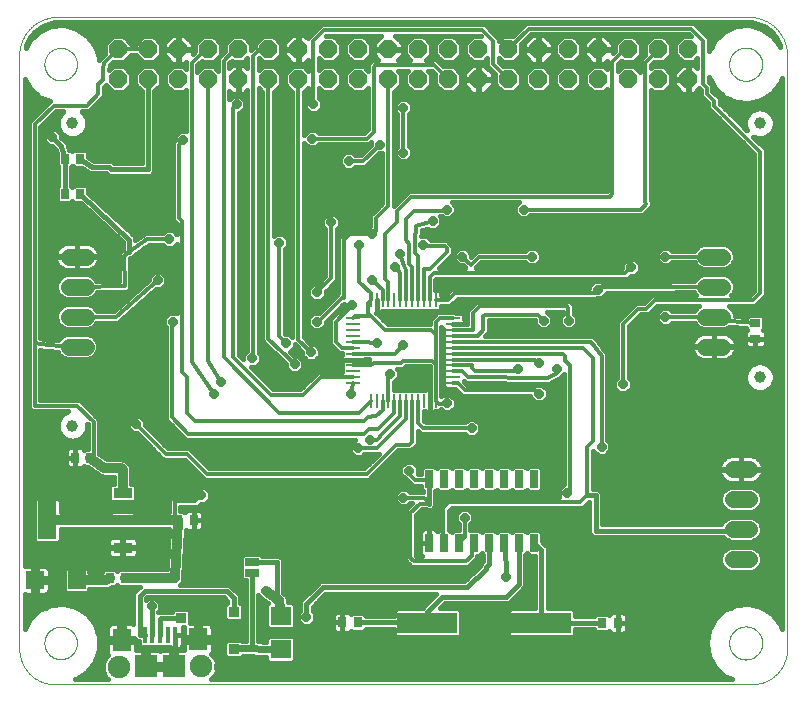
<source format=gtl>
G75*
%MOIN*%
%OFA0B0*%
%FSLAX25Y25*%
%IPPOS*%
%LPD*%
%AMOC8*
5,1,8,0,0,1.08239X$1,22.5*
%
%ADD10C,0.00000*%
%ADD11R,0.04500X0.01000*%
%ADD12R,0.01000X0.04500*%
%ADD13R,0.06400X0.03500*%
%ADD14R,0.06400X0.12500*%
%ADD15R,0.02756X0.03543*%
%ADD16R,0.01378X0.05512*%
%ADD17R,0.06087X0.07480*%
%ADD18R,0.07480X0.07480*%
%ADD19C,0.07087*%
%ADD20C,0.07480*%
%ADD21R,0.03543X0.02756*%
%ADD22R,0.07098X0.06299*%
%ADD23R,0.03740X0.03543*%
%ADD24R,0.02500X0.06000*%
%ADD25R,0.20000X0.07000*%
%ADD26OC8,0.06000*%
%ADD27R,0.05906X0.05906*%
%ADD28C,0.05600*%
%ADD29C,0.03937*%
%ADD30R,0.05000X0.02500*%
%ADD31C,0.01600*%
%ADD32OC8,0.03169*%
%ADD33C,0.03200*%
%ADD34C,0.01200*%
%ADD35R,0.03562X0.03562*%
%ADD36C,0.02400*%
D10*
X0017548Y0028572D02*
X0249831Y0028572D01*
X0250116Y0028575D01*
X0250402Y0028586D01*
X0250687Y0028603D01*
X0250971Y0028627D01*
X0251255Y0028658D01*
X0251538Y0028696D01*
X0251819Y0028741D01*
X0252100Y0028792D01*
X0252380Y0028850D01*
X0252658Y0028915D01*
X0252934Y0028987D01*
X0253208Y0029065D01*
X0253481Y0029150D01*
X0253751Y0029242D01*
X0254019Y0029340D01*
X0254285Y0029444D01*
X0254548Y0029555D01*
X0254808Y0029672D01*
X0255066Y0029795D01*
X0255320Y0029925D01*
X0255571Y0030061D01*
X0255819Y0030202D01*
X0256063Y0030350D01*
X0256304Y0030503D01*
X0256540Y0030663D01*
X0256773Y0030828D01*
X0257002Y0030998D01*
X0257227Y0031174D01*
X0257447Y0031356D01*
X0257663Y0031542D01*
X0257874Y0031734D01*
X0258081Y0031931D01*
X0258283Y0032133D01*
X0258480Y0032340D01*
X0258672Y0032551D01*
X0258858Y0032767D01*
X0259040Y0032987D01*
X0259216Y0033212D01*
X0259386Y0033441D01*
X0259551Y0033674D01*
X0259711Y0033910D01*
X0259864Y0034151D01*
X0260012Y0034395D01*
X0260153Y0034643D01*
X0260289Y0034894D01*
X0260419Y0035148D01*
X0260542Y0035406D01*
X0260659Y0035666D01*
X0260770Y0035929D01*
X0260874Y0036195D01*
X0260972Y0036463D01*
X0261064Y0036733D01*
X0261149Y0037006D01*
X0261227Y0037280D01*
X0261299Y0037556D01*
X0261364Y0037834D01*
X0261422Y0038114D01*
X0261473Y0038395D01*
X0261518Y0038676D01*
X0261556Y0038959D01*
X0261587Y0039243D01*
X0261611Y0039527D01*
X0261628Y0039812D01*
X0261639Y0040098D01*
X0261642Y0040383D01*
X0261643Y0040383D02*
X0261643Y0237233D01*
X0261642Y0237233D02*
X0261662Y0237542D01*
X0261675Y0237852D01*
X0261680Y0238162D01*
X0261677Y0238472D01*
X0261668Y0238782D01*
X0261650Y0239092D01*
X0261625Y0239401D01*
X0261593Y0239709D01*
X0261553Y0240017D01*
X0261506Y0240323D01*
X0261451Y0240629D01*
X0261389Y0240933D01*
X0261320Y0241235D01*
X0261244Y0241535D01*
X0261160Y0241834D01*
X0261069Y0242130D01*
X0260971Y0242425D01*
X0260865Y0242716D01*
X0260753Y0243005D01*
X0260634Y0243292D01*
X0260508Y0243575D01*
X0260375Y0243855D01*
X0260235Y0244132D01*
X0260089Y0244406D01*
X0259936Y0244675D01*
X0259777Y0244942D01*
X0259611Y0245204D01*
X0259439Y0245462D01*
X0259261Y0245716D01*
X0259077Y0245965D01*
X0258887Y0246210D01*
X0258691Y0246450D01*
X0258489Y0246686D01*
X0258281Y0246916D01*
X0258069Y0247142D01*
X0257850Y0247362D01*
X0257627Y0247577D01*
X0257398Y0247786D01*
X0257164Y0247990D01*
X0256926Y0248188D01*
X0256682Y0248380D01*
X0256434Y0248567D01*
X0256182Y0248747D01*
X0255925Y0248921D01*
X0255665Y0249089D01*
X0255400Y0249251D01*
X0255131Y0249406D01*
X0254859Y0249554D01*
X0254584Y0249696D01*
X0254305Y0249832D01*
X0254022Y0249960D01*
X0253737Y0250082D01*
X0253449Y0250197D01*
X0253158Y0250304D01*
X0252865Y0250405D01*
X0252569Y0250498D01*
X0252271Y0250585D01*
X0251971Y0250664D01*
X0251670Y0250736D01*
X0251366Y0250800D01*
X0251062Y0250857D01*
X0250755Y0250907D01*
X0250448Y0250950D01*
X0250140Y0250985D01*
X0249831Y0251012D01*
X0249831Y0251013D02*
X0017548Y0251013D01*
X0017548Y0251012D02*
X0017239Y0250985D01*
X0016931Y0250950D01*
X0016624Y0250907D01*
X0016317Y0250857D01*
X0016013Y0250800D01*
X0015709Y0250736D01*
X0015408Y0250664D01*
X0015108Y0250585D01*
X0014810Y0250498D01*
X0014514Y0250405D01*
X0014221Y0250304D01*
X0013930Y0250197D01*
X0013642Y0250082D01*
X0013357Y0249960D01*
X0013074Y0249832D01*
X0012795Y0249696D01*
X0012520Y0249554D01*
X0012248Y0249406D01*
X0011979Y0249251D01*
X0011714Y0249089D01*
X0011454Y0248921D01*
X0011197Y0248747D01*
X0010945Y0248567D01*
X0010697Y0248380D01*
X0010453Y0248188D01*
X0010215Y0247990D01*
X0009981Y0247786D01*
X0009752Y0247577D01*
X0009529Y0247362D01*
X0009310Y0247142D01*
X0009098Y0246916D01*
X0008890Y0246686D01*
X0008688Y0246450D01*
X0008492Y0246210D01*
X0008302Y0245965D01*
X0008118Y0245716D01*
X0007940Y0245462D01*
X0007768Y0245204D01*
X0007602Y0244942D01*
X0007443Y0244675D01*
X0007290Y0244406D01*
X0007144Y0244132D01*
X0007004Y0243855D01*
X0006871Y0243575D01*
X0006745Y0243292D01*
X0006626Y0243005D01*
X0006514Y0242716D01*
X0006408Y0242425D01*
X0006310Y0242130D01*
X0006219Y0241834D01*
X0006135Y0241535D01*
X0006059Y0241235D01*
X0005990Y0240933D01*
X0005928Y0240629D01*
X0005873Y0240323D01*
X0005826Y0240017D01*
X0005786Y0239709D01*
X0005754Y0239401D01*
X0005729Y0239092D01*
X0005711Y0238782D01*
X0005702Y0238472D01*
X0005699Y0238162D01*
X0005704Y0237852D01*
X0005717Y0237542D01*
X0005737Y0237233D01*
X0005737Y0040383D01*
X0005740Y0040098D01*
X0005751Y0039812D01*
X0005768Y0039527D01*
X0005792Y0039243D01*
X0005823Y0038959D01*
X0005861Y0038676D01*
X0005906Y0038395D01*
X0005957Y0038114D01*
X0006015Y0037834D01*
X0006080Y0037556D01*
X0006152Y0037280D01*
X0006230Y0037006D01*
X0006315Y0036733D01*
X0006407Y0036463D01*
X0006505Y0036195D01*
X0006609Y0035929D01*
X0006720Y0035666D01*
X0006837Y0035406D01*
X0006960Y0035148D01*
X0007090Y0034894D01*
X0007226Y0034643D01*
X0007367Y0034395D01*
X0007515Y0034151D01*
X0007668Y0033910D01*
X0007828Y0033674D01*
X0007993Y0033441D01*
X0008163Y0033212D01*
X0008339Y0032987D01*
X0008521Y0032767D01*
X0008707Y0032551D01*
X0008899Y0032340D01*
X0009096Y0032133D01*
X0009298Y0031931D01*
X0009505Y0031734D01*
X0009716Y0031542D01*
X0009932Y0031356D01*
X0010152Y0031174D01*
X0010377Y0030998D01*
X0010606Y0030828D01*
X0010839Y0030663D01*
X0011075Y0030503D01*
X0011316Y0030350D01*
X0011560Y0030202D01*
X0011808Y0030061D01*
X0012059Y0029925D01*
X0012313Y0029795D01*
X0012571Y0029672D01*
X0012831Y0029555D01*
X0013094Y0029444D01*
X0013360Y0029340D01*
X0013628Y0029242D01*
X0013898Y0029150D01*
X0014171Y0029065D01*
X0014445Y0028987D01*
X0014721Y0028915D01*
X0014999Y0028850D01*
X0015279Y0028792D01*
X0015560Y0028741D01*
X0015841Y0028696D01*
X0016124Y0028658D01*
X0016408Y0028627D01*
X0016692Y0028603D01*
X0016977Y0028586D01*
X0017263Y0028575D01*
X0017548Y0028572D01*
X0014104Y0042351D02*
X0014106Y0042498D01*
X0014112Y0042644D01*
X0014122Y0042790D01*
X0014136Y0042936D01*
X0014154Y0043082D01*
X0014175Y0043227D01*
X0014201Y0043371D01*
X0014231Y0043515D01*
X0014264Y0043657D01*
X0014301Y0043799D01*
X0014342Y0043940D01*
X0014387Y0044079D01*
X0014436Y0044218D01*
X0014488Y0044355D01*
X0014545Y0044490D01*
X0014604Y0044624D01*
X0014668Y0044756D01*
X0014735Y0044886D01*
X0014805Y0045015D01*
X0014879Y0045142D01*
X0014956Y0045266D01*
X0015037Y0045389D01*
X0015121Y0045509D01*
X0015208Y0045627D01*
X0015298Y0045742D01*
X0015391Y0045855D01*
X0015488Y0045966D01*
X0015587Y0046074D01*
X0015689Y0046179D01*
X0015794Y0046281D01*
X0015902Y0046380D01*
X0016013Y0046477D01*
X0016126Y0046570D01*
X0016241Y0046660D01*
X0016359Y0046747D01*
X0016479Y0046831D01*
X0016602Y0046912D01*
X0016726Y0046989D01*
X0016853Y0047063D01*
X0016982Y0047133D01*
X0017112Y0047200D01*
X0017244Y0047264D01*
X0017378Y0047323D01*
X0017513Y0047380D01*
X0017650Y0047432D01*
X0017789Y0047481D01*
X0017928Y0047526D01*
X0018069Y0047567D01*
X0018211Y0047604D01*
X0018353Y0047637D01*
X0018497Y0047667D01*
X0018641Y0047693D01*
X0018786Y0047714D01*
X0018932Y0047732D01*
X0019078Y0047746D01*
X0019224Y0047756D01*
X0019370Y0047762D01*
X0019517Y0047764D01*
X0019664Y0047762D01*
X0019810Y0047756D01*
X0019956Y0047746D01*
X0020102Y0047732D01*
X0020248Y0047714D01*
X0020393Y0047693D01*
X0020537Y0047667D01*
X0020681Y0047637D01*
X0020823Y0047604D01*
X0020965Y0047567D01*
X0021106Y0047526D01*
X0021245Y0047481D01*
X0021384Y0047432D01*
X0021521Y0047380D01*
X0021656Y0047323D01*
X0021790Y0047264D01*
X0021922Y0047200D01*
X0022052Y0047133D01*
X0022181Y0047063D01*
X0022308Y0046989D01*
X0022432Y0046912D01*
X0022555Y0046831D01*
X0022675Y0046747D01*
X0022793Y0046660D01*
X0022908Y0046570D01*
X0023021Y0046477D01*
X0023132Y0046380D01*
X0023240Y0046281D01*
X0023345Y0046179D01*
X0023447Y0046074D01*
X0023546Y0045966D01*
X0023643Y0045855D01*
X0023736Y0045742D01*
X0023826Y0045627D01*
X0023913Y0045509D01*
X0023997Y0045389D01*
X0024078Y0045266D01*
X0024155Y0045142D01*
X0024229Y0045015D01*
X0024299Y0044886D01*
X0024366Y0044756D01*
X0024430Y0044624D01*
X0024489Y0044490D01*
X0024546Y0044355D01*
X0024598Y0044218D01*
X0024647Y0044079D01*
X0024692Y0043940D01*
X0024733Y0043799D01*
X0024770Y0043657D01*
X0024803Y0043515D01*
X0024833Y0043371D01*
X0024859Y0043227D01*
X0024880Y0043082D01*
X0024898Y0042936D01*
X0024912Y0042790D01*
X0024922Y0042644D01*
X0024928Y0042498D01*
X0024930Y0042351D01*
X0024928Y0042204D01*
X0024922Y0042058D01*
X0024912Y0041912D01*
X0024898Y0041766D01*
X0024880Y0041620D01*
X0024859Y0041475D01*
X0024833Y0041331D01*
X0024803Y0041187D01*
X0024770Y0041045D01*
X0024733Y0040903D01*
X0024692Y0040762D01*
X0024647Y0040623D01*
X0024598Y0040484D01*
X0024546Y0040347D01*
X0024489Y0040212D01*
X0024430Y0040078D01*
X0024366Y0039946D01*
X0024299Y0039816D01*
X0024229Y0039687D01*
X0024155Y0039560D01*
X0024078Y0039436D01*
X0023997Y0039313D01*
X0023913Y0039193D01*
X0023826Y0039075D01*
X0023736Y0038960D01*
X0023643Y0038847D01*
X0023546Y0038736D01*
X0023447Y0038628D01*
X0023345Y0038523D01*
X0023240Y0038421D01*
X0023132Y0038322D01*
X0023021Y0038225D01*
X0022908Y0038132D01*
X0022793Y0038042D01*
X0022675Y0037955D01*
X0022555Y0037871D01*
X0022432Y0037790D01*
X0022308Y0037713D01*
X0022181Y0037639D01*
X0022052Y0037569D01*
X0021922Y0037502D01*
X0021790Y0037438D01*
X0021656Y0037379D01*
X0021521Y0037322D01*
X0021384Y0037270D01*
X0021245Y0037221D01*
X0021106Y0037176D01*
X0020965Y0037135D01*
X0020823Y0037098D01*
X0020681Y0037065D01*
X0020537Y0037035D01*
X0020393Y0037009D01*
X0020248Y0036988D01*
X0020102Y0036970D01*
X0019956Y0036956D01*
X0019810Y0036946D01*
X0019664Y0036940D01*
X0019517Y0036938D01*
X0019370Y0036940D01*
X0019224Y0036946D01*
X0019078Y0036956D01*
X0018932Y0036970D01*
X0018786Y0036988D01*
X0018641Y0037009D01*
X0018497Y0037035D01*
X0018353Y0037065D01*
X0018211Y0037098D01*
X0018069Y0037135D01*
X0017928Y0037176D01*
X0017789Y0037221D01*
X0017650Y0037270D01*
X0017513Y0037322D01*
X0017378Y0037379D01*
X0017244Y0037438D01*
X0017112Y0037502D01*
X0016982Y0037569D01*
X0016853Y0037639D01*
X0016726Y0037713D01*
X0016602Y0037790D01*
X0016479Y0037871D01*
X0016359Y0037955D01*
X0016241Y0038042D01*
X0016126Y0038132D01*
X0016013Y0038225D01*
X0015902Y0038322D01*
X0015794Y0038421D01*
X0015689Y0038523D01*
X0015587Y0038628D01*
X0015488Y0038736D01*
X0015391Y0038847D01*
X0015298Y0038960D01*
X0015208Y0039075D01*
X0015121Y0039193D01*
X0015037Y0039313D01*
X0014956Y0039436D01*
X0014879Y0039560D01*
X0014805Y0039687D01*
X0014735Y0039816D01*
X0014668Y0039946D01*
X0014604Y0040078D01*
X0014545Y0040212D01*
X0014488Y0040347D01*
X0014436Y0040484D01*
X0014387Y0040623D01*
X0014342Y0040762D01*
X0014301Y0040903D01*
X0014264Y0041045D01*
X0014231Y0041187D01*
X0014201Y0041331D01*
X0014175Y0041475D01*
X0014154Y0041620D01*
X0014136Y0041766D01*
X0014122Y0041912D01*
X0014112Y0042058D01*
X0014106Y0042204D01*
X0014104Y0042351D01*
X0014104Y0235265D02*
X0014106Y0235412D01*
X0014112Y0235558D01*
X0014122Y0235704D01*
X0014136Y0235850D01*
X0014154Y0235996D01*
X0014175Y0236141D01*
X0014201Y0236285D01*
X0014231Y0236429D01*
X0014264Y0236571D01*
X0014301Y0236713D01*
X0014342Y0236854D01*
X0014387Y0236993D01*
X0014436Y0237132D01*
X0014488Y0237269D01*
X0014545Y0237404D01*
X0014604Y0237538D01*
X0014668Y0237670D01*
X0014735Y0237800D01*
X0014805Y0237929D01*
X0014879Y0238056D01*
X0014956Y0238180D01*
X0015037Y0238303D01*
X0015121Y0238423D01*
X0015208Y0238541D01*
X0015298Y0238656D01*
X0015391Y0238769D01*
X0015488Y0238880D01*
X0015587Y0238988D01*
X0015689Y0239093D01*
X0015794Y0239195D01*
X0015902Y0239294D01*
X0016013Y0239391D01*
X0016126Y0239484D01*
X0016241Y0239574D01*
X0016359Y0239661D01*
X0016479Y0239745D01*
X0016602Y0239826D01*
X0016726Y0239903D01*
X0016853Y0239977D01*
X0016982Y0240047D01*
X0017112Y0240114D01*
X0017244Y0240178D01*
X0017378Y0240237D01*
X0017513Y0240294D01*
X0017650Y0240346D01*
X0017789Y0240395D01*
X0017928Y0240440D01*
X0018069Y0240481D01*
X0018211Y0240518D01*
X0018353Y0240551D01*
X0018497Y0240581D01*
X0018641Y0240607D01*
X0018786Y0240628D01*
X0018932Y0240646D01*
X0019078Y0240660D01*
X0019224Y0240670D01*
X0019370Y0240676D01*
X0019517Y0240678D01*
X0019664Y0240676D01*
X0019810Y0240670D01*
X0019956Y0240660D01*
X0020102Y0240646D01*
X0020248Y0240628D01*
X0020393Y0240607D01*
X0020537Y0240581D01*
X0020681Y0240551D01*
X0020823Y0240518D01*
X0020965Y0240481D01*
X0021106Y0240440D01*
X0021245Y0240395D01*
X0021384Y0240346D01*
X0021521Y0240294D01*
X0021656Y0240237D01*
X0021790Y0240178D01*
X0021922Y0240114D01*
X0022052Y0240047D01*
X0022181Y0239977D01*
X0022308Y0239903D01*
X0022432Y0239826D01*
X0022555Y0239745D01*
X0022675Y0239661D01*
X0022793Y0239574D01*
X0022908Y0239484D01*
X0023021Y0239391D01*
X0023132Y0239294D01*
X0023240Y0239195D01*
X0023345Y0239093D01*
X0023447Y0238988D01*
X0023546Y0238880D01*
X0023643Y0238769D01*
X0023736Y0238656D01*
X0023826Y0238541D01*
X0023913Y0238423D01*
X0023997Y0238303D01*
X0024078Y0238180D01*
X0024155Y0238056D01*
X0024229Y0237929D01*
X0024299Y0237800D01*
X0024366Y0237670D01*
X0024430Y0237538D01*
X0024489Y0237404D01*
X0024546Y0237269D01*
X0024598Y0237132D01*
X0024647Y0236993D01*
X0024692Y0236854D01*
X0024733Y0236713D01*
X0024770Y0236571D01*
X0024803Y0236429D01*
X0024833Y0236285D01*
X0024859Y0236141D01*
X0024880Y0235996D01*
X0024898Y0235850D01*
X0024912Y0235704D01*
X0024922Y0235558D01*
X0024928Y0235412D01*
X0024930Y0235265D01*
X0024928Y0235118D01*
X0024922Y0234972D01*
X0024912Y0234826D01*
X0024898Y0234680D01*
X0024880Y0234534D01*
X0024859Y0234389D01*
X0024833Y0234245D01*
X0024803Y0234101D01*
X0024770Y0233959D01*
X0024733Y0233817D01*
X0024692Y0233676D01*
X0024647Y0233537D01*
X0024598Y0233398D01*
X0024546Y0233261D01*
X0024489Y0233126D01*
X0024430Y0232992D01*
X0024366Y0232860D01*
X0024299Y0232730D01*
X0024229Y0232601D01*
X0024155Y0232474D01*
X0024078Y0232350D01*
X0023997Y0232227D01*
X0023913Y0232107D01*
X0023826Y0231989D01*
X0023736Y0231874D01*
X0023643Y0231761D01*
X0023546Y0231650D01*
X0023447Y0231542D01*
X0023345Y0231437D01*
X0023240Y0231335D01*
X0023132Y0231236D01*
X0023021Y0231139D01*
X0022908Y0231046D01*
X0022793Y0230956D01*
X0022675Y0230869D01*
X0022555Y0230785D01*
X0022432Y0230704D01*
X0022308Y0230627D01*
X0022181Y0230553D01*
X0022052Y0230483D01*
X0021922Y0230416D01*
X0021790Y0230352D01*
X0021656Y0230293D01*
X0021521Y0230236D01*
X0021384Y0230184D01*
X0021245Y0230135D01*
X0021106Y0230090D01*
X0020965Y0230049D01*
X0020823Y0230012D01*
X0020681Y0229979D01*
X0020537Y0229949D01*
X0020393Y0229923D01*
X0020248Y0229902D01*
X0020102Y0229884D01*
X0019956Y0229870D01*
X0019810Y0229860D01*
X0019664Y0229854D01*
X0019517Y0229852D01*
X0019370Y0229854D01*
X0019224Y0229860D01*
X0019078Y0229870D01*
X0018932Y0229884D01*
X0018786Y0229902D01*
X0018641Y0229923D01*
X0018497Y0229949D01*
X0018353Y0229979D01*
X0018211Y0230012D01*
X0018069Y0230049D01*
X0017928Y0230090D01*
X0017789Y0230135D01*
X0017650Y0230184D01*
X0017513Y0230236D01*
X0017378Y0230293D01*
X0017244Y0230352D01*
X0017112Y0230416D01*
X0016982Y0230483D01*
X0016853Y0230553D01*
X0016726Y0230627D01*
X0016602Y0230704D01*
X0016479Y0230785D01*
X0016359Y0230869D01*
X0016241Y0230956D01*
X0016126Y0231046D01*
X0016013Y0231139D01*
X0015902Y0231236D01*
X0015794Y0231335D01*
X0015689Y0231437D01*
X0015587Y0231542D01*
X0015488Y0231650D01*
X0015391Y0231761D01*
X0015298Y0231874D01*
X0015208Y0231989D01*
X0015121Y0232107D01*
X0015037Y0232227D01*
X0014956Y0232350D01*
X0014879Y0232474D01*
X0014805Y0232601D01*
X0014735Y0232730D01*
X0014668Y0232860D01*
X0014604Y0232992D01*
X0014545Y0233126D01*
X0014488Y0233261D01*
X0014436Y0233398D01*
X0014387Y0233537D01*
X0014342Y0233676D01*
X0014301Y0233817D01*
X0014264Y0233959D01*
X0014231Y0234101D01*
X0014201Y0234245D01*
X0014175Y0234389D01*
X0014154Y0234534D01*
X0014136Y0234680D01*
X0014122Y0234826D01*
X0014112Y0234972D01*
X0014106Y0235118D01*
X0014104Y0235265D01*
X0242351Y0235265D02*
X0242353Y0235413D01*
X0242359Y0235561D01*
X0242369Y0235709D01*
X0242383Y0235856D01*
X0242401Y0236003D01*
X0242422Y0236149D01*
X0242448Y0236295D01*
X0242478Y0236440D01*
X0242511Y0236584D01*
X0242549Y0236727D01*
X0242590Y0236869D01*
X0242635Y0237010D01*
X0242683Y0237150D01*
X0242736Y0237289D01*
X0242792Y0237426D01*
X0242852Y0237561D01*
X0242915Y0237695D01*
X0242982Y0237827D01*
X0243053Y0237957D01*
X0243127Y0238085D01*
X0243204Y0238211D01*
X0243285Y0238335D01*
X0243369Y0238457D01*
X0243456Y0238576D01*
X0243547Y0238693D01*
X0243641Y0238808D01*
X0243737Y0238920D01*
X0243837Y0239030D01*
X0243939Y0239136D01*
X0244045Y0239240D01*
X0244153Y0239341D01*
X0244264Y0239439D01*
X0244377Y0239535D01*
X0244493Y0239627D01*
X0244611Y0239716D01*
X0244732Y0239801D01*
X0244855Y0239884D01*
X0244980Y0239963D01*
X0245107Y0240039D01*
X0245236Y0240111D01*
X0245367Y0240180D01*
X0245500Y0240245D01*
X0245635Y0240306D01*
X0245771Y0240364D01*
X0245908Y0240419D01*
X0246047Y0240469D01*
X0246188Y0240516D01*
X0246329Y0240559D01*
X0246472Y0240599D01*
X0246616Y0240634D01*
X0246760Y0240666D01*
X0246906Y0240693D01*
X0247052Y0240717D01*
X0247199Y0240737D01*
X0247346Y0240753D01*
X0247493Y0240765D01*
X0247641Y0240773D01*
X0247789Y0240777D01*
X0247937Y0240777D01*
X0248085Y0240773D01*
X0248233Y0240765D01*
X0248380Y0240753D01*
X0248527Y0240737D01*
X0248674Y0240717D01*
X0248820Y0240693D01*
X0248966Y0240666D01*
X0249110Y0240634D01*
X0249254Y0240599D01*
X0249397Y0240559D01*
X0249538Y0240516D01*
X0249679Y0240469D01*
X0249818Y0240419D01*
X0249955Y0240364D01*
X0250091Y0240306D01*
X0250226Y0240245D01*
X0250359Y0240180D01*
X0250490Y0240111D01*
X0250619Y0240039D01*
X0250746Y0239963D01*
X0250871Y0239884D01*
X0250994Y0239801D01*
X0251115Y0239716D01*
X0251233Y0239627D01*
X0251349Y0239535D01*
X0251462Y0239439D01*
X0251573Y0239341D01*
X0251681Y0239240D01*
X0251787Y0239136D01*
X0251889Y0239030D01*
X0251989Y0238920D01*
X0252085Y0238808D01*
X0252179Y0238693D01*
X0252270Y0238576D01*
X0252357Y0238457D01*
X0252441Y0238335D01*
X0252522Y0238211D01*
X0252599Y0238085D01*
X0252673Y0237957D01*
X0252744Y0237827D01*
X0252811Y0237695D01*
X0252874Y0237561D01*
X0252934Y0237426D01*
X0252990Y0237289D01*
X0253043Y0237150D01*
X0253091Y0237010D01*
X0253136Y0236869D01*
X0253177Y0236727D01*
X0253215Y0236584D01*
X0253248Y0236440D01*
X0253278Y0236295D01*
X0253304Y0236149D01*
X0253325Y0236003D01*
X0253343Y0235856D01*
X0253357Y0235709D01*
X0253367Y0235561D01*
X0253373Y0235413D01*
X0253375Y0235265D01*
X0253373Y0235117D01*
X0253367Y0234969D01*
X0253357Y0234821D01*
X0253343Y0234674D01*
X0253325Y0234527D01*
X0253304Y0234381D01*
X0253278Y0234235D01*
X0253248Y0234090D01*
X0253215Y0233946D01*
X0253177Y0233803D01*
X0253136Y0233661D01*
X0253091Y0233520D01*
X0253043Y0233380D01*
X0252990Y0233241D01*
X0252934Y0233104D01*
X0252874Y0232969D01*
X0252811Y0232835D01*
X0252744Y0232703D01*
X0252673Y0232573D01*
X0252599Y0232445D01*
X0252522Y0232319D01*
X0252441Y0232195D01*
X0252357Y0232073D01*
X0252270Y0231954D01*
X0252179Y0231837D01*
X0252085Y0231722D01*
X0251989Y0231610D01*
X0251889Y0231500D01*
X0251787Y0231394D01*
X0251681Y0231290D01*
X0251573Y0231189D01*
X0251462Y0231091D01*
X0251349Y0230995D01*
X0251233Y0230903D01*
X0251115Y0230814D01*
X0250994Y0230729D01*
X0250871Y0230646D01*
X0250746Y0230567D01*
X0250619Y0230491D01*
X0250490Y0230419D01*
X0250359Y0230350D01*
X0250226Y0230285D01*
X0250091Y0230224D01*
X0249955Y0230166D01*
X0249818Y0230111D01*
X0249679Y0230061D01*
X0249538Y0230014D01*
X0249397Y0229971D01*
X0249254Y0229931D01*
X0249110Y0229896D01*
X0248966Y0229864D01*
X0248820Y0229837D01*
X0248674Y0229813D01*
X0248527Y0229793D01*
X0248380Y0229777D01*
X0248233Y0229765D01*
X0248085Y0229757D01*
X0247937Y0229753D01*
X0247789Y0229753D01*
X0247641Y0229757D01*
X0247493Y0229765D01*
X0247346Y0229777D01*
X0247199Y0229793D01*
X0247052Y0229813D01*
X0246906Y0229837D01*
X0246760Y0229864D01*
X0246616Y0229896D01*
X0246472Y0229931D01*
X0246329Y0229971D01*
X0246188Y0230014D01*
X0246047Y0230061D01*
X0245908Y0230111D01*
X0245771Y0230166D01*
X0245635Y0230224D01*
X0245500Y0230285D01*
X0245367Y0230350D01*
X0245236Y0230419D01*
X0245107Y0230491D01*
X0244980Y0230567D01*
X0244855Y0230646D01*
X0244732Y0230729D01*
X0244611Y0230814D01*
X0244493Y0230903D01*
X0244377Y0230995D01*
X0244264Y0231091D01*
X0244153Y0231189D01*
X0244045Y0231290D01*
X0243939Y0231394D01*
X0243837Y0231500D01*
X0243737Y0231610D01*
X0243641Y0231722D01*
X0243547Y0231837D01*
X0243456Y0231954D01*
X0243369Y0232073D01*
X0243285Y0232195D01*
X0243204Y0232319D01*
X0243127Y0232445D01*
X0243053Y0232573D01*
X0242982Y0232703D01*
X0242915Y0232835D01*
X0242852Y0232969D01*
X0242792Y0233104D01*
X0242736Y0233241D01*
X0242683Y0233380D01*
X0242635Y0233520D01*
X0242590Y0233661D01*
X0242549Y0233803D01*
X0242511Y0233946D01*
X0242478Y0234090D01*
X0242448Y0234235D01*
X0242422Y0234381D01*
X0242401Y0234527D01*
X0242383Y0234674D01*
X0242369Y0234821D01*
X0242359Y0234969D01*
X0242353Y0235117D01*
X0242351Y0235265D01*
X0242351Y0042351D02*
X0242353Y0042499D01*
X0242359Y0042647D01*
X0242369Y0042795D01*
X0242383Y0042942D01*
X0242401Y0043089D01*
X0242422Y0043235D01*
X0242448Y0043381D01*
X0242478Y0043526D01*
X0242511Y0043670D01*
X0242549Y0043813D01*
X0242590Y0043955D01*
X0242635Y0044096D01*
X0242683Y0044236D01*
X0242736Y0044375D01*
X0242792Y0044512D01*
X0242852Y0044647D01*
X0242915Y0044781D01*
X0242982Y0044913D01*
X0243053Y0045043D01*
X0243127Y0045171D01*
X0243204Y0045297D01*
X0243285Y0045421D01*
X0243369Y0045543D01*
X0243456Y0045662D01*
X0243547Y0045779D01*
X0243641Y0045894D01*
X0243737Y0046006D01*
X0243837Y0046116D01*
X0243939Y0046222D01*
X0244045Y0046326D01*
X0244153Y0046427D01*
X0244264Y0046525D01*
X0244377Y0046621D01*
X0244493Y0046713D01*
X0244611Y0046802D01*
X0244732Y0046887D01*
X0244855Y0046970D01*
X0244980Y0047049D01*
X0245107Y0047125D01*
X0245236Y0047197D01*
X0245367Y0047266D01*
X0245500Y0047331D01*
X0245635Y0047392D01*
X0245771Y0047450D01*
X0245908Y0047505D01*
X0246047Y0047555D01*
X0246188Y0047602D01*
X0246329Y0047645D01*
X0246472Y0047685D01*
X0246616Y0047720D01*
X0246760Y0047752D01*
X0246906Y0047779D01*
X0247052Y0047803D01*
X0247199Y0047823D01*
X0247346Y0047839D01*
X0247493Y0047851D01*
X0247641Y0047859D01*
X0247789Y0047863D01*
X0247937Y0047863D01*
X0248085Y0047859D01*
X0248233Y0047851D01*
X0248380Y0047839D01*
X0248527Y0047823D01*
X0248674Y0047803D01*
X0248820Y0047779D01*
X0248966Y0047752D01*
X0249110Y0047720D01*
X0249254Y0047685D01*
X0249397Y0047645D01*
X0249538Y0047602D01*
X0249679Y0047555D01*
X0249818Y0047505D01*
X0249955Y0047450D01*
X0250091Y0047392D01*
X0250226Y0047331D01*
X0250359Y0047266D01*
X0250490Y0047197D01*
X0250619Y0047125D01*
X0250746Y0047049D01*
X0250871Y0046970D01*
X0250994Y0046887D01*
X0251115Y0046802D01*
X0251233Y0046713D01*
X0251349Y0046621D01*
X0251462Y0046525D01*
X0251573Y0046427D01*
X0251681Y0046326D01*
X0251787Y0046222D01*
X0251889Y0046116D01*
X0251989Y0046006D01*
X0252085Y0045894D01*
X0252179Y0045779D01*
X0252270Y0045662D01*
X0252357Y0045543D01*
X0252441Y0045421D01*
X0252522Y0045297D01*
X0252599Y0045171D01*
X0252673Y0045043D01*
X0252744Y0044913D01*
X0252811Y0044781D01*
X0252874Y0044647D01*
X0252934Y0044512D01*
X0252990Y0044375D01*
X0253043Y0044236D01*
X0253091Y0044096D01*
X0253136Y0043955D01*
X0253177Y0043813D01*
X0253215Y0043670D01*
X0253248Y0043526D01*
X0253278Y0043381D01*
X0253304Y0043235D01*
X0253325Y0043089D01*
X0253343Y0042942D01*
X0253357Y0042795D01*
X0253367Y0042647D01*
X0253373Y0042499D01*
X0253375Y0042351D01*
X0253373Y0042203D01*
X0253367Y0042055D01*
X0253357Y0041907D01*
X0253343Y0041760D01*
X0253325Y0041613D01*
X0253304Y0041467D01*
X0253278Y0041321D01*
X0253248Y0041176D01*
X0253215Y0041032D01*
X0253177Y0040889D01*
X0253136Y0040747D01*
X0253091Y0040606D01*
X0253043Y0040466D01*
X0252990Y0040327D01*
X0252934Y0040190D01*
X0252874Y0040055D01*
X0252811Y0039921D01*
X0252744Y0039789D01*
X0252673Y0039659D01*
X0252599Y0039531D01*
X0252522Y0039405D01*
X0252441Y0039281D01*
X0252357Y0039159D01*
X0252270Y0039040D01*
X0252179Y0038923D01*
X0252085Y0038808D01*
X0251989Y0038696D01*
X0251889Y0038586D01*
X0251787Y0038480D01*
X0251681Y0038376D01*
X0251573Y0038275D01*
X0251462Y0038177D01*
X0251349Y0038081D01*
X0251233Y0037989D01*
X0251115Y0037900D01*
X0250994Y0037815D01*
X0250871Y0037732D01*
X0250746Y0037653D01*
X0250619Y0037577D01*
X0250490Y0037505D01*
X0250359Y0037436D01*
X0250226Y0037371D01*
X0250091Y0037310D01*
X0249955Y0037252D01*
X0249818Y0037197D01*
X0249679Y0037147D01*
X0249538Y0037100D01*
X0249397Y0037057D01*
X0249254Y0037017D01*
X0249110Y0036982D01*
X0248966Y0036950D01*
X0248820Y0036923D01*
X0248674Y0036899D01*
X0248527Y0036879D01*
X0248380Y0036863D01*
X0248233Y0036851D01*
X0248085Y0036843D01*
X0247937Y0036839D01*
X0247789Y0036839D01*
X0247641Y0036843D01*
X0247493Y0036851D01*
X0247346Y0036863D01*
X0247199Y0036879D01*
X0247052Y0036899D01*
X0246906Y0036923D01*
X0246760Y0036950D01*
X0246616Y0036982D01*
X0246472Y0037017D01*
X0246329Y0037057D01*
X0246188Y0037100D01*
X0246047Y0037147D01*
X0245908Y0037197D01*
X0245771Y0037252D01*
X0245635Y0037310D01*
X0245500Y0037371D01*
X0245367Y0037436D01*
X0245236Y0037505D01*
X0245107Y0037577D01*
X0244980Y0037653D01*
X0244855Y0037732D01*
X0244732Y0037815D01*
X0244611Y0037900D01*
X0244493Y0037989D01*
X0244377Y0038081D01*
X0244264Y0038177D01*
X0244153Y0038275D01*
X0244045Y0038376D01*
X0243939Y0038480D01*
X0243837Y0038586D01*
X0243737Y0038696D01*
X0243641Y0038808D01*
X0243547Y0038923D01*
X0243456Y0039040D01*
X0243369Y0039159D01*
X0243285Y0039281D01*
X0243204Y0039405D01*
X0243127Y0039531D01*
X0243053Y0039659D01*
X0242982Y0039789D01*
X0242915Y0039921D01*
X0242852Y0040055D01*
X0242792Y0040190D01*
X0242736Y0040327D01*
X0242683Y0040466D01*
X0242635Y0040606D01*
X0242590Y0040747D01*
X0242549Y0040889D01*
X0242511Y0041032D01*
X0242478Y0041176D01*
X0242448Y0041321D01*
X0242422Y0041467D01*
X0242401Y0041613D01*
X0242383Y0041760D01*
X0242369Y0041907D01*
X0242359Y0042055D01*
X0242353Y0042203D01*
X0242351Y0042351D01*
D11*
X0150422Y0128965D03*
X0150422Y0130934D03*
X0150422Y0132902D03*
X0150422Y0134871D03*
X0150422Y0136839D03*
X0150422Y0138808D03*
X0150422Y0140776D03*
X0150422Y0142745D03*
X0150422Y0144713D03*
X0150422Y0146682D03*
X0150422Y0148650D03*
X0150422Y0150619D03*
X0116957Y0150619D03*
X0116957Y0148650D03*
X0116957Y0146682D03*
X0116957Y0144713D03*
X0116957Y0142745D03*
X0116957Y0140776D03*
X0116957Y0138808D03*
X0116957Y0136839D03*
X0116957Y0134871D03*
X0116957Y0132902D03*
X0116957Y0130934D03*
X0116957Y0128965D03*
D12*
X0122863Y0123060D03*
X0124831Y0123060D03*
X0126800Y0123060D03*
X0128769Y0123060D03*
X0130737Y0123060D03*
X0132706Y0123060D03*
X0134674Y0123060D03*
X0136643Y0123060D03*
X0138611Y0123060D03*
X0140580Y0123060D03*
X0142548Y0123060D03*
X0144517Y0123060D03*
X0144517Y0156524D03*
X0142548Y0156524D03*
X0140580Y0156524D03*
X0138611Y0156524D03*
X0136643Y0156524D03*
X0134674Y0156524D03*
X0132706Y0156524D03*
X0130737Y0156524D03*
X0128769Y0156524D03*
X0126800Y0156524D03*
X0124831Y0156524D03*
X0122863Y0156524D03*
D13*
X0040187Y0092372D03*
X0040187Y0083272D03*
X0040187Y0074172D03*
D14*
X0014987Y0083272D03*
D15*
X0035855Y0064005D03*
X0040973Y0064005D03*
X0058709Y0083202D03*
X0063828Y0083202D03*
X0029450Y0104083D03*
X0024331Y0104083D03*
X0113414Y0049217D03*
X0118532Y0049217D03*
X0200028Y0049001D03*
X0205146Y0049001D03*
X0026013Y0191957D03*
X0020894Y0191957D03*
X0020894Y0203769D03*
X0026013Y0203769D03*
D16*
X0047505Y0044942D03*
X0050064Y0044942D03*
X0052623Y0044942D03*
X0055182Y0044942D03*
X0057741Y0044942D03*
D17*
X0065323Y0043509D03*
X0039823Y0043309D03*
D18*
X0047923Y0034509D03*
X0057223Y0034509D03*
D19*
X0066323Y0034509D03*
X0038823Y0034309D03*
D20*
X0038823Y0034309D03*
X0066323Y0034609D03*
D21*
X0251036Y0143808D03*
X0251036Y0148926D03*
D22*
X0092910Y0051406D03*
X0092910Y0040209D03*
D23*
X0077209Y0040292D03*
X0077209Y0052694D03*
D24*
X0142328Y0075769D03*
X0147328Y0075769D03*
X0152328Y0075769D03*
X0157328Y0075769D03*
X0162328Y0075769D03*
X0167328Y0075769D03*
X0172328Y0075769D03*
X0177328Y0075769D03*
X0177328Y0096989D03*
X0172328Y0096989D03*
X0167328Y0096989D03*
X0162328Y0096989D03*
X0157328Y0096989D03*
X0152328Y0096989D03*
X0147328Y0096989D03*
X0142328Y0096989D03*
D25*
X0141788Y0049123D03*
X0179788Y0049123D03*
D26*
X0178690Y0230265D03*
X0178690Y0240265D03*
X0188690Y0240265D03*
X0198690Y0240265D03*
X0208690Y0240265D03*
X0218690Y0240265D03*
X0228690Y0240265D03*
X0228690Y0230265D03*
X0218690Y0230265D03*
X0208690Y0230265D03*
X0198690Y0230265D03*
X0188690Y0230265D03*
X0168690Y0230265D03*
X0158690Y0230265D03*
X0158690Y0240265D03*
X0168690Y0240265D03*
X0148690Y0240265D03*
X0138690Y0240265D03*
X0128690Y0240265D03*
X0118690Y0240265D03*
X0108690Y0240265D03*
X0098690Y0240265D03*
X0088690Y0240265D03*
X0078690Y0240265D03*
X0068690Y0240265D03*
X0058690Y0240265D03*
X0048690Y0240265D03*
X0038690Y0240265D03*
X0038690Y0230265D03*
X0048690Y0230265D03*
X0058690Y0230265D03*
X0068690Y0230265D03*
X0078690Y0230265D03*
X0088690Y0230265D03*
X0098690Y0230265D03*
X0108690Y0230265D03*
X0118690Y0230265D03*
X0128690Y0230265D03*
X0138690Y0230265D03*
X0148690Y0230265D03*
D27*
X0024831Y0063217D03*
X0011052Y0063217D03*
D28*
X0022228Y0141131D02*
X0027828Y0141131D01*
X0027828Y0151131D02*
X0022228Y0151131D01*
X0022228Y0161131D02*
X0027828Y0161131D01*
X0027828Y0171131D02*
X0022228Y0171131D01*
X0234433Y0171131D02*
X0240033Y0171131D01*
X0240033Y0161131D02*
X0234433Y0161131D01*
X0234433Y0151131D02*
X0240033Y0151131D01*
X0240033Y0141131D02*
X0234433Y0141131D01*
X0243488Y0100265D02*
X0249088Y0100265D01*
X0249088Y0090265D02*
X0243488Y0090265D01*
X0243488Y0080265D02*
X0249088Y0080265D01*
X0249088Y0070265D02*
X0243488Y0070265D01*
D29*
X0252587Y0130934D03*
X0252587Y0215580D03*
X0023454Y0215580D03*
X0023454Y0114792D03*
D30*
X0083296Y0069320D03*
X0083296Y0065776D03*
D31*
X0083296Y0040292D01*
X0077209Y0040292D01*
X0074039Y0039761D02*
X0070166Y0039761D01*
X0070166Y0039532D02*
X0070166Y0042787D01*
X0066045Y0042787D01*
X0066045Y0044230D01*
X0070166Y0044230D01*
X0070166Y0047486D01*
X0070043Y0047944D01*
X0069806Y0048354D01*
X0069471Y0048689D01*
X0069061Y0048926D01*
X0068603Y0049049D01*
X0066044Y0049049D01*
X0066044Y0044230D01*
X0064601Y0044230D01*
X0064601Y0042787D01*
X0060480Y0042787D01*
X0060480Y0040049D01*
X0058023Y0040049D01*
X0058023Y0035309D01*
X0056423Y0035309D01*
X0056423Y0040049D01*
X0053246Y0040049D01*
X0052788Y0039926D01*
X0052573Y0039802D01*
X0052358Y0039926D01*
X0051900Y0040049D01*
X0048723Y0040049D01*
X0048723Y0035309D01*
X0047123Y0035309D01*
X0047123Y0040049D01*
X0044666Y0040049D01*
X0044666Y0042587D01*
X0040545Y0042587D01*
X0040545Y0044030D01*
X0043836Y0044030D01*
X0045025Y0042842D01*
X0045516Y0042842D01*
X0045516Y0041647D01*
X0046277Y0040886D01*
X0048732Y0040886D01*
X0048784Y0040938D01*
X0048836Y0040886D01*
X0051291Y0040886D01*
X0051343Y0040938D01*
X0051395Y0040886D01*
X0053850Y0040886D01*
X0053902Y0040938D01*
X0053954Y0040886D01*
X0055806Y0040886D01*
X0055947Y0040745D01*
X0056357Y0040508D01*
X0056815Y0040386D01*
X0057741Y0040386D01*
X0058667Y0040386D01*
X0059125Y0040508D01*
X0059535Y0040745D01*
X0059870Y0041081D01*
X0060107Y0041491D01*
X0060230Y0041949D01*
X0060230Y0044942D01*
X0060230Y0047538D01*
X0060493Y0047538D01*
X0060480Y0047486D01*
X0060480Y0044230D01*
X0064601Y0044230D01*
X0064601Y0049049D01*
X0062755Y0049049D01*
X0062755Y0052938D01*
X0061994Y0053700D01*
X0057354Y0053700D01*
X0056593Y0052938D01*
X0056593Y0052719D01*
X0052111Y0052719D01*
X0051931Y0052539D01*
X0051931Y0052577D01*
X0052716Y0053361D01*
X0052716Y0055751D01*
X0051026Y0057440D01*
X0048637Y0057440D01*
X0047994Y0056798D01*
X0047994Y0057229D01*
X0048339Y0057574D01*
X0073977Y0057574D01*
X0075109Y0056442D01*
X0075109Y0055765D01*
X0074801Y0055765D01*
X0074039Y0055004D01*
X0074039Y0050384D01*
X0074801Y0049622D01*
X0079618Y0049622D01*
X0080380Y0050384D01*
X0080380Y0055004D01*
X0079618Y0055765D01*
X0079309Y0055765D01*
X0079309Y0058182D01*
X0075717Y0061774D01*
X0059399Y0061774D01*
X0059516Y0061891D01*
X0059881Y0062214D01*
X0059922Y0062297D01*
X0059987Y0062362D01*
X0060173Y0062813D01*
X0060387Y0063251D01*
X0060393Y0063343D01*
X0060428Y0063428D01*
X0060428Y0063916D01*
X0061415Y0079949D01*
X0061755Y0079753D01*
X0062213Y0079630D01*
X0063827Y0079630D01*
X0063827Y0083201D01*
X0063828Y0083201D01*
X0063828Y0083202D02*
X0063828Y0083202D01*
X0063827Y0083202D01*
X0063827Y0086773D01*
X0062213Y0086773D01*
X0061755Y0086651D01*
X0061344Y0086414D01*
X0061009Y0086078D01*
X0060940Y0085959D01*
X0060626Y0086273D01*
X0059428Y0086273D01*
X0059428Y0087695D01*
X0065185Y0087695D01*
X0066170Y0088680D01*
X0067562Y0088680D01*
X0069251Y0090369D01*
X0069251Y0092758D01*
X0067562Y0094448D01*
X0065172Y0094448D01*
X0063483Y0092758D01*
X0063483Y0091495D01*
X0056919Y0091495D01*
X0055806Y0090382D01*
X0055628Y0090205D01*
X0055628Y0086172D01*
X0044076Y0086172D01*
X0043926Y0086322D01*
X0036449Y0086322D01*
X0036299Y0086172D01*
X0019487Y0086172D01*
X0019487Y0090061D01*
X0018726Y0090822D01*
X0011249Y0090822D01*
X0010487Y0090061D01*
X0010487Y0076484D01*
X0011249Y0075722D01*
X0018726Y0075722D01*
X0019487Y0076484D01*
X0019487Y0080372D01*
X0036299Y0080372D01*
X0036449Y0080222D01*
X0043926Y0080222D01*
X0044076Y0080372D01*
X0055630Y0080372D01*
X0054801Y0066905D01*
X0043061Y0066905D01*
X0042890Y0067076D01*
X0039057Y0067076D01*
X0038414Y0066434D01*
X0037772Y0067076D01*
X0033939Y0067076D01*
X0033177Y0066315D01*
X0033177Y0066117D01*
X0029084Y0066117D01*
X0029084Y0066709D01*
X0028323Y0067470D01*
X0021340Y0067470D01*
X0020579Y0066709D01*
X0020579Y0059726D01*
X0021340Y0058965D01*
X0028323Y0058965D01*
X0029084Y0059726D01*
X0029084Y0060317D01*
X0034387Y0060317D01*
X0034671Y0060261D01*
X0034958Y0060317D01*
X0035251Y0060317D01*
X0035518Y0060428D01*
X0035803Y0060484D01*
X0036046Y0060647D01*
X0036317Y0060759D01*
X0036491Y0060933D01*
X0037772Y0060933D01*
X0038414Y0061576D01*
X0039057Y0060933D01*
X0042890Y0060933D01*
X0043061Y0061105D01*
X0045930Y0061105D01*
X0045369Y0060544D01*
X0043794Y0058969D01*
X0043794Y0048591D01*
X0043561Y0048726D01*
X0043103Y0048849D01*
X0040544Y0048849D01*
X0040544Y0044030D01*
X0039101Y0044030D01*
X0039101Y0042587D01*
X0034980Y0042587D01*
X0034980Y0039332D01*
X0035102Y0038874D01*
X0035339Y0038463D01*
X0035386Y0038416D01*
X0035342Y0038384D01*
X0034747Y0037790D01*
X0034253Y0037109D01*
X0033871Y0036360D01*
X0033611Y0035560D01*
X0033480Y0034729D01*
X0033480Y0034690D01*
X0033783Y0034690D01*
X0033783Y0033928D01*
X0033480Y0033928D01*
X0033480Y0033888D01*
X0033611Y0033057D01*
X0033871Y0032258D01*
X0034253Y0031508D01*
X0034747Y0030828D01*
X0035203Y0030372D01*
X0024463Y0030372D01*
X0024740Y0030442D01*
X0028324Y0032783D01*
X0030954Y0036162D01*
X0032344Y0040211D01*
X0032344Y0044492D01*
X0030954Y0048541D01*
X0028324Y0051919D01*
X0024740Y0054261D01*
X0020590Y0055311D01*
X0016324Y0054958D01*
X0012404Y0053238D01*
X0009254Y0050339D01*
X0007537Y0047166D01*
X0007537Y0058552D01*
X0007862Y0058465D01*
X0010376Y0058465D01*
X0010376Y0062541D01*
X0011728Y0062541D01*
X0011728Y0058465D01*
X0014242Y0058465D01*
X0014699Y0058587D01*
X0015110Y0058824D01*
X0015445Y0059159D01*
X0015682Y0059570D01*
X0015805Y0060028D01*
X0015805Y0062541D01*
X0011728Y0062541D01*
X0011728Y0063894D01*
X0010376Y0063894D01*
X0010376Y0067970D01*
X0007862Y0067970D01*
X0007537Y0067883D01*
X0007537Y0230450D01*
X0009254Y0227277D01*
X0012404Y0224377D01*
X0015849Y0222866D01*
X0010068Y0217086D01*
X0008955Y0215973D01*
X0008955Y0142533D01*
X0008841Y0141938D01*
X0008955Y0141769D01*
X0008955Y0120698D01*
X0010068Y0119585D01*
X0021967Y0119585D01*
X0021747Y0119482D01*
X0021415Y0119393D01*
X0021363Y0119303D01*
X0021341Y0119293D01*
X0021239Y0119311D01*
X0020958Y0119114D01*
X0020647Y0118969D01*
X0020612Y0118872D01*
X0020592Y0118858D01*
X0020488Y0118858D01*
X0020245Y0118615D01*
X0019964Y0118419D01*
X0019946Y0118316D01*
X0019929Y0118299D01*
X0019827Y0118281D01*
X0019630Y0118000D01*
X0019388Y0117758D01*
X0019388Y0117654D01*
X0019374Y0117634D01*
X0019276Y0117599D01*
X0019131Y0117288D01*
X0018934Y0117007D01*
X0018952Y0116904D01*
X0018942Y0116882D01*
X0018852Y0116830D01*
X0018764Y0116499D01*
X0018619Y0116188D01*
X0018654Y0116091D01*
X0018648Y0116067D01*
X0018568Y0116001D01*
X0018538Y0115659D01*
X0018450Y0115327D01*
X0018502Y0115237D01*
X0018499Y0115213D01*
X0018433Y0115134D01*
X0018463Y0114792D01*
X0018433Y0114450D01*
X0018499Y0114371D01*
X0018502Y0114347D01*
X0018450Y0114257D01*
X0018538Y0113925D01*
X0018568Y0113584D01*
X0018648Y0113517D01*
X0018654Y0113494D01*
X0018619Y0113396D01*
X0018764Y0113085D01*
X0018852Y0112754D01*
X0018942Y0112702D01*
X0018952Y0112680D01*
X0018934Y0112578D01*
X0019131Y0112297D01*
X0019276Y0111986D01*
X0019374Y0111950D01*
X0019388Y0111930D01*
X0019388Y0111827D01*
X0019630Y0111584D01*
X0019827Y0111303D01*
X0019929Y0111285D01*
X0019946Y0111268D01*
X0019964Y0111166D01*
X0020245Y0110969D01*
X0020488Y0110726D01*
X0020592Y0110726D01*
X0020612Y0110712D01*
X0020647Y0110615D01*
X0020958Y0110470D01*
X0021239Y0110273D01*
X0021341Y0110291D01*
X0021363Y0110281D01*
X0021415Y0110191D01*
X0021747Y0110102D01*
X0022057Y0109957D01*
X0022155Y0109993D01*
X0022178Y0109986D01*
X0022245Y0109907D01*
X0022587Y0109877D01*
X0022918Y0109788D01*
X0023008Y0109840D01*
X0023032Y0109838D01*
X0023112Y0109771D01*
X0023454Y0109801D01*
X0023795Y0109771D01*
X0023875Y0109838D01*
X0023899Y0109840D01*
X0023989Y0109788D01*
X0024320Y0109877D01*
X0024662Y0109907D01*
X0024729Y0109986D01*
X0024752Y0109993D01*
X0024850Y0109957D01*
X0025161Y0110102D01*
X0025492Y0110191D01*
X0025544Y0110281D01*
X0025566Y0110291D01*
X0025668Y0110273D01*
X0025949Y0110470D01*
X0026260Y0110615D01*
X0026295Y0110712D01*
X0026315Y0110726D01*
X0026419Y0110726D01*
X0026662Y0110969D01*
X0026943Y0111166D01*
X0026961Y0111268D01*
X0026978Y0111285D01*
X0027080Y0111303D01*
X0027277Y0111584D01*
X0027519Y0111827D01*
X0027519Y0111930D01*
X0027533Y0111950D01*
X0027631Y0111986D01*
X0027776Y0112297D01*
X0027973Y0112578D01*
X0027955Y0112680D01*
X0027965Y0112702D01*
X0028055Y0112754D01*
X0028144Y0113085D01*
X0028289Y0113396D01*
X0028253Y0113494D01*
X0028259Y0113517D01*
X0028339Y0113584D01*
X0028369Y0113925D01*
X0028458Y0114257D01*
X0028406Y0114347D01*
X0028408Y0114371D01*
X0028474Y0114450D01*
X0028445Y0114792D01*
X0028474Y0115134D01*
X0028408Y0115213D01*
X0028406Y0115237D01*
X0028458Y0115327D01*
X0028442Y0115384D01*
X0028640Y0115186D01*
X0028640Y0107155D01*
X0027533Y0107155D01*
X0027219Y0106841D01*
X0027150Y0106960D01*
X0026815Y0107295D01*
X0026404Y0107532D01*
X0025946Y0107655D01*
X0024332Y0107655D01*
X0024332Y0104084D01*
X0024331Y0104084D01*
X0024331Y0107655D01*
X0022717Y0107655D01*
X0022259Y0107532D01*
X0021848Y0107295D01*
X0021513Y0106960D01*
X0021276Y0106550D01*
X0021154Y0106092D01*
X0021154Y0104084D01*
X0024331Y0104084D01*
X0024331Y0104083D01*
X0024332Y0104083D01*
X0024332Y0100512D01*
X0025946Y0100512D01*
X0026404Y0100634D01*
X0026815Y0100871D01*
X0027150Y0101207D01*
X0027219Y0101326D01*
X0027533Y0101012D01*
X0028717Y0101012D01*
X0032193Y0098420D01*
X0032453Y0098160D01*
X0032651Y0098078D01*
X0032824Y0097949D01*
X0033180Y0097859D01*
X0033518Y0097719D01*
X0033734Y0097719D01*
X0033942Y0097666D01*
X0034305Y0097719D01*
X0037287Y0097719D01*
X0037287Y0095422D01*
X0036449Y0095422D01*
X0035687Y0094661D01*
X0035687Y0090084D01*
X0036449Y0089322D01*
X0043926Y0089322D01*
X0044687Y0090084D01*
X0044687Y0094661D01*
X0043926Y0095422D01*
X0043087Y0095422D01*
X0043087Y0100604D01*
X0042646Y0101669D01*
X0042054Y0102262D01*
X0041238Y0103077D01*
X0041200Y0103093D01*
X0040790Y0103503D01*
X0040210Y0103503D01*
X0040172Y0103519D01*
X0035058Y0103519D01*
X0032440Y0105471D01*
X0032440Y0116760D01*
X0031327Y0117873D01*
X0025815Y0123385D01*
X0012755Y0123385D01*
X0012755Y0140050D01*
X0014174Y0139777D01*
X0014284Y0139657D01*
X0014928Y0139632D01*
X0015560Y0139510D01*
X0015695Y0139601D01*
X0018470Y0139490D01*
X0018753Y0138808D01*
X0019906Y0137655D01*
X0021413Y0137031D01*
X0028644Y0137031D01*
X0030151Y0137655D01*
X0031304Y0138808D01*
X0031928Y0140315D01*
X0031928Y0141946D01*
X0031304Y0143453D01*
X0030151Y0144607D01*
X0028644Y0145231D01*
X0021413Y0145231D01*
X0019906Y0144607D01*
X0018753Y0143453D01*
X0018683Y0143285D01*
X0015365Y0143417D01*
X0012755Y0143920D01*
X0012755Y0214399D01*
X0017941Y0219585D01*
X0020428Y0219585D01*
X0020245Y0219403D01*
X0019964Y0219206D01*
X0019946Y0219104D01*
X0019929Y0219087D01*
X0019827Y0219069D01*
X0019630Y0218788D01*
X0019388Y0218545D01*
X0019388Y0218441D01*
X0019374Y0218421D01*
X0019276Y0218386D01*
X0019131Y0218075D01*
X0018934Y0217794D01*
X0018952Y0217692D01*
X0018942Y0217670D01*
X0018852Y0217618D01*
X0018764Y0217287D01*
X0018619Y0216976D01*
X0018654Y0216878D01*
X0018648Y0216855D01*
X0018568Y0216788D01*
X0018538Y0216446D01*
X0018450Y0216115D01*
X0018502Y0216025D01*
X0018499Y0216001D01*
X0018433Y0215921D01*
X0018463Y0215580D01*
X0018433Y0215238D01*
X0018499Y0215158D01*
X0018502Y0215134D01*
X0018450Y0215044D01*
X0018538Y0214713D01*
X0018568Y0214371D01*
X0018648Y0214304D01*
X0018654Y0214281D01*
X0018619Y0214183D01*
X0018764Y0213873D01*
X0018852Y0213541D01*
X0018942Y0213489D01*
X0018952Y0213467D01*
X0018934Y0213365D01*
X0019131Y0213084D01*
X0019276Y0212773D01*
X0019374Y0212738D01*
X0019388Y0212718D01*
X0019388Y0212614D01*
X0019630Y0212371D01*
X0019827Y0212090D01*
X0019929Y0212072D01*
X0019946Y0212055D01*
X0019964Y0211953D01*
X0020245Y0211756D01*
X0020488Y0211514D01*
X0020592Y0211514D01*
X0020612Y0211500D01*
X0020647Y0211402D01*
X0020958Y0211257D01*
X0021239Y0211060D01*
X0021341Y0211078D01*
X0021363Y0211068D01*
X0021415Y0210978D01*
X0021747Y0210889D01*
X0022057Y0210745D01*
X0022155Y0210780D01*
X0022178Y0210774D01*
X0022245Y0210694D01*
X0022587Y0210664D01*
X0022918Y0210576D01*
X0023008Y0210627D01*
X0023032Y0210625D01*
X0023112Y0210559D01*
X0023454Y0210589D01*
X0023795Y0210559D01*
X0023875Y0210625D01*
X0023899Y0210627D01*
X0023989Y0210576D01*
X0024320Y0210664D01*
X0024662Y0210694D01*
X0024729Y0210774D01*
X0024752Y0210780D01*
X0024850Y0210745D01*
X0025161Y0210889D01*
X0025492Y0210978D01*
X0025544Y0211068D01*
X0025566Y0211078D01*
X0025668Y0211060D01*
X0025949Y0211257D01*
X0026260Y0211402D01*
X0026295Y0211500D01*
X0026315Y0211514D01*
X0026419Y0211514D01*
X0026662Y0211756D01*
X0026943Y0211953D01*
X0026961Y0212055D01*
X0026978Y0212072D01*
X0027080Y0212090D01*
X0027277Y0212371D01*
X0027519Y0212614D01*
X0027519Y0212718D01*
X0027533Y0212738D01*
X0027631Y0212773D01*
X0027776Y0213084D01*
X0027973Y0213365D01*
X0027955Y0213467D01*
X0027965Y0213489D01*
X0028055Y0213541D01*
X0028144Y0213873D01*
X0028289Y0214183D01*
X0028253Y0214281D01*
X0028259Y0214304D01*
X0028339Y0214371D01*
X0028369Y0214713D01*
X0028458Y0215044D01*
X0028406Y0215134D01*
X0028408Y0215158D01*
X0028474Y0215238D01*
X0028445Y0215580D01*
X0028474Y0215921D01*
X0028408Y0216001D01*
X0028406Y0216025D01*
X0028458Y0216115D01*
X0028369Y0216446D01*
X0028339Y0216788D01*
X0028259Y0216855D01*
X0028253Y0216878D01*
X0028289Y0216976D01*
X0028144Y0217287D01*
X0028055Y0217618D01*
X0027965Y0217670D01*
X0027955Y0217692D01*
X0027973Y0217794D01*
X0027776Y0218075D01*
X0027631Y0218386D01*
X0027533Y0218421D01*
X0027519Y0218441D01*
X0027519Y0218545D01*
X0027277Y0218788D01*
X0027080Y0219069D01*
X0026978Y0219087D01*
X0026961Y0219104D01*
X0026943Y0219206D01*
X0026662Y0219403D01*
X0026480Y0219585D01*
X0028965Y0219585D01*
X0030078Y0220698D01*
X0034015Y0224635D01*
X0034015Y0227785D01*
X0034552Y0228321D01*
X0036909Y0225965D01*
X0040471Y0225965D01*
X0042990Y0228483D01*
X0042990Y0232046D01*
X0040471Y0234565D01*
X0036909Y0234565D01*
X0035590Y0233246D01*
X0035590Y0233690D01*
X0035983Y0234084D01*
X0035983Y0234871D01*
X0037077Y0235965D01*
X0040471Y0235965D01*
X0042871Y0238365D01*
X0044509Y0238365D01*
X0046909Y0235965D01*
X0050471Y0235965D01*
X0052990Y0238483D01*
X0052990Y0242046D01*
X0050471Y0244565D01*
X0046909Y0244565D01*
X0044509Y0242165D01*
X0042871Y0242165D01*
X0040471Y0244565D01*
X0036909Y0244565D01*
X0034390Y0242046D01*
X0034390Y0238652D01*
X0033296Y0237558D01*
X0032344Y0236606D01*
X0032344Y0237405D01*
X0030954Y0241454D01*
X0028324Y0244832D01*
X0024740Y0247174D01*
X0020590Y0248225D01*
X0016324Y0247871D01*
X0012404Y0246152D01*
X0009254Y0243252D01*
X0007866Y0240687D01*
X0008045Y0241645D01*
X0009290Y0244243D01*
X0011164Y0246430D01*
X0013541Y0248057D01*
X0016257Y0249013D01*
X0017649Y0249213D01*
X0249730Y0249213D01*
X0251122Y0249013D01*
X0253839Y0248057D01*
X0256215Y0246430D01*
X0258090Y0244243D01*
X0259334Y0241645D01*
X0259454Y0241007D01*
X0259300Y0241454D01*
X0256671Y0244832D01*
X0253087Y0247174D01*
X0248937Y0248225D01*
X0244671Y0247871D01*
X0240750Y0246152D01*
X0237600Y0243252D01*
X0235590Y0239537D01*
X0235590Y0243926D01*
X0231653Y0247863D01*
X0230540Y0248976D01*
X0174714Y0248976D01*
X0170303Y0244565D01*
X0166909Y0244565D01*
X0165511Y0243167D01*
X0165511Y0243926D01*
X0164398Y0245039D01*
X0160855Y0248582D01*
X0106525Y0248582D01*
X0102981Y0245039D01*
X0101869Y0243926D01*
X0101869Y0243874D01*
X0100678Y0245065D01*
X0098890Y0245065D01*
X0098890Y0240465D01*
X0098490Y0240465D01*
X0098490Y0245065D01*
X0096702Y0245065D01*
X0093890Y0242253D01*
X0093890Y0240465D01*
X0098490Y0240465D01*
X0098490Y0240065D01*
X0093890Y0240065D01*
X0093890Y0238276D01*
X0096702Y0235465D01*
X0098490Y0235465D01*
X0098490Y0240064D01*
X0098890Y0240064D01*
X0098890Y0235465D01*
X0100678Y0235465D01*
X0101869Y0236655D01*
X0101869Y0233167D01*
X0100471Y0234565D01*
X0096909Y0234565D01*
X0094390Y0232046D01*
X0094390Y0228483D01*
X0096790Y0226083D01*
X0096790Y0144354D01*
X0095908Y0145235D01*
X0094516Y0145235D01*
X0094251Y0145500D01*
X0094251Y0173637D01*
X0095235Y0174621D01*
X0095235Y0177010D01*
X0093546Y0178700D01*
X0091156Y0178700D01*
X0090590Y0178133D01*
X0090590Y0226083D01*
X0092990Y0228483D01*
X0092990Y0232046D01*
X0090471Y0234565D01*
X0086909Y0234565D01*
X0085590Y0233246D01*
X0085590Y0237233D01*
X0085615Y0237258D01*
X0086909Y0235965D01*
X0090471Y0235965D01*
X0092990Y0238483D01*
X0092990Y0242046D01*
X0090471Y0244565D01*
X0086909Y0244565D01*
X0084390Y0242046D01*
X0084390Y0241407D01*
X0082990Y0240007D01*
X0082990Y0242046D01*
X0080471Y0244565D01*
X0076909Y0244565D01*
X0074390Y0242046D01*
X0074390Y0239675D01*
X0073060Y0238346D01*
X0071947Y0237233D01*
X0071947Y0233088D01*
X0070471Y0234565D01*
X0066909Y0234565D01*
X0065117Y0232773D01*
X0065117Y0234871D01*
X0066560Y0236314D01*
X0066909Y0235965D01*
X0070471Y0235965D01*
X0072990Y0238483D01*
X0072990Y0242046D01*
X0070471Y0244565D01*
X0066909Y0244565D01*
X0064390Y0242046D01*
X0064390Y0239518D01*
X0063490Y0238618D01*
X0063490Y0240065D01*
X0058890Y0240065D01*
X0058890Y0240465D01*
X0058490Y0240465D01*
X0058490Y0245065D01*
X0056702Y0245065D01*
X0053890Y0242253D01*
X0053890Y0240465D01*
X0058490Y0240465D01*
X0058490Y0240065D01*
X0053890Y0240065D01*
X0053890Y0238276D01*
X0056702Y0235465D01*
X0058490Y0235465D01*
X0058490Y0240064D01*
X0058890Y0240064D01*
X0058890Y0235465D01*
X0060678Y0235465D01*
X0061317Y0236104D01*
X0061317Y0233718D01*
X0060471Y0234565D01*
X0056909Y0234565D01*
X0054390Y0232046D01*
X0054390Y0228483D01*
X0056909Y0225965D01*
X0060471Y0225965D01*
X0061317Y0226811D01*
X0061317Y0212952D01*
X0059267Y0212952D01*
X0057577Y0211262D01*
X0057577Y0209870D01*
X0056987Y0209280D01*
X0056987Y0183296D01*
X0058100Y0182183D01*
X0058168Y0182115D01*
X0058168Y0178645D01*
X0056932Y0179881D01*
X0054542Y0179881D01*
X0053558Y0178897D01*
X0048400Y0178897D01*
X0047763Y0178993D01*
X0047632Y0178897D01*
X0047470Y0178897D01*
X0047014Y0178442D01*
X0044458Y0176558D01*
X0044448Y0176843D01*
X0044448Y0177673D01*
X0044415Y0177706D01*
X0044414Y0177751D01*
X0043805Y0178316D01*
X0043217Y0178904D01*
X0043172Y0178904D01*
X0028691Y0192338D01*
X0028691Y0194268D01*
X0027929Y0195029D01*
X0024096Y0195029D01*
X0023454Y0194386D01*
X0022994Y0194846D01*
X0022994Y0200880D01*
X0023454Y0201339D01*
X0024096Y0200697D01*
X0026739Y0200697D01*
X0028595Y0199398D01*
X0029080Y0198913D01*
X0029288Y0198913D01*
X0029458Y0198793D01*
X0030133Y0198913D01*
X0034788Y0198913D01*
X0035576Y0198125D01*
X0049560Y0198125D01*
X0050790Y0199355D01*
X0050790Y0226283D01*
X0052990Y0228483D01*
X0052990Y0232046D01*
X0050471Y0234565D01*
X0046909Y0234565D01*
X0044390Y0232046D01*
X0044390Y0228483D01*
X0046590Y0226283D01*
X0046590Y0202325D01*
X0037316Y0202325D01*
X0036528Y0203113D01*
X0030612Y0203113D01*
X0028691Y0204457D01*
X0028691Y0206079D01*
X0027929Y0206840D01*
X0024096Y0206840D01*
X0023454Y0206198D01*
X0022811Y0206840D01*
X0022201Y0206840D01*
X0021813Y0208196D01*
X0021813Y0208772D01*
X0021583Y0209002D01*
X0021494Y0209316D01*
X0020990Y0209595D01*
X0019645Y0210941D01*
X0019645Y0212050D01*
X0017955Y0213739D01*
X0015566Y0213739D01*
X0013876Y0212050D01*
X0013876Y0209660D01*
X0015566Y0207971D01*
X0016675Y0207971D01*
X0017844Y0206802D01*
X0018217Y0205497D01*
X0018217Y0201458D01*
X0018794Y0200880D01*
X0018794Y0194846D01*
X0018217Y0194268D01*
X0018217Y0189647D01*
X0018978Y0188886D01*
X0022811Y0188886D01*
X0023454Y0189528D01*
X0024096Y0188886D01*
X0026236Y0188886D01*
X0040248Y0175887D01*
X0040248Y0173456D01*
X0040142Y0173378D01*
X0039967Y0173376D01*
X0039525Y0172923D01*
X0039016Y0172548D01*
X0038990Y0172375D01*
X0038867Y0172250D01*
X0038875Y0171617D01*
X0038780Y0170992D01*
X0038884Y0170851D01*
X0038973Y0163135D01*
X0031459Y0163079D01*
X0031304Y0163453D01*
X0030151Y0164607D01*
X0028644Y0165231D01*
X0021413Y0165231D01*
X0019906Y0164607D01*
X0018753Y0163453D01*
X0018128Y0161946D01*
X0018128Y0160315D01*
X0018753Y0158808D01*
X0019906Y0157655D01*
X0021413Y0157031D01*
X0028644Y0157031D01*
X0030151Y0157655D01*
X0031304Y0158808D01*
X0031499Y0159279D01*
X0040126Y0159343D01*
X0040129Y0159340D01*
X0040912Y0159349D01*
X0041696Y0159355D01*
X0041699Y0159358D01*
X0041703Y0159358D01*
X0042251Y0159918D01*
X0042800Y0160476D01*
X0042800Y0160481D01*
X0042803Y0160484D01*
X0042794Y0161267D01*
X0042789Y0162050D01*
X0042785Y0162053D01*
X0042687Y0170533D01*
X0042701Y0170543D01*
X0043217Y0170543D01*
X0044448Y0171773D01*
X0044448Y0171830D01*
X0048881Y0175097D01*
X0053558Y0175097D01*
X0054542Y0174113D01*
X0056932Y0174113D01*
X0058168Y0175349D01*
X0058168Y0152267D01*
X0058113Y0152322D01*
X0055723Y0152322D01*
X0054034Y0150632D01*
X0054034Y0148243D01*
X0054624Y0147653D01*
X0054624Y0116761D01*
X0055737Y0115648D01*
X0061249Y0110136D01*
X0117475Y0110136D01*
X0115845Y0108506D01*
X0115845Y0106117D01*
X0117534Y0104428D01*
X0119924Y0104428D01*
X0120908Y0105412D01*
X0125559Y0105412D01*
X0120698Y0100550D01*
X0069122Y0100550D01*
X0063543Y0106130D01*
X0062430Y0107243D01*
X0055343Y0107243D01*
X0047598Y0114989D01*
X0047598Y0116381D01*
X0045908Y0118070D01*
X0043519Y0118070D01*
X0041829Y0116381D01*
X0041829Y0113991D01*
X0043519Y0112302D01*
X0044911Y0112302D01*
X0053769Y0103443D01*
X0060856Y0103443D01*
X0067548Y0096750D01*
X0122272Y0096750D01*
X0123385Y0097863D01*
X0132115Y0106593D01*
X0136445Y0106593D01*
X0137558Y0107706D01*
X0138543Y0108690D01*
X0138543Y0113158D01*
X0139596Y0112105D01*
X0154345Y0112105D01*
X0155330Y0111120D01*
X0157719Y0111120D01*
X0159409Y0112810D01*
X0159409Y0115199D01*
X0157719Y0116889D01*
X0155330Y0116889D01*
X0154345Y0115905D01*
X0141170Y0115905D01*
X0140511Y0116563D01*
X0140511Y0119510D01*
X0140802Y0119510D01*
X0140943Y0119369D01*
X0141353Y0119133D01*
X0141811Y0119010D01*
X0142548Y0119010D01*
X0142548Y0123060D01*
X0142548Y0127110D01*
X0141811Y0127110D01*
X0141353Y0126987D01*
X0140943Y0126750D01*
X0140802Y0126610D01*
X0130668Y0126610D01*
X0130668Y0129345D01*
X0132243Y0130920D01*
X0132243Y0133310D01*
X0131795Y0133758D01*
X0132115Y0133758D01*
X0133689Y0133758D01*
X0134477Y0134546D01*
X0142548Y0134546D01*
X0142617Y0134478D01*
X0142617Y0127110D01*
X0142548Y0127110D01*
X0142548Y0123060D01*
X0142548Y0123060D01*
X0142548Y0123060D01*
X0142548Y0119010D01*
X0143285Y0119010D01*
X0143743Y0119133D01*
X0144153Y0119369D01*
X0144294Y0119510D01*
X0145555Y0119510D01*
X0146221Y0120176D01*
X0146275Y0120176D01*
X0147062Y0119388D01*
X0149451Y0119388D01*
X0151141Y0121078D01*
X0151141Y0123467D01*
X0149451Y0125157D01*
X0147062Y0125157D01*
X0146417Y0124511D01*
X0146417Y0147747D01*
X0146495Y0147456D01*
X0146732Y0147045D01*
X0146872Y0146905D01*
X0146872Y0127927D01*
X0147634Y0127165D01*
X0149535Y0127165D01*
X0149635Y0127065D01*
X0151013Y0127065D01*
X0152262Y0125816D01*
X0153375Y0124703D01*
X0176081Y0124703D01*
X0176081Y0124227D01*
X0177771Y0122538D01*
X0180160Y0122538D01*
X0181850Y0124227D01*
X0181850Y0126617D01*
X0180160Y0128306D01*
X0178768Y0128306D01*
X0178571Y0128503D01*
X0154949Y0128503D01*
X0153972Y0129480D01*
X0153972Y0129618D01*
X0153990Y0129601D01*
X0154528Y0129046D01*
X0154545Y0129046D01*
X0154556Y0129034D01*
X0155329Y0129034D01*
X0181453Y0128644D01*
X0181981Y0128500D01*
X0182213Y0128633D01*
X0182480Y0128629D01*
X0182872Y0129010D01*
X0184757Y0130087D01*
X0184780Y0130081D01*
X0185437Y0130475D01*
X0186015Y0130806D01*
X0186066Y0130806D01*
X0187302Y0132042D01*
X0187302Y0095235D01*
X0187219Y0095235D01*
X0185530Y0093546D01*
X0185530Y0091156D01*
X0185585Y0091102D01*
X0148257Y0091102D01*
X0146289Y0089133D01*
X0145176Y0088020D01*
X0145176Y0079705D01*
X0145137Y0079667D01*
X0145018Y0079874D01*
X0144683Y0080209D01*
X0144272Y0080446D01*
X0143815Y0080568D01*
X0142328Y0080568D01*
X0142328Y0075769D01*
X0142327Y0075769D01*
X0142327Y0075768D01*
X0139278Y0075768D01*
X0139278Y0072532D01*
X0139400Y0072074D01*
X0139637Y0071663D01*
X0139884Y0071417D01*
X0138020Y0071417D01*
X0137952Y0071485D01*
X0137952Y0084871D01*
X0139989Y0086908D01*
X0141281Y0086908D01*
X0141481Y0086708D01*
X0143221Y0086708D01*
X0144451Y0087938D01*
X0144451Y0093024D01*
X0144828Y0093401D01*
X0145539Y0092689D01*
X0149116Y0092689D01*
X0149828Y0093401D01*
X0150539Y0092689D01*
X0154116Y0092689D01*
X0154828Y0093401D01*
X0155539Y0092689D01*
X0159116Y0092689D01*
X0159828Y0093401D01*
X0160539Y0092689D01*
X0164116Y0092689D01*
X0164828Y0093401D01*
X0165539Y0092689D01*
X0169116Y0092689D01*
X0169828Y0093401D01*
X0170539Y0092689D01*
X0174116Y0092689D01*
X0174828Y0093401D01*
X0175539Y0092689D01*
X0179116Y0092689D01*
X0179878Y0093450D01*
X0179878Y0100527D01*
X0179116Y0101289D01*
X0175539Y0101289D01*
X0174828Y0100577D01*
X0174116Y0101289D01*
X0170539Y0101289D01*
X0169828Y0100577D01*
X0169116Y0101289D01*
X0165539Y0101289D01*
X0164828Y0100577D01*
X0164116Y0101289D01*
X0160539Y0101289D01*
X0159828Y0100577D01*
X0159116Y0101289D01*
X0155539Y0101289D01*
X0154828Y0100577D01*
X0154116Y0101289D01*
X0150539Y0101289D01*
X0149828Y0100577D01*
X0149116Y0101289D01*
X0145539Y0101289D01*
X0144828Y0100577D01*
X0144116Y0101289D01*
X0140539Y0101289D01*
X0139778Y0100527D01*
X0139778Y0098582D01*
X0138488Y0098582D01*
X0138543Y0098637D01*
X0138543Y0101026D01*
X0136853Y0102716D01*
X0134464Y0102716D01*
X0132774Y0101026D01*
X0132774Y0098637D01*
X0134464Y0096947D01*
X0134674Y0096947D01*
X0135727Y0095895D01*
X0136840Y0094782D01*
X0139778Y0094782D01*
X0139778Y0093450D01*
X0140251Y0092977D01*
X0140251Y0092676D01*
X0135869Y0092676D01*
X0134884Y0093661D01*
X0132495Y0093661D01*
X0130806Y0091971D01*
X0130806Y0089582D01*
X0132495Y0087892D01*
X0134884Y0087892D01*
X0135869Y0088876D01*
X0136583Y0088876D01*
X0135265Y0087558D01*
X0134152Y0086445D01*
X0134152Y0069911D01*
X0135333Y0068730D01*
X0136446Y0067617D01*
X0155343Y0067617D01*
X0156456Y0068730D01*
X0157311Y0069585D01*
X0157311Y0069585D01*
X0158424Y0070698D01*
X0158424Y0071469D01*
X0159116Y0071469D01*
X0159828Y0072180D01*
X0160330Y0071678D01*
X0160330Y0069599D01*
X0159149Y0068418D01*
X0159149Y0068024D01*
X0154080Y0062955D01*
X0106048Y0062955D01*
X0104818Y0061725D01*
X0099306Y0056213D01*
X0099306Y0052992D01*
X0098522Y0052207D01*
X0098522Y0049818D01*
X0100212Y0048128D01*
X0102601Y0048128D01*
X0104291Y0049818D01*
X0104291Y0052207D01*
X0103506Y0052992D01*
X0103506Y0054473D01*
X0107788Y0058755D01*
X0144762Y0058755D01*
X0140918Y0054912D01*
X0139929Y0053923D01*
X0131250Y0053923D01*
X0130488Y0053161D01*
X0130488Y0051317D01*
X0121210Y0051317D01*
X0121210Y0051527D01*
X0120449Y0052289D01*
X0116616Y0052289D01*
X0116302Y0051975D01*
X0116232Y0052094D01*
X0115897Y0052429D01*
X0115487Y0052666D01*
X0115029Y0052789D01*
X0113414Y0052789D01*
X0111799Y0052789D01*
X0111341Y0052666D01*
X0110931Y0052429D01*
X0110596Y0052094D01*
X0110359Y0051684D01*
X0110236Y0051226D01*
X0110236Y0049217D01*
X0110236Y0047209D01*
X0110359Y0046751D01*
X0110596Y0046340D01*
X0110931Y0046005D01*
X0111341Y0045768D01*
X0111799Y0045646D01*
X0113414Y0045646D01*
X0113414Y0049217D01*
X0113414Y0049217D01*
X0110236Y0049217D01*
X0113414Y0049217D01*
X0113414Y0049217D01*
X0113414Y0045646D01*
X0115029Y0045646D01*
X0115487Y0045768D01*
X0115897Y0046005D01*
X0116232Y0046340D01*
X0116302Y0046460D01*
X0116616Y0046146D01*
X0120449Y0046146D01*
X0121210Y0046907D01*
X0121210Y0047117D01*
X0130488Y0047117D01*
X0130488Y0045084D01*
X0131250Y0044323D01*
X0152327Y0044323D01*
X0153088Y0045084D01*
X0153088Y0053161D01*
X0152327Y0053923D01*
X0145869Y0053923D01*
X0147552Y0055606D01*
X0168812Y0055606D01*
X0170042Y0056836D01*
X0174372Y0061166D01*
X0174372Y0071725D01*
X0174828Y0072180D01*
X0175539Y0071469D01*
X0177688Y0071469D01*
X0177688Y0053923D01*
X0169250Y0053923D01*
X0168488Y0053161D01*
X0168488Y0045084D01*
X0169250Y0044323D01*
X0190327Y0044323D01*
X0191088Y0045084D01*
X0191088Y0047023D01*
X0197350Y0047023D01*
X0197350Y0046691D01*
X0198112Y0045929D01*
X0201945Y0045929D01*
X0202259Y0046243D01*
X0202328Y0046124D01*
X0202663Y0045789D01*
X0203074Y0045552D01*
X0203532Y0045429D01*
X0205146Y0045429D01*
X0205146Y0049001D01*
X0205146Y0052572D01*
X0203532Y0052572D01*
X0203074Y0052450D01*
X0202663Y0052213D01*
X0202328Y0051878D01*
X0202259Y0051758D01*
X0201945Y0052072D01*
X0198112Y0052072D01*
X0197350Y0051311D01*
X0197350Y0051223D01*
X0191088Y0051223D01*
X0191088Y0053161D01*
X0190327Y0053923D01*
X0181888Y0053923D01*
X0181888Y0074178D01*
X0180658Y0075408D01*
X0179878Y0076188D01*
X0179878Y0079307D01*
X0179116Y0080068D01*
X0175539Y0080068D01*
X0174828Y0079357D01*
X0174116Y0080068D01*
X0170539Y0080068D01*
X0169828Y0079357D01*
X0169116Y0080068D01*
X0165539Y0080068D01*
X0164828Y0079357D01*
X0164116Y0080068D01*
X0160539Y0080068D01*
X0159828Y0079357D01*
X0159116Y0080068D01*
X0156062Y0080068D01*
X0156062Y0081905D01*
X0157046Y0082889D01*
X0157046Y0085278D01*
X0155357Y0086968D01*
X0152968Y0086968D01*
X0151278Y0085278D01*
X0151278Y0082889D01*
X0152262Y0081905D01*
X0152262Y0080068D01*
X0150539Y0080068D01*
X0149828Y0079357D01*
X0149116Y0080068D01*
X0148976Y0080068D01*
X0148976Y0086446D01*
X0149831Y0087302D01*
X0193532Y0087302D01*
X0194645Y0088415D01*
X0195694Y0089464D01*
X0195763Y0089464D01*
X0195763Y0078883D01*
X0196993Y0077653D01*
X0240302Y0077653D01*
X0241166Y0076789D01*
X0242673Y0076165D01*
X0249904Y0076165D01*
X0251411Y0076789D01*
X0252564Y0077942D01*
X0253188Y0079449D01*
X0253188Y0081080D01*
X0252564Y0082587D01*
X0251411Y0083740D01*
X0249904Y0084365D01*
X0242673Y0084365D01*
X0241166Y0083740D01*
X0240012Y0082587D01*
X0239708Y0081853D01*
X0199963Y0081853D01*
X0199963Y0092434D01*
X0198733Y0093664D01*
X0197007Y0093664D01*
X0197007Y0106451D01*
X0198637Y0104821D01*
X0201026Y0104821D01*
X0202716Y0106511D01*
X0202716Y0108900D01*
X0201731Y0109884D01*
X0201731Y0137885D01*
X0201824Y0138531D01*
X0201731Y0138654D01*
X0201731Y0138807D01*
X0201270Y0139268D01*
X0198188Y0143378D01*
X0198188Y0143532D01*
X0197727Y0143993D01*
X0197336Y0144514D01*
X0197184Y0144536D01*
X0197075Y0144645D01*
X0196423Y0144645D01*
X0195778Y0144737D01*
X0195655Y0144645D01*
X0161111Y0144645D01*
X0162361Y0145895D01*
X0162361Y0149900D01*
X0177656Y0149900D01*
X0177656Y0148637D01*
X0179345Y0146947D01*
X0181735Y0146947D01*
X0183424Y0148637D01*
X0183424Y0151026D01*
X0181795Y0152656D01*
X0186887Y0152656D01*
X0186887Y0151989D01*
X0185924Y0151026D01*
X0185924Y0148637D01*
X0187613Y0146947D01*
X0190003Y0146947D01*
X0191692Y0148637D01*
X0191692Y0151026D01*
X0190687Y0152032D01*
X0190687Y0154959D01*
X0189574Y0156072D01*
X0189189Y0156456D01*
X0158493Y0156456D01*
X0157380Y0155343D01*
X0155018Y0152981D01*
X0155018Y0148582D01*
X0154472Y0148582D01*
X0154472Y0148650D01*
X0150422Y0148650D01*
X0150422Y0148650D01*
X0154472Y0148650D01*
X0154472Y0149387D01*
X0154349Y0149845D01*
X0154112Y0150256D01*
X0153972Y0150396D01*
X0153972Y0151657D01*
X0155018Y0151657D01*
X0153972Y0151657D02*
X0153211Y0152419D01*
X0151309Y0152419D01*
X0151209Y0152519D01*
X0145107Y0152519D01*
X0143994Y0151406D01*
X0142617Y0150028D01*
X0142617Y0148582D01*
X0128571Y0148582D01*
X0124960Y0152193D01*
X0124679Y0152474D01*
X0124831Y0152474D01*
X0124831Y0156524D01*
X0124832Y0156524D01*
X0124832Y0152474D01*
X0125568Y0152474D01*
X0126026Y0152597D01*
X0126437Y0152834D01*
X0126577Y0152974D01*
X0145555Y0152974D01*
X0146317Y0153736D01*
X0146317Y0154624D01*
X0149437Y0154624D01*
X0151800Y0156987D01*
X0198256Y0156987D01*
X0198453Y0157183D01*
X0199845Y0157183D01*
X0201535Y0158873D01*
X0201535Y0158955D01*
X0224241Y0158955D01*
X0224516Y0159231D01*
X0230782Y0159231D01*
X0230957Y0158808D01*
X0231341Y0158424D01*
X0216761Y0158424D01*
X0215648Y0157311D01*
X0214005Y0155668D01*
X0211249Y0155668D01*
X0210136Y0154555D01*
X0205018Y0149437D01*
X0205018Y0130751D01*
X0204034Y0129766D01*
X0204034Y0127377D01*
X0205723Y0125687D01*
X0208113Y0125687D01*
X0209802Y0127377D01*
X0209802Y0129766D01*
X0208818Y0130751D01*
X0208818Y0147863D01*
X0212823Y0151869D01*
X0215579Y0151869D01*
X0218335Y0154624D01*
X0232154Y0154624D01*
X0232111Y0154607D01*
X0230957Y0153453D01*
X0230733Y0152913D01*
X0223270Y0152913D01*
X0222286Y0153897D01*
X0219897Y0153897D01*
X0218207Y0152207D01*
X0218207Y0149818D01*
X0219897Y0148128D01*
X0222286Y0148128D01*
X0223270Y0149113D01*
X0230831Y0149113D01*
X0230957Y0148808D01*
X0232111Y0147655D01*
X0233618Y0147031D01*
X0240849Y0147031D01*
X0242356Y0147655D01*
X0242507Y0147806D01*
X0247965Y0147302D01*
X0247965Y0147010D01*
X0248279Y0146695D01*
X0248159Y0146626D01*
X0247824Y0146291D01*
X0247587Y0145881D01*
X0247465Y0145423D01*
X0247465Y0143808D01*
X0251036Y0143808D01*
X0251036Y0143808D01*
X0247465Y0143808D01*
X0247465Y0142193D01*
X0247587Y0141735D01*
X0247824Y0141325D01*
X0248159Y0140990D01*
X0248570Y0140753D01*
X0249028Y0140630D01*
X0251036Y0140630D01*
X0251036Y0143808D01*
X0251036Y0143808D01*
X0254608Y0143808D01*
X0254608Y0145423D01*
X0254485Y0145881D01*
X0254248Y0146291D01*
X0253913Y0146626D01*
X0253794Y0146695D01*
X0254108Y0147010D01*
X0254108Y0150842D01*
X0253346Y0151604D01*
X0248726Y0151604D01*
X0248217Y0151095D01*
X0244133Y0151472D01*
X0244133Y0151946D01*
X0243509Y0153453D01*
X0242356Y0154607D01*
X0242312Y0154624D01*
X0251012Y0154624D01*
X0253374Y0156987D01*
X0254487Y0158100D01*
X0254487Y0206918D01*
X0250279Y0211126D01*
X0250373Y0211060D01*
X0250475Y0211078D01*
X0250497Y0211068D01*
X0250549Y0210978D01*
X0250880Y0210889D01*
X0251191Y0210745D01*
X0251289Y0210780D01*
X0251312Y0210774D01*
X0251379Y0210694D01*
X0251721Y0210664D01*
X0252052Y0210576D01*
X0252142Y0210627D01*
X0252166Y0210625D01*
X0252246Y0210559D01*
X0252587Y0210589D01*
X0252929Y0210559D01*
X0253009Y0210625D01*
X0253033Y0210627D01*
X0253123Y0210576D01*
X0253454Y0210664D01*
X0253796Y0210694D01*
X0253863Y0210774D01*
X0253886Y0210780D01*
X0253984Y0210745D01*
X0254294Y0210889D01*
X0254626Y0210978D01*
X0254678Y0211068D01*
X0254700Y0211078D01*
X0254802Y0211060D01*
X0255083Y0211257D01*
X0255394Y0211402D01*
X0255429Y0211500D01*
X0255449Y0211514D01*
X0255553Y0211514D01*
X0255796Y0211756D01*
X0256077Y0211953D01*
X0256095Y0212055D01*
X0256112Y0212072D01*
X0256214Y0212090D01*
X0256411Y0212371D01*
X0256653Y0212614D01*
X0256653Y0212718D01*
X0256667Y0212738D01*
X0256765Y0212773D01*
X0256910Y0213084D01*
X0257107Y0213365D01*
X0257088Y0213467D01*
X0257099Y0213489D01*
X0257189Y0213541D01*
X0257277Y0213873D01*
X0257422Y0214183D01*
X0257387Y0214281D01*
X0257393Y0214304D01*
X0257473Y0214371D01*
X0257503Y0214713D01*
X0257591Y0215044D01*
X0257539Y0215134D01*
X0257542Y0215158D01*
X0257608Y0215238D01*
X0257578Y0215580D01*
X0257608Y0215921D01*
X0257542Y0216001D01*
X0257539Y0216025D01*
X0257591Y0216115D01*
X0257503Y0216446D01*
X0257473Y0216788D01*
X0257393Y0216855D01*
X0257387Y0216878D01*
X0257422Y0216976D01*
X0257277Y0217287D01*
X0257189Y0217618D01*
X0257099Y0217670D01*
X0257088Y0217692D01*
X0257107Y0217794D01*
X0256910Y0218075D01*
X0256765Y0218386D01*
X0256667Y0218421D01*
X0256653Y0218441D01*
X0256653Y0218545D01*
X0256411Y0218788D01*
X0256214Y0219069D01*
X0256112Y0219087D01*
X0256095Y0219104D01*
X0256077Y0219206D01*
X0255796Y0219403D01*
X0255553Y0219645D01*
X0255449Y0219645D01*
X0255429Y0219659D01*
X0255394Y0219757D01*
X0255083Y0219902D01*
X0254802Y0220099D01*
X0254700Y0220081D01*
X0254678Y0220091D01*
X0254626Y0220181D01*
X0254294Y0220270D01*
X0253984Y0220415D01*
X0253886Y0220379D01*
X0253863Y0220385D01*
X0253796Y0220465D01*
X0253454Y0220495D01*
X0253123Y0220583D01*
X0253033Y0220532D01*
X0253009Y0220534D01*
X0252929Y0220600D01*
X0252587Y0220571D01*
X0252246Y0220600D01*
X0252166Y0220534D01*
X0252142Y0220532D01*
X0252052Y0220583D01*
X0251721Y0220495D01*
X0251379Y0220465D01*
X0251312Y0220385D01*
X0251289Y0220379D01*
X0251191Y0220415D01*
X0250880Y0220270D01*
X0250549Y0220181D01*
X0250497Y0220091D01*
X0250475Y0220081D01*
X0250373Y0220099D01*
X0250092Y0219902D01*
X0249781Y0219757D01*
X0249745Y0219659D01*
X0249726Y0219645D01*
X0249622Y0219645D01*
X0249379Y0219403D01*
X0249098Y0219206D01*
X0249080Y0219104D01*
X0249063Y0219087D01*
X0248961Y0219069D01*
X0248764Y0218788D01*
X0248521Y0218545D01*
X0248521Y0218441D01*
X0248508Y0218421D01*
X0248410Y0218386D01*
X0248265Y0218075D01*
X0248068Y0217794D01*
X0248086Y0217692D01*
X0248076Y0217670D01*
X0247986Y0217618D01*
X0247897Y0217287D01*
X0247752Y0216976D01*
X0247788Y0216878D01*
X0247782Y0216855D01*
X0247702Y0216788D01*
X0247672Y0216446D01*
X0247583Y0216115D01*
X0247635Y0216025D01*
X0247633Y0216001D01*
X0247566Y0215921D01*
X0247596Y0215580D01*
X0247566Y0215238D01*
X0247633Y0215158D01*
X0247635Y0215134D01*
X0247583Y0215044D01*
X0247672Y0214713D01*
X0247702Y0214371D01*
X0247782Y0214304D01*
X0247788Y0214281D01*
X0247752Y0214183D01*
X0247897Y0213873D01*
X0247986Y0213541D01*
X0248076Y0213489D01*
X0248086Y0213467D01*
X0248068Y0213365D01*
X0248134Y0213271D01*
X0239133Y0222272D01*
X0239133Y0223847D01*
X0236771Y0226209D01*
X0236771Y0228178D01*
X0235590Y0229359D01*
X0235590Y0230992D01*
X0237600Y0227277D01*
X0240750Y0224377D01*
X0244671Y0222658D01*
X0248937Y0222304D01*
X0253087Y0223355D01*
X0256671Y0225697D01*
X0259300Y0229075D01*
X0259843Y0230654D01*
X0259843Y0046961D01*
X0259300Y0048541D01*
X0256671Y0051919D01*
X0253087Y0054261D01*
X0248937Y0055311D01*
X0244671Y0054958D01*
X0240750Y0053238D01*
X0237600Y0050339D01*
X0235563Y0046574D01*
X0234858Y0042351D01*
X0235563Y0038129D01*
X0237600Y0034364D01*
X0240750Y0031464D01*
X0243241Y0030372D01*
X0069719Y0030372D01*
X0069804Y0030433D01*
X0070398Y0031028D01*
X0070893Y0031708D01*
X0071275Y0032458D01*
X0071535Y0033257D01*
X0071666Y0034088D01*
X0071666Y0034128D01*
X0071363Y0034128D01*
X0071363Y0034890D01*
X0071666Y0034890D01*
X0071666Y0034929D01*
X0071535Y0035760D01*
X0071275Y0036560D01*
X0070893Y0037309D01*
X0070398Y0037990D01*
X0069804Y0038584D01*
X0069760Y0038616D01*
X0069806Y0038663D01*
X0070043Y0039074D01*
X0070166Y0039532D01*
X0070225Y0038163D02*
X0074039Y0038163D01*
X0074039Y0037982D02*
X0074801Y0037220D01*
X0079618Y0037220D01*
X0080380Y0037982D01*
X0080380Y0038029D01*
X0088061Y0037833D01*
X0088061Y0036521D01*
X0088823Y0035760D01*
X0096998Y0035760D01*
X0097759Y0036521D01*
X0097759Y0043898D01*
X0096998Y0044659D01*
X0088823Y0044659D01*
X0088061Y0043898D01*
X0088061Y0042834D01*
X0085396Y0042902D01*
X0085396Y0058220D01*
X0085691Y0057924D01*
X0085848Y0057668D01*
X0086212Y0057403D01*
X0086826Y0056790D01*
X0087056Y0056790D01*
X0088619Y0055653D01*
X0088061Y0055094D01*
X0088061Y0047718D01*
X0088823Y0046957D01*
X0096998Y0046957D01*
X0097759Y0047718D01*
X0097759Y0055094D01*
X0096998Y0055856D01*
X0095341Y0055856D01*
X0095289Y0056337D01*
X0095306Y0056407D01*
X0095226Y0056908D01*
X0095171Y0057413D01*
X0095137Y0057476D01*
X0095126Y0057546D01*
X0094861Y0057979D01*
X0094617Y0058424D01*
X0094561Y0058469D01*
X0094523Y0058530D01*
X0094113Y0058829D01*
X0093717Y0059147D01*
X0093648Y0059167D01*
X0093585Y0059213D01*
X0093585Y0070190D01*
X0092355Y0071420D01*
X0086785Y0071420D01*
X0086335Y0071870D01*
X0080258Y0071870D01*
X0079496Y0071108D01*
X0079496Y0063988D01*
X0080258Y0063226D01*
X0081196Y0063226D01*
X0081196Y0043010D01*
X0079940Y0043042D01*
X0079618Y0043364D01*
X0074801Y0043364D01*
X0074039Y0042602D01*
X0074039Y0037982D01*
X0071272Y0036564D02*
X0088061Y0036564D01*
X0088061Y0042958D02*
X0085396Y0042958D01*
X0085396Y0044557D02*
X0088720Y0044557D01*
X0088061Y0047754D02*
X0085396Y0047754D01*
X0085396Y0049352D02*
X0088061Y0049352D01*
X0088061Y0050951D02*
X0085396Y0050951D01*
X0085396Y0052549D02*
X0088061Y0052549D01*
X0088061Y0054148D02*
X0085396Y0054148D01*
X0085396Y0055746D02*
X0088490Y0055746D01*
X0086271Y0057345D02*
X0085396Y0057345D01*
X0081196Y0057345D02*
X0079309Y0057345D01*
X0079637Y0055746D02*
X0081196Y0055746D01*
X0081196Y0054148D02*
X0080380Y0054148D01*
X0080380Y0052549D02*
X0081196Y0052549D01*
X0081196Y0050951D02*
X0080380Y0050951D01*
X0081196Y0049352D02*
X0062755Y0049352D01*
X0062755Y0050951D02*
X0074039Y0050951D01*
X0074039Y0052549D02*
X0062755Y0052549D01*
X0059674Y0050619D02*
X0052981Y0050619D01*
X0052623Y0050261D01*
X0052623Y0044942D01*
X0050064Y0044942D02*
X0049831Y0044942D01*
X0049831Y0054556D01*
X0051931Y0052549D02*
X0051942Y0052549D01*
X0052716Y0054148D02*
X0074039Y0054148D01*
X0074782Y0055746D02*
X0052716Y0055746D01*
X0051121Y0057345D02*
X0074207Y0057345D01*
X0074847Y0059674D02*
X0077209Y0057312D01*
X0077209Y0052694D01*
X0081196Y0047754D02*
X0070094Y0047754D01*
X0070166Y0046155D02*
X0081196Y0046155D01*
X0081196Y0044557D02*
X0070166Y0044557D01*
X0070166Y0041360D02*
X0074039Y0041360D01*
X0074395Y0042958D02*
X0066045Y0042958D01*
X0064601Y0042958D02*
X0060230Y0042958D01*
X0060230Y0044557D02*
X0060480Y0044557D01*
X0060230Y0044942D02*
X0057741Y0044942D01*
X0060230Y0044942D01*
X0060230Y0046155D02*
X0060480Y0046155D01*
X0057741Y0044942D02*
X0057741Y0044942D01*
X0057741Y0040386D01*
X0057741Y0044942D01*
X0057741Y0044942D01*
X0057741Y0044557D02*
X0057741Y0044557D01*
X0057741Y0042958D02*
X0057741Y0042958D01*
X0057741Y0041360D02*
X0057741Y0041360D01*
X0058023Y0039761D02*
X0056423Y0039761D01*
X0056423Y0038163D02*
X0058023Y0038163D01*
X0058023Y0036564D02*
X0056423Y0036564D01*
X0056423Y0035309D02*
X0056423Y0033709D01*
X0051683Y0033709D01*
X0048723Y0033709D01*
X0048723Y0035309D01*
X0056423Y0035309D01*
X0056423Y0034966D02*
X0048723Y0034966D01*
X0048723Y0036564D02*
X0047123Y0036564D01*
X0047123Y0038163D02*
X0048723Y0038163D01*
X0048723Y0039761D02*
X0047123Y0039761D01*
X0045803Y0041360D02*
X0044666Y0041360D01*
X0044908Y0042958D02*
X0040545Y0042958D01*
X0039101Y0042958D02*
X0032344Y0042958D01*
X0032344Y0041360D02*
X0034980Y0041360D01*
X0034980Y0039761D02*
X0032190Y0039761D01*
X0031641Y0038163D02*
X0035120Y0038163D01*
X0033975Y0036564D02*
X0031092Y0036564D01*
X0030023Y0034966D02*
X0033517Y0034966D01*
X0033562Y0033367D02*
X0028779Y0033367D01*
X0026771Y0031769D02*
X0034120Y0031769D01*
X0034980Y0044030D02*
X0039101Y0044030D01*
X0039101Y0048849D01*
X0036543Y0048849D01*
X0036085Y0048726D01*
X0035674Y0048489D01*
X0035339Y0048154D01*
X0035102Y0047744D01*
X0034980Y0047286D01*
X0034980Y0044030D01*
X0034980Y0044557D02*
X0032322Y0044557D01*
X0031773Y0046155D02*
X0034980Y0046155D01*
X0035108Y0047754D02*
X0031224Y0047754D01*
X0030322Y0049352D02*
X0043794Y0049352D01*
X0043794Y0050951D02*
X0029078Y0050951D01*
X0027360Y0052549D02*
X0043794Y0052549D01*
X0043794Y0054148D02*
X0024913Y0054148D01*
X0020579Y0060542D02*
X0015805Y0060542D01*
X0015805Y0062140D02*
X0020579Y0062140D01*
X0020579Y0063739D02*
X0011728Y0063739D01*
X0011728Y0063894D02*
X0015805Y0063894D01*
X0015805Y0066407D01*
X0015682Y0066865D01*
X0015445Y0067275D01*
X0015110Y0067610D01*
X0014699Y0067847D01*
X0014242Y0067970D01*
X0011728Y0067970D01*
X0011728Y0063894D01*
X0011728Y0065337D02*
X0010376Y0065337D01*
X0010376Y0066936D02*
X0011728Y0066936D01*
X0015641Y0066936D02*
X0020806Y0066936D01*
X0020579Y0065337D02*
X0015805Y0065337D01*
X0011728Y0062140D02*
X0010376Y0062140D01*
X0010376Y0060542D02*
X0011728Y0060542D01*
X0011728Y0058943D02*
X0010376Y0058943D01*
X0007537Y0057345D02*
X0043794Y0057345D01*
X0043794Y0058943D02*
X0015229Y0058943D01*
X0014477Y0054148D02*
X0007537Y0054148D01*
X0007537Y0055746D02*
X0043794Y0055746D01*
X0045894Y0058099D02*
X0047469Y0059674D01*
X0074847Y0059674D01*
X0076949Y0060542D02*
X0081196Y0060542D01*
X0081196Y0062140D02*
X0059798Y0062140D01*
X0060428Y0063739D02*
X0079745Y0063739D01*
X0079496Y0065337D02*
X0060516Y0065337D01*
X0060614Y0066936D02*
X0079496Y0066936D01*
X0079496Y0068534D02*
X0060712Y0068534D01*
X0060811Y0070133D02*
X0079496Y0070133D01*
X0080119Y0071731D02*
X0060909Y0071731D01*
X0061008Y0073330D02*
X0134152Y0073330D01*
X0134152Y0074928D02*
X0061106Y0074928D01*
X0061204Y0076527D02*
X0134152Y0076527D01*
X0134152Y0078126D02*
X0061303Y0078126D01*
X0061401Y0079724D02*
X0061861Y0079724D01*
X0063827Y0079724D02*
X0063828Y0079724D01*
X0063828Y0079630D02*
X0065442Y0079630D01*
X0065900Y0079753D01*
X0066311Y0079990D01*
X0066646Y0080325D01*
X0066883Y0080735D01*
X0067005Y0081193D01*
X0067005Y0083202D01*
X0067005Y0085210D01*
X0066883Y0085668D01*
X0066646Y0086078D01*
X0066311Y0086414D01*
X0065900Y0086651D01*
X0065442Y0086773D01*
X0063828Y0086773D01*
X0063828Y0083202D01*
X0067005Y0083202D01*
X0063828Y0083202D01*
X0063828Y0083201D02*
X0063828Y0079630D01*
X0063827Y0081323D02*
X0063828Y0081323D01*
X0063827Y0082921D02*
X0063828Y0082921D01*
X0063827Y0084520D02*
X0063828Y0084520D01*
X0063827Y0086118D02*
X0063828Y0086118D01*
X0065207Y0087717D02*
X0135423Y0087717D01*
X0134152Y0086118D02*
X0066606Y0086118D01*
X0067005Y0084520D02*
X0134152Y0084520D01*
X0134152Y0082921D02*
X0067005Y0082921D01*
X0067005Y0081323D02*
X0134152Y0081323D01*
X0134152Y0079724D02*
X0065794Y0079724D01*
X0061049Y0086118D02*
X0060781Y0086118D01*
X0055628Y0087717D02*
X0019487Y0087717D01*
X0019487Y0089315D02*
X0055628Y0089315D01*
X0056337Y0090914D02*
X0044687Y0090914D01*
X0044687Y0092512D02*
X0063483Y0092512D01*
X0064835Y0094111D02*
X0044687Y0094111D01*
X0043087Y0095709D02*
X0135913Y0095709D01*
X0134103Y0097308D02*
X0122829Y0097308D01*
X0124428Y0098906D02*
X0132774Y0098906D01*
X0132774Y0100505D02*
X0126026Y0100505D01*
X0127625Y0102103D02*
X0133851Y0102103D01*
X0137466Y0102103D02*
X0187302Y0102103D01*
X0187302Y0100505D02*
X0179878Y0100505D01*
X0179878Y0098906D02*
X0187302Y0098906D01*
X0187302Y0097308D02*
X0179878Y0097308D01*
X0179878Y0095709D02*
X0187302Y0095709D01*
X0186095Y0094111D02*
X0179878Y0094111D01*
X0185530Y0092512D02*
X0144451Y0092512D01*
X0144451Y0090914D02*
X0148069Y0090914D01*
X0146471Y0089315D02*
X0144451Y0089315D01*
X0144230Y0087717D02*
X0145176Y0087717D01*
X0145176Y0086118D02*
X0139199Y0086118D01*
X0137952Y0084520D02*
X0145176Y0084520D01*
X0145176Y0082921D02*
X0137952Y0082921D01*
X0137952Y0081323D02*
X0145176Y0081323D01*
X0145176Y0079724D02*
X0145104Y0079724D01*
X0142328Y0079724D02*
X0142327Y0079724D01*
X0142327Y0080568D02*
X0140841Y0080568D01*
X0140383Y0080446D01*
X0139972Y0080209D01*
X0139637Y0079874D01*
X0139400Y0079463D01*
X0139278Y0079005D01*
X0139278Y0075769D01*
X0142327Y0075769D01*
X0142327Y0080568D01*
X0142327Y0078126D02*
X0142328Y0078126D01*
X0142327Y0076527D02*
X0142328Y0076527D01*
X0139278Y0076527D02*
X0137952Y0076527D01*
X0137952Y0078126D02*
X0139278Y0078126D01*
X0139551Y0079724D02*
X0137952Y0079724D01*
X0137952Y0074928D02*
X0139278Y0074928D01*
X0139278Y0073330D02*
X0137952Y0073330D01*
X0137952Y0071731D02*
X0139598Y0071731D01*
X0135528Y0068534D02*
X0093585Y0068534D01*
X0093585Y0066936D02*
X0158061Y0066936D01*
X0159265Y0068534D02*
X0156261Y0068534D01*
X0156456Y0068730D02*
X0156456Y0068730D01*
X0157859Y0070133D02*
X0160330Y0070133D01*
X0160276Y0071731D02*
X0159379Y0071731D01*
X0162430Y0068729D02*
X0162430Y0075666D01*
X0162328Y0075769D01*
X0164461Y0079724D02*
X0165195Y0079724D01*
X0169461Y0079724D02*
X0170195Y0079724D01*
X0174461Y0079724D02*
X0175195Y0079724D01*
X0179461Y0079724D02*
X0195763Y0079724D01*
X0195763Y0081323D02*
X0156062Y0081323D01*
X0157046Y0082921D02*
X0195763Y0082921D01*
X0195763Y0084520D02*
X0157046Y0084520D01*
X0156207Y0086118D02*
X0195763Y0086118D01*
X0195763Y0087717D02*
X0193947Y0087717D01*
X0195545Y0089315D02*
X0195763Y0089315D01*
X0195107Y0091564D02*
X0197863Y0091564D01*
X0197863Y0079753D01*
X0246288Y0079753D01*
X0246288Y0080265D01*
X0241798Y0076527D02*
X0179878Y0076527D01*
X0179878Y0078126D02*
X0196520Y0078126D01*
X0199963Y0082921D02*
X0240346Y0082921D01*
X0241166Y0086789D02*
X0242673Y0086165D01*
X0249904Y0086165D01*
X0251411Y0086789D01*
X0252564Y0087942D01*
X0253188Y0089449D01*
X0253188Y0091080D01*
X0252564Y0092587D01*
X0251411Y0093740D01*
X0249904Y0094365D01*
X0242673Y0094365D01*
X0241166Y0093740D01*
X0240012Y0092587D01*
X0239388Y0091080D01*
X0239388Y0089449D01*
X0240012Y0087942D01*
X0241166Y0086789D01*
X0240238Y0087717D02*
X0199963Y0087717D01*
X0199963Y0089315D02*
X0239444Y0089315D01*
X0239388Y0090914D02*
X0199963Y0090914D01*
X0199884Y0092512D02*
X0239981Y0092512D01*
X0242060Y0094111D02*
X0197007Y0094111D01*
X0197007Y0095709D02*
X0242845Y0095709D01*
X0243126Y0095665D02*
X0246188Y0095665D01*
X0246188Y0100164D01*
X0246388Y0100164D01*
X0246388Y0095665D01*
X0249450Y0095665D01*
X0250165Y0095778D01*
X0250854Y0096002D01*
X0251499Y0096330D01*
X0252085Y0096756D01*
X0252597Y0097268D01*
X0253022Y0097854D01*
X0253351Y0098499D01*
X0253575Y0099187D01*
X0253688Y0099903D01*
X0253688Y0100165D01*
X0246388Y0100165D01*
X0246388Y0100365D01*
X0246188Y0100365D01*
X0246188Y0104865D01*
X0243126Y0104865D01*
X0242411Y0104751D01*
X0241722Y0104528D01*
X0241077Y0104199D01*
X0240491Y0103773D01*
X0239980Y0103261D01*
X0239554Y0102675D01*
X0239225Y0102030D01*
X0239001Y0101342D01*
X0238888Y0100627D01*
X0238888Y0100365D01*
X0246188Y0100365D01*
X0246188Y0100165D01*
X0238888Y0100165D01*
X0238888Y0099903D01*
X0239001Y0099187D01*
X0239225Y0098499D01*
X0239554Y0097854D01*
X0239980Y0097268D01*
X0240491Y0096756D01*
X0241077Y0096330D01*
X0241722Y0096002D01*
X0242411Y0095778D01*
X0243126Y0095665D01*
X0246188Y0095709D02*
X0246388Y0095709D01*
X0246388Y0097308D02*
X0246188Y0097308D01*
X0246188Y0098906D02*
X0246388Y0098906D01*
X0246388Y0100365D02*
X0253688Y0100365D01*
X0253688Y0100627D01*
X0253575Y0101342D01*
X0253351Y0102030D01*
X0253022Y0102675D01*
X0252597Y0103261D01*
X0252085Y0103773D01*
X0251499Y0104199D01*
X0250854Y0104528D01*
X0250165Y0104751D01*
X0249450Y0104865D01*
X0246388Y0104865D01*
X0246388Y0100365D01*
X0246388Y0100505D02*
X0246188Y0100505D01*
X0246188Y0102103D02*
X0246388Y0102103D01*
X0246388Y0103702D02*
X0246188Y0103702D01*
X0240420Y0103702D02*
X0197007Y0103702D01*
X0197007Y0105300D02*
X0198158Y0105300D01*
X0201505Y0105300D02*
X0259843Y0105300D01*
X0259843Y0103702D02*
X0252156Y0103702D01*
X0253314Y0102103D02*
X0259843Y0102103D01*
X0259843Y0100505D02*
X0253688Y0100505D01*
X0253484Y0098906D02*
X0259843Y0098906D01*
X0259843Y0097308D02*
X0252626Y0097308D01*
X0249732Y0095709D02*
X0259843Y0095709D01*
X0259843Y0094111D02*
X0250517Y0094111D01*
X0252595Y0092512D02*
X0259843Y0092512D01*
X0259843Y0090914D02*
X0253188Y0090914D01*
X0253133Y0089315D02*
X0259843Y0089315D01*
X0259843Y0087717D02*
X0252338Y0087717D01*
X0252230Y0082921D02*
X0259843Y0082921D01*
X0259843Y0081323D02*
X0253088Y0081323D01*
X0253188Y0079724D02*
X0259843Y0079724D01*
X0259843Y0078126D02*
X0252640Y0078126D01*
X0250779Y0076527D02*
X0259843Y0076527D01*
X0259843Y0074928D02*
X0181137Y0074928D01*
X0181888Y0073330D02*
X0240755Y0073330D01*
X0241166Y0073740D02*
X0240012Y0072587D01*
X0239388Y0071080D01*
X0239388Y0069449D01*
X0240012Y0067942D01*
X0241166Y0066789D01*
X0242673Y0066165D01*
X0249904Y0066165D01*
X0251411Y0066789D01*
X0252564Y0067942D01*
X0253188Y0069449D01*
X0253188Y0071080D01*
X0252564Y0072587D01*
X0251411Y0073740D01*
X0249904Y0074365D01*
X0242673Y0074365D01*
X0241166Y0073740D01*
X0239658Y0071731D02*
X0181888Y0071731D01*
X0181888Y0070133D02*
X0239388Y0070133D01*
X0239767Y0068534D02*
X0181888Y0068534D01*
X0181888Y0066936D02*
X0241019Y0066936D01*
X0251558Y0066936D02*
X0259843Y0066936D01*
X0259843Y0068534D02*
X0252809Y0068534D01*
X0253188Y0070133D02*
X0259843Y0070133D01*
X0259843Y0071731D02*
X0252918Y0071731D01*
X0251821Y0073330D02*
X0259843Y0073330D01*
X0259843Y0065337D02*
X0181888Y0065337D01*
X0181888Y0063739D02*
X0259843Y0063739D01*
X0259843Y0062140D02*
X0181888Y0062140D01*
X0181888Y0060542D02*
X0259843Y0060542D01*
X0259843Y0058943D02*
X0181888Y0058943D01*
X0181888Y0057345D02*
X0259843Y0057345D01*
X0259843Y0055746D02*
X0181888Y0055746D01*
X0181888Y0054148D02*
X0242824Y0054148D01*
X0240002Y0052549D02*
X0206848Y0052549D01*
X0206761Y0052572D02*
X0205147Y0052572D01*
X0205147Y0049001D01*
X0208324Y0049001D01*
X0208324Y0051009D01*
X0208202Y0051467D01*
X0207965Y0051878D01*
X0207630Y0052213D01*
X0207219Y0052450D01*
X0206761Y0052572D01*
X0205147Y0052549D02*
X0205146Y0052549D01*
X0205146Y0050951D02*
X0205147Y0050951D01*
X0205146Y0049352D02*
X0205147Y0049352D01*
X0205147Y0049001D02*
X0205146Y0049001D01*
X0205147Y0049001D01*
X0205147Y0049001D01*
X0208324Y0049001D01*
X0208324Y0046992D01*
X0208202Y0046534D01*
X0207965Y0046124D01*
X0207630Y0045789D01*
X0207219Y0045552D01*
X0206761Y0045429D01*
X0205147Y0045429D01*
X0205147Y0049001D01*
X0205146Y0047754D02*
X0205147Y0047754D01*
X0205146Y0046155D02*
X0205147Y0046155D01*
X0207983Y0046155D02*
X0235493Y0046155D01*
X0235226Y0044557D02*
X0190561Y0044557D01*
X0191088Y0046155D02*
X0197886Y0046155D01*
X0198725Y0049123D02*
X0179788Y0049123D01*
X0179788Y0073308D01*
X0177328Y0075769D01*
X0175276Y0071731D02*
X0174379Y0071731D01*
X0174372Y0070133D02*
X0177688Y0070133D01*
X0177688Y0068534D02*
X0174372Y0068534D01*
X0174372Y0066936D02*
X0177688Y0066936D01*
X0177688Y0065337D02*
X0174372Y0065337D01*
X0174372Y0063739D02*
X0177688Y0063739D01*
X0177688Y0062140D02*
X0174372Y0062140D01*
X0173748Y0060542D02*
X0177688Y0060542D01*
X0177688Y0058943D02*
X0172149Y0058943D01*
X0170551Y0057345D02*
X0177688Y0057345D01*
X0177688Y0055746D02*
X0168952Y0055746D01*
X0167942Y0057706D02*
X0146682Y0057706D01*
X0141788Y0052812D01*
X0141788Y0049123D01*
X0141694Y0049217D01*
X0118532Y0049217D01*
X0116606Y0046155D02*
X0116047Y0046155D01*
X0113414Y0046155D02*
X0113414Y0046155D01*
X0113414Y0047754D02*
X0113414Y0047754D01*
X0113414Y0049217D02*
X0113414Y0052789D01*
X0113414Y0049217D01*
X0113414Y0049217D01*
X0113414Y0049352D02*
X0113414Y0049352D01*
X0113414Y0050951D02*
X0113414Y0050951D01*
X0113414Y0052549D02*
X0113414Y0052549D01*
X0111139Y0052549D02*
X0103948Y0052549D01*
X0104291Y0050951D02*
X0110236Y0050951D01*
X0110236Y0049352D02*
X0103825Y0049352D01*
X0101406Y0051013D02*
X0101406Y0055343D01*
X0106918Y0060855D01*
X0154950Y0060855D01*
X0161249Y0067154D01*
X0161249Y0067548D01*
X0162430Y0068729D01*
X0156462Y0065337D02*
X0093585Y0065337D01*
X0093585Y0063739D02*
X0154864Y0063739D01*
X0146094Y0054148D02*
X0177688Y0054148D01*
X0172272Y0062036D02*
X0167942Y0057706D01*
X0168488Y0052549D02*
X0153088Y0052549D01*
X0153088Y0050951D02*
X0168488Y0050951D01*
X0168488Y0049352D02*
X0153088Y0049352D01*
X0153088Y0047754D02*
X0168488Y0047754D01*
X0168488Y0046155D02*
X0153088Y0046155D01*
X0152561Y0044557D02*
X0169016Y0044557D01*
X0172272Y0062036D02*
X0172272Y0075713D01*
X0172328Y0075769D01*
X0167548Y0075548D02*
X0167328Y0075769D01*
X0167548Y0075548D02*
X0167942Y0064398D01*
X0160195Y0079724D02*
X0159461Y0079724D01*
X0152262Y0081323D02*
X0148976Y0081323D01*
X0148976Y0082921D02*
X0151278Y0082921D01*
X0151278Y0084520D02*
X0148976Y0084520D01*
X0148976Y0086118D02*
X0152118Y0086118D01*
X0150195Y0079724D02*
X0149461Y0079724D01*
X0142351Y0088808D02*
X0142351Y0089202D01*
X0142351Y0096965D01*
X0142328Y0096989D01*
X0139778Y0098906D02*
X0138543Y0098906D01*
X0138543Y0100505D02*
X0139778Y0100505D01*
X0136751Y0106899D02*
X0187302Y0106899D01*
X0187302Y0108497D02*
X0138350Y0108497D01*
X0137558Y0107706D02*
X0137558Y0107706D01*
X0138543Y0110096D02*
X0187302Y0110096D01*
X0187302Y0111694D02*
X0158293Y0111694D01*
X0159409Y0113293D02*
X0187302Y0113293D01*
X0187302Y0114891D02*
X0159409Y0114891D01*
X0158118Y0116490D02*
X0187302Y0116490D01*
X0187302Y0118088D02*
X0140511Y0118088D01*
X0140585Y0116490D02*
X0154931Y0116490D01*
X0149750Y0119687D02*
X0187302Y0119687D01*
X0187302Y0121285D02*
X0151141Y0121285D01*
X0151141Y0122884D02*
X0177425Y0122884D01*
X0176081Y0124482D02*
X0150126Y0124482D01*
X0151998Y0126081D02*
X0146417Y0126081D01*
X0146417Y0127679D02*
X0147120Y0127679D01*
X0146872Y0129278D02*
X0146417Y0129278D01*
X0146417Y0130876D02*
X0146872Y0130876D01*
X0146872Y0132475D02*
X0146417Y0132475D01*
X0146417Y0134073D02*
X0146872Y0134073D01*
X0146872Y0135672D02*
X0146417Y0135672D01*
X0146417Y0137270D02*
X0146872Y0137270D01*
X0146872Y0138869D02*
X0146417Y0138869D01*
X0146417Y0140467D02*
X0146872Y0140467D01*
X0146872Y0142066D02*
X0146417Y0142066D01*
X0146417Y0143664D02*
X0146872Y0143664D01*
X0146872Y0145263D02*
X0146417Y0145263D01*
X0146417Y0146861D02*
X0146872Y0146861D01*
X0142647Y0150059D02*
X0127095Y0150059D01*
X0125496Y0151657D02*
X0144246Y0151657D01*
X0145836Y0153256D02*
X0155293Y0153256D01*
X0156891Y0154854D02*
X0149667Y0154854D01*
X0151266Y0156453D02*
X0158490Y0156453D01*
X0155018Y0150059D02*
X0154226Y0150059D01*
X0162361Y0148460D02*
X0177833Y0148460D01*
X0183248Y0148460D02*
X0186100Y0148460D01*
X0185924Y0150059D02*
X0183424Y0150059D01*
X0182794Y0151657D02*
X0186554Y0151657D01*
X0190687Y0153256D02*
X0208836Y0153256D01*
X0210435Y0154854D02*
X0190687Y0154854D01*
X0189193Y0156453D02*
X0214789Y0156453D01*
X0216388Y0158051D02*
X0200713Y0158051D01*
X0200042Y0162755D02*
X0199845Y0162952D01*
X0197456Y0162952D01*
X0195766Y0161262D01*
X0195766Y0160787D01*
X0150226Y0160787D01*
X0149113Y0159674D01*
X0147863Y0158424D01*
X0146317Y0158424D01*
X0146317Y0159313D01*
X0145555Y0160074D01*
X0144448Y0160074D01*
X0144448Y0163415D01*
X0144713Y0163680D01*
X0208493Y0163680D01*
X0209477Y0164664D01*
X0210869Y0164664D01*
X0212558Y0166353D01*
X0212558Y0168743D01*
X0210869Y0170432D01*
X0208479Y0170432D01*
X0206790Y0168743D01*
X0206790Y0167480D01*
X0157962Y0167480D01*
X0158031Y0167548D01*
X0159674Y0169191D01*
X0174424Y0169191D01*
X0175408Y0168207D01*
X0177798Y0168207D01*
X0179487Y0169897D01*
X0179487Y0172286D01*
X0177798Y0173976D01*
X0175408Y0173976D01*
X0174424Y0172991D01*
X0158100Y0172991D01*
X0156259Y0171151D01*
X0156259Y0172286D01*
X0154569Y0173976D01*
X0152180Y0173976D01*
X0150491Y0172286D01*
X0150491Y0169897D01*
X0152180Y0168207D01*
X0153572Y0168207D01*
X0154300Y0167480D01*
X0145757Y0167480D01*
X0149044Y0170766D01*
X0150157Y0171879D01*
X0150157Y0174634D01*
X0149369Y0175422D01*
X0148256Y0176535D01*
X0142955Y0176535D01*
X0141577Y0177913D01*
X0139655Y0177913D01*
X0139920Y0178178D01*
X0139920Y0179894D01*
X0141897Y0180459D01*
X0142338Y0180018D01*
X0144727Y0180018D01*
X0146417Y0181708D01*
X0146417Y0184097D01*
X0145968Y0184546D01*
X0146471Y0184546D01*
X0147062Y0183955D01*
X0149451Y0183955D01*
X0151141Y0185645D01*
X0151141Y0188034D01*
X0149905Y0189270D01*
X0172199Y0189270D01*
X0170963Y0188034D01*
X0170963Y0185645D01*
X0172653Y0183955D01*
X0175042Y0183955D01*
X0176026Y0184939D01*
X0213611Y0184939D01*
X0216692Y0188021D01*
X0216692Y0189595D01*
X0216298Y0189989D01*
X0216298Y0226575D01*
X0216909Y0225965D01*
X0220471Y0225965D01*
X0222990Y0228483D01*
X0222990Y0232046D01*
X0220471Y0234565D01*
X0216909Y0234565D01*
X0216298Y0233954D01*
X0216298Y0234871D01*
X0217392Y0235965D01*
X0220471Y0235965D01*
X0222990Y0238483D01*
X0222990Y0242046D01*
X0220471Y0244565D01*
X0216909Y0244565D01*
X0214390Y0242046D01*
X0214390Y0238483D01*
X0214463Y0238410D01*
X0213611Y0237558D01*
X0212498Y0236445D01*
X0212498Y0232537D01*
X0210471Y0234565D01*
X0206909Y0234565D01*
X0205275Y0232931D01*
X0205275Y0235265D01*
X0206442Y0236432D01*
X0206909Y0235965D01*
X0210471Y0235965D01*
X0212990Y0238483D01*
X0212990Y0242046D01*
X0210471Y0244565D01*
X0206909Y0244565D01*
X0204390Y0242046D01*
X0204390Y0239754D01*
X0203490Y0238854D01*
X0203490Y0240065D01*
X0198890Y0240065D01*
X0198890Y0240465D01*
X0198490Y0240465D01*
X0198490Y0245065D01*
X0196702Y0245065D01*
X0193890Y0242253D01*
X0193890Y0240465D01*
X0198490Y0240465D01*
X0198490Y0240065D01*
X0193890Y0240065D01*
X0193890Y0238276D01*
X0196702Y0235465D01*
X0198490Y0235465D01*
X0198490Y0240064D01*
X0198890Y0240064D01*
X0198890Y0235465D01*
X0200678Y0235465D01*
X0201475Y0236261D01*
X0201475Y0233561D01*
X0200471Y0234565D01*
X0196909Y0234565D01*
X0194390Y0232046D01*
X0194390Y0228483D01*
X0196909Y0225965D01*
X0200471Y0225965D01*
X0201475Y0226969D01*
X0201475Y0193070D01*
X0135659Y0193070D01*
X0130934Y0188346D01*
X0130590Y0188001D01*
X0130590Y0226083D01*
X0132990Y0228483D01*
X0132990Y0232046D01*
X0132065Y0232971D01*
X0135315Y0232971D01*
X0134390Y0232046D01*
X0134390Y0228483D01*
X0136909Y0225965D01*
X0140471Y0225965D01*
X0142990Y0228483D01*
X0142990Y0232046D01*
X0142065Y0232971D01*
X0143296Y0232971D01*
X0144390Y0231878D01*
X0144390Y0228483D01*
X0146909Y0225965D01*
X0150471Y0225965D01*
X0152990Y0228483D01*
X0152990Y0232046D01*
X0150471Y0234565D01*
X0147077Y0234565D01*
X0145590Y0236052D01*
X0144477Y0237165D01*
X0142903Y0237165D01*
X0142509Y0236771D01*
X0141277Y0236771D01*
X0142990Y0238483D01*
X0142990Y0242046D01*
X0140471Y0244565D01*
X0136909Y0244565D01*
X0134390Y0242046D01*
X0134390Y0238483D01*
X0136102Y0236771D01*
X0131984Y0236771D01*
X0133490Y0238276D01*
X0133490Y0240065D01*
X0128890Y0240065D01*
X0128890Y0240465D01*
X0133490Y0240465D01*
X0133490Y0242253D01*
X0130961Y0244782D01*
X0159281Y0244782D01*
X0159498Y0244565D01*
X0156909Y0244565D01*
X0154390Y0242046D01*
X0154390Y0238483D01*
X0156909Y0235965D01*
X0160471Y0235965D01*
X0161711Y0237205D01*
X0161711Y0234556D01*
X0164390Y0231878D01*
X0164390Y0228483D01*
X0166909Y0225965D01*
X0170471Y0225965D01*
X0172990Y0228483D01*
X0172990Y0232046D01*
X0170471Y0234565D01*
X0167077Y0234565D01*
X0165511Y0236130D01*
X0165511Y0237362D01*
X0166909Y0235965D01*
X0170471Y0235965D01*
X0172990Y0238483D01*
X0172990Y0241878D01*
X0176288Y0245176D01*
X0228966Y0245176D01*
X0229577Y0244565D01*
X0226909Y0244565D01*
X0224390Y0242046D01*
X0224390Y0238483D01*
X0226909Y0235965D01*
X0230471Y0235965D01*
X0231790Y0237283D01*
X0231790Y0233953D01*
X0230678Y0235065D01*
X0228890Y0235065D01*
X0228890Y0230465D01*
X0228490Y0230465D01*
X0228490Y0235065D01*
X0226702Y0235065D01*
X0223890Y0232253D01*
X0223890Y0230465D01*
X0228490Y0230465D01*
X0228490Y0230065D01*
X0223890Y0230065D01*
X0223890Y0228276D01*
X0226702Y0225465D01*
X0228490Y0225465D01*
X0228490Y0230064D01*
X0228890Y0230064D01*
X0228890Y0225465D01*
X0230678Y0225465D01*
X0232394Y0227181D01*
X0232903Y0226672D01*
X0232971Y0226604D01*
X0232971Y0224635D01*
X0235333Y0222273D01*
X0235333Y0220698D01*
X0236446Y0219585D01*
X0250687Y0205344D01*
X0250687Y0159674D01*
X0249438Y0158424D01*
X0243125Y0158424D01*
X0243509Y0158808D01*
X0244133Y0160315D01*
X0244133Y0161946D01*
X0243509Y0163453D01*
X0242356Y0164607D01*
X0240849Y0165231D01*
X0233618Y0165231D01*
X0232111Y0164607D01*
X0230957Y0163453D01*
X0230782Y0163031D01*
X0222942Y0163031D01*
X0222667Y0162755D01*
X0200042Y0162755D01*
X0199950Y0162847D02*
X0222758Y0162847D01*
X0222286Y0168207D02*
X0219897Y0168207D01*
X0218207Y0169897D01*
X0218207Y0172286D01*
X0219897Y0173976D01*
X0222286Y0173976D01*
X0223270Y0172991D01*
X0230766Y0172991D01*
X0230957Y0173453D01*
X0232111Y0174607D01*
X0233618Y0175231D01*
X0240849Y0175231D01*
X0242356Y0174607D01*
X0243509Y0173453D01*
X0244133Y0171946D01*
X0244133Y0170315D01*
X0243509Y0168808D01*
X0242356Y0167655D01*
X0240849Y0167031D01*
X0233618Y0167031D01*
X0232111Y0167655D01*
X0230957Y0168808D01*
X0230799Y0169191D01*
X0223270Y0169191D01*
X0222286Y0168207D01*
X0218863Y0169241D02*
X0212060Y0169241D01*
X0212558Y0167642D02*
X0232141Y0167642D01*
X0231949Y0164445D02*
X0209258Y0164445D01*
X0212249Y0166044D02*
X0250687Y0166044D01*
X0250687Y0167642D02*
X0242325Y0167642D01*
X0243688Y0169241D02*
X0250687Y0169241D01*
X0250687Y0170839D02*
X0244133Y0170839D01*
X0243930Y0172438D02*
X0250687Y0172438D01*
X0250687Y0174036D02*
X0242926Y0174036D01*
X0250687Y0175635D02*
X0149156Y0175635D01*
X0150157Y0174036D02*
X0231540Y0174036D01*
X0242517Y0164445D02*
X0250687Y0164445D01*
X0250687Y0162847D02*
X0243760Y0162847D01*
X0244133Y0161248D02*
X0250687Y0161248D01*
X0250663Y0159650D02*
X0243857Y0159650D01*
X0243591Y0153256D02*
X0259843Y0153256D01*
X0259843Y0154854D02*
X0251242Y0154854D01*
X0252840Y0156453D02*
X0259843Y0156453D01*
X0259843Y0158051D02*
X0254439Y0158051D01*
X0254487Y0159650D02*
X0259843Y0159650D01*
X0259843Y0161248D02*
X0254487Y0161248D01*
X0254487Y0162847D02*
X0259843Y0162847D01*
X0259843Y0164445D02*
X0254487Y0164445D01*
X0254487Y0166044D02*
X0259843Y0166044D01*
X0259843Y0167642D02*
X0254487Y0167642D01*
X0254487Y0169241D02*
X0259843Y0169241D01*
X0259843Y0170839D02*
X0254487Y0170839D01*
X0254487Y0172438D02*
X0259843Y0172438D01*
X0259843Y0174036D02*
X0254487Y0174036D01*
X0254487Y0175635D02*
X0259843Y0175635D01*
X0259843Y0177233D02*
X0254487Y0177233D01*
X0254487Y0178832D02*
X0259843Y0178832D01*
X0259843Y0180430D02*
X0254487Y0180430D01*
X0254487Y0182029D02*
X0259843Y0182029D01*
X0259843Y0183627D02*
X0254487Y0183627D01*
X0254487Y0185226D02*
X0259843Y0185226D01*
X0259843Y0186824D02*
X0254487Y0186824D01*
X0254487Y0188423D02*
X0259843Y0188423D01*
X0259843Y0190021D02*
X0254487Y0190021D01*
X0254487Y0191620D02*
X0259843Y0191620D01*
X0259843Y0193218D02*
X0254487Y0193218D01*
X0254487Y0194817D02*
X0259843Y0194817D01*
X0259843Y0196415D02*
X0254487Y0196415D01*
X0254487Y0198014D02*
X0259843Y0198014D01*
X0259843Y0199612D02*
X0254487Y0199612D01*
X0254487Y0201211D02*
X0259843Y0201211D01*
X0259843Y0202809D02*
X0254487Y0202809D01*
X0254487Y0204408D02*
X0259843Y0204408D01*
X0259843Y0206006D02*
X0254487Y0206006D01*
X0253800Y0207605D02*
X0259843Y0207605D01*
X0259843Y0209203D02*
X0252202Y0209203D01*
X0251068Y0210802D02*
X0250603Y0210802D01*
X0254107Y0210802D02*
X0259843Y0210802D01*
X0259843Y0212400D02*
X0256440Y0212400D01*
X0257336Y0213999D02*
X0259843Y0213999D01*
X0259843Y0215597D02*
X0257580Y0215597D01*
X0257320Y0217196D02*
X0259843Y0217196D01*
X0259843Y0218795D02*
X0256406Y0218795D01*
X0254030Y0220393D02*
X0259843Y0220393D01*
X0259843Y0221992D02*
X0239414Y0221992D01*
X0239133Y0223590D02*
X0242545Y0223590D01*
X0239869Y0225189D02*
X0237791Y0225189D01*
X0238133Y0226787D02*
X0236771Y0226787D01*
X0236563Y0228386D02*
X0237000Y0228386D01*
X0236135Y0229984D02*
X0235590Y0229984D01*
X0232787Y0226787D02*
X0232000Y0226787D01*
X0232903Y0226672D02*
X0232903Y0226672D01*
X0232971Y0225189D02*
X0216298Y0225189D01*
X0216298Y0223590D02*
X0234016Y0223590D01*
X0235333Y0221992D02*
X0216298Y0221992D01*
X0216298Y0220393D02*
X0235638Y0220393D01*
X0237237Y0218795D02*
X0216298Y0218795D01*
X0216298Y0217196D02*
X0238835Y0217196D01*
X0240434Y0215597D02*
X0216298Y0215597D01*
X0216298Y0213999D02*
X0242032Y0213999D01*
X0243631Y0212400D02*
X0216298Y0212400D01*
X0216298Y0210802D02*
X0245229Y0210802D01*
X0246828Y0209203D02*
X0216298Y0209203D01*
X0216298Y0207605D02*
X0248426Y0207605D01*
X0250025Y0206006D02*
X0216298Y0206006D01*
X0216298Y0204408D02*
X0250687Y0204408D01*
X0250687Y0202809D02*
X0216298Y0202809D01*
X0216298Y0201211D02*
X0250687Y0201211D01*
X0250687Y0199612D02*
X0216298Y0199612D01*
X0216298Y0198014D02*
X0250687Y0198014D01*
X0250687Y0196415D02*
X0216298Y0196415D01*
X0216298Y0194817D02*
X0250687Y0194817D01*
X0250687Y0193218D02*
X0216298Y0193218D01*
X0216298Y0191620D02*
X0250687Y0191620D01*
X0250687Y0190021D02*
X0216298Y0190021D01*
X0216692Y0188423D02*
X0250687Y0188423D01*
X0250687Y0186824D02*
X0215496Y0186824D01*
X0213897Y0185226D02*
X0250687Y0185226D01*
X0250687Y0183627D02*
X0146417Y0183627D01*
X0146417Y0182029D02*
X0250687Y0182029D01*
X0250687Y0180430D02*
X0145139Y0180430D01*
X0141925Y0180430D02*
X0141796Y0180430D01*
X0139920Y0178832D02*
X0250687Y0178832D01*
X0250687Y0177233D02*
X0142257Y0177233D01*
X0150157Y0172438D02*
X0150642Y0172438D01*
X0150491Y0170839D02*
X0149117Y0170839D01*
X0149044Y0170766D02*
X0149044Y0170766D01*
X0147518Y0169241D02*
X0151147Y0169241D01*
X0154137Y0167642D02*
X0145920Y0167642D01*
X0144448Y0162847D02*
X0197350Y0162847D01*
X0195766Y0161248D02*
X0144448Y0161248D01*
X0145980Y0159650D02*
X0149089Y0159650D01*
X0158124Y0167642D02*
X0206790Y0167642D01*
X0207288Y0169241D02*
X0178831Y0169241D01*
X0179487Y0170839D02*
X0218207Y0170839D01*
X0218359Y0172438D02*
X0179336Y0172438D01*
X0171382Y0185226D02*
X0150722Y0185226D01*
X0151141Y0186824D02*
X0170963Y0186824D01*
X0171352Y0188423D02*
X0150752Y0188423D01*
X0134208Y0191620D02*
X0130590Y0191620D01*
X0130590Y0193218D02*
X0201475Y0193218D01*
X0201475Y0194817D02*
X0130590Y0194817D01*
X0130590Y0196415D02*
X0201475Y0196415D01*
X0201475Y0198014D02*
X0130590Y0198014D01*
X0130590Y0199612D02*
X0201475Y0199612D01*
X0201475Y0201211D02*
X0130590Y0201211D01*
X0130590Y0202809D02*
X0201475Y0202809D01*
X0201475Y0204408D02*
X0136440Y0204408D01*
X0136574Y0204542D02*
X0134884Y0202853D01*
X0132495Y0202853D01*
X0130806Y0204542D01*
X0130806Y0206932D01*
X0131790Y0207916D01*
X0131790Y0218519D01*
X0130806Y0219503D01*
X0130806Y0221892D01*
X0132495Y0223582D01*
X0134884Y0223582D01*
X0136574Y0221892D01*
X0136574Y0219503D01*
X0135590Y0218519D01*
X0135590Y0207916D01*
X0136574Y0206932D01*
X0136574Y0204542D01*
X0136574Y0206006D02*
X0201475Y0206006D01*
X0201475Y0207605D02*
X0135901Y0207605D01*
X0135590Y0209203D02*
X0201475Y0209203D01*
X0201475Y0210802D02*
X0135590Y0210802D01*
X0135590Y0212400D02*
X0201475Y0212400D01*
X0201475Y0213999D02*
X0135590Y0213999D01*
X0135590Y0215597D02*
X0201475Y0215597D01*
X0201475Y0217196D02*
X0135590Y0217196D01*
X0135866Y0218795D02*
X0201475Y0218795D01*
X0201475Y0220393D02*
X0136574Y0220393D01*
X0136475Y0221992D02*
X0201475Y0221992D01*
X0201475Y0223590D02*
X0130590Y0223590D01*
X0130590Y0221992D02*
X0130905Y0221992D01*
X0130806Y0220393D02*
X0130590Y0220393D01*
X0130590Y0218795D02*
X0131514Y0218795D01*
X0131790Y0217196D02*
X0130590Y0217196D01*
X0130590Y0215597D02*
X0131790Y0215597D01*
X0131790Y0213999D02*
X0130590Y0213999D01*
X0130590Y0212400D02*
X0131790Y0212400D01*
X0131790Y0210802D02*
X0130590Y0210802D01*
X0130590Y0209203D02*
X0131790Y0209203D01*
X0131479Y0207605D02*
X0130590Y0207605D01*
X0130590Y0206006D02*
X0130806Y0206006D01*
X0130940Y0204408D02*
X0130590Y0204408D01*
X0126790Y0204408D02*
X0124418Y0204408D01*
X0125618Y0205609D02*
X0121091Y0201081D01*
X0117758Y0201081D01*
X0116774Y0200097D01*
X0114385Y0200097D01*
X0112695Y0201786D01*
X0112695Y0204176D01*
X0114385Y0205865D01*
X0116774Y0205865D01*
X0117758Y0204881D01*
X0119517Y0204881D01*
X0122931Y0208296D01*
X0122931Y0209221D01*
X0122272Y0208561D01*
X0105554Y0208561D01*
X0104569Y0207577D01*
X0102180Y0207577D01*
X0100590Y0209168D01*
X0100590Y0144280D01*
X0102784Y0142086D01*
X0104176Y0142086D01*
X0105865Y0140396D01*
X0105865Y0138007D01*
X0104176Y0136317D01*
X0101786Y0136317D01*
X0100097Y0138007D01*
X0100097Y0139399D01*
X0097598Y0141898D01*
X0097598Y0141156D01*
X0095908Y0139467D01*
X0095820Y0139467D01*
X0097200Y0138149D01*
X0098664Y0138149D01*
X0100354Y0136459D01*
X0100354Y0134070D01*
X0098664Y0132380D01*
X0096275Y0132380D01*
X0094585Y0134070D01*
X0094585Y0135392D01*
X0087928Y0141750D01*
X0087903Y0141750D01*
X0087362Y0142291D01*
X0086808Y0142820D01*
X0086808Y0142845D01*
X0086790Y0142863D01*
X0086790Y0143629D01*
X0086772Y0144394D01*
X0086790Y0144412D01*
X0086790Y0226083D01*
X0085590Y0227283D01*
X0085590Y0139018D01*
X0086180Y0138428D01*
X0086180Y0136038D01*
X0084491Y0134349D01*
X0082962Y0134349D01*
X0090382Y0126928D01*
X0099438Y0126928D01*
X0105344Y0132834D01*
X0113407Y0132834D01*
X0113407Y0135094D01*
X0113267Y0135234D01*
X0113030Y0135645D01*
X0112907Y0136102D01*
X0112907Y0136839D01*
X0116957Y0136839D01*
X0116957Y0136839D01*
X0112907Y0136839D01*
X0112907Y0137576D01*
X0113030Y0138034D01*
X0113267Y0138445D01*
X0113407Y0138585D01*
X0113407Y0138876D01*
X0112430Y0138876D01*
X0110462Y0140845D01*
X0109349Y0141958D01*
X0109349Y0150225D01*
X0113876Y0154752D01*
X0113876Y0155284D01*
X0107834Y0149241D01*
X0107834Y0148243D01*
X0106144Y0146554D01*
X0103755Y0146554D01*
X0102065Y0148243D01*
X0102065Y0150632D01*
X0103755Y0152322D01*
X0105541Y0152322D01*
X0111317Y0158099D01*
X0111317Y0158099D01*
X0112105Y0158886D01*
X0112105Y0177390D01*
X0113218Y0178503D01*
X0115186Y0180472D01*
X0121275Y0180472D01*
X0122259Y0181456D01*
X0122735Y0181456D01*
X0122735Y0184870D01*
X0123848Y0185983D01*
X0126790Y0188926D01*
X0126790Y0205609D01*
X0125618Y0205609D01*
X0126790Y0202809D02*
X0122819Y0202809D01*
X0121221Y0201211D02*
X0126790Y0201211D01*
X0126790Y0199612D02*
X0100590Y0199612D01*
X0100590Y0198014D02*
X0126790Y0198014D01*
X0126790Y0196415D02*
X0100590Y0196415D01*
X0100590Y0194817D02*
X0126790Y0194817D01*
X0126790Y0193218D02*
X0100590Y0193218D01*
X0100590Y0191620D02*
X0126790Y0191620D01*
X0126790Y0190021D02*
X0100590Y0190021D01*
X0100590Y0188423D02*
X0126287Y0188423D01*
X0124688Y0186824D02*
X0100590Y0186824D01*
X0100590Y0185226D02*
X0108312Y0185226D01*
X0108479Y0185393D02*
X0106790Y0183703D01*
X0106790Y0181314D01*
X0107774Y0180330D01*
X0107774Y0164792D01*
X0105147Y0162165D01*
X0103755Y0162165D01*
X0102065Y0160475D01*
X0102065Y0158086D01*
X0103755Y0156396D01*
X0106144Y0156396D01*
X0107834Y0158086D01*
X0107834Y0159478D01*
X0111574Y0163218D01*
X0111574Y0180330D01*
X0112558Y0181314D01*
X0112558Y0183703D01*
X0110869Y0185393D01*
X0108479Y0185393D01*
X0106790Y0183627D02*
X0100590Y0183627D01*
X0100590Y0182029D02*
X0106790Y0182029D01*
X0107673Y0180430D02*
X0100590Y0180430D01*
X0100590Y0178832D02*
X0107774Y0178832D01*
X0107774Y0177233D02*
X0100590Y0177233D01*
X0100590Y0175635D02*
X0107774Y0175635D01*
X0107774Y0174036D02*
X0100590Y0174036D01*
X0100590Y0172438D02*
X0107774Y0172438D01*
X0107774Y0170839D02*
X0100590Y0170839D01*
X0100590Y0169241D02*
X0107774Y0169241D01*
X0107774Y0167642D02*
X0100590Y0167642D01*
X0100590Y0166044D02*
X0107774Y0166044D01*
X0107427Y0164445D02*
X0100590Y0164445D01*
X0100590Y0162847D02*
X0105829Y0162847D01*
X0102838Y0161248D02*
X0100590Y0161248D01*
X0100590Y0159650D02*
X0102065Y0159650D01*
X0102100Y0158051D02*
X0100590Y0158051D01*
X0100590Y0156453D02*
X0103698Y0156453D01*
X0106201Y0156453D02*
X0109671Y0156453D01*
X0111270Y0158051D02*
X0107799Y0158051D01*
X0108006Y0159650D02*
X0112105Y0159650D01*
X0112105Y0161248D02*
X0109604Y0161248D01*
X0111203Y0162847D02*
X0112105Y0162847D01*
X0112105Y0164445D02*
X0111574Y0164445D01*
X0111574Y0166044D02*
X0112105Y0166044D01*
X0112105Y0167642D02*
X0111574Y0167642D01*
X0111574Y0169241D02*
X0112105Y0169241D01*
X0112105Y0170839D02*
X0111574Y0170839D01*
X0111574Y0172438D02*
X0112105Y0172438D01*
X0112105Y0174036D02*
X0111574Y0174036D01*
X0111574Y0175635D02*
X0112105Y0175635D01*
X0112105Y0177233D02*
X0111574Y0177233D01*
X0111574Y0178832D02*
X0113546Y0178832D01*
X0115145Y0180430D02*
X0111675Y0180430D01*
X0112558Y0182029D02*
X0122735Y0182029D01*
X0122735Y0183627D02*
X0112558Y0183627D01*
X0111036Y0185226D02*
X0123090Y0185226D01*
X0130590Y0188423D02*
X0131011Y0188423D01*
X0130590Y0190021D02*
X0132610Y0190021D01*
X0120642Y0206006D02*
X0100590Y0206006D01*
X0100590Y0204408D02*
X0112927Y0204408D01*
X0112695Y0202809D02*
X0100590Y0202809D01*
X0100590Y0201211D02*
X0113271Y0201211D01*
X0104597Y0207605D02*
X0122241Y0207605D01*
X0122914Y0209203D02*
X0122931Y0209203D01*
X0120698Y0212361D02*
X0105554Y0212361D01*
X0104569Y0213346D01*
X0102180Y0213346D01*
X0100590Y0211755D01*
X0100590Y0226083D01*
X0101869Y0227362D01*
X0101869Y0224058D01*
X0100884Y0223073D01*
X0100884Y0220684D01*
X0102574Y0218994D01*
X0104963Y0218994D01*
X0106653Y0220684D01*
X0106653Y0223073D01*
X0105668Y0224058D01*
X0105668Y0227205D01*
X0106909Y0225965D01*
X0110471Y0225965D01*
X0112990Y0228483D01*
X0112990Y0232046D01*
X0110471Y0234565D01*
X0106909Y0234565D01*
X0105668Y0233324D01*
X0105668Y0237205D01*
X0106909Y0235965D01*
X0110471Y0235965D01*
X0112990Y0238483D01*
X0112990Y0242046D01*
X0110471Y0244565D01*
X0107881Y0244565D01*
X0108099Y0244782D01*
X0126419Y0244782D01*
X0123890Y0242253D01*
X0123890Y0240465D01*
X0128490Y0240465D01*
X0128490Y0240065D01*
X0123890Y0240065D01*
X0123890Y0238276D01*
X0125395Y0236771D01*
X0123454Y0236771D01*
X0122341Y0235658D01*
X0121947Y0235264D01*
X0121947Y0233088D01*
X0120471Y0234565D01*
X0116909Y0234565D01*
X0114390Y0232046D01*
X0114390Y0228483D01*
X0116909Y0225965D01*
X0120471Y0225965D01*
X0121947Y0227441D01*
X0121947Y0213611D01*
X0120698Y0212361D01*
X0120737Y0212400D02*
X0105515Y0212400D01*
X0101235Y0212400D02*
X0100590Y0212400D01*
X0100590Y0213999D02*
X0121947Y0213999D01*
X0121947Y0215597D02*
X0100590Y0215597D01*
X0100590Y0217196D02*
X0121947Y0217196D01*
X0121947Y0218795D02*
X0100590Y0218795D01*
X0100590Y0220393D02*
X0101175Y0220393D01*
X0100884Y0221992D02*
X0100590Y0221992D01*
X0100590Y0223590D02*
X0101401Y0223590D01*
X0101869Y0225189D02*
X0100590Y0225189D01*
X0101293Y0226787D02*
X0101869Y0226787D01*
X0105668Y0226787D02*
X0106086Y0226787D01*
X0105668Y0225189D02*
X0121947Y0225189D01*
X0121947Y0226787D02*
X0121293Y0226787D01*
X0121947Y0223590D02*
X0106136Y0223590D01*
X0106653Y0221992D02*
X0121947Y0221992D01*
X0121947Y0220393D02*
X0106362Y0220393D01*
X0111293Y0226787D02*
X0116086Y0226787D01*
X0114488Y0228386D02*
X0112892Y0228386D01*
X0112990Y0229984D02*
X0114390Y0229984D01*
X0114390Y0231583D02*
X0112990Y0231583D01*
X0111854Y0233181D02*
X0115525Y0233181D01*
X0116909Y0235965D02*
X0120471Y0235965D01*
X0122990Y0238483D01*
X0122990Y0242046D01*
X0120471Y0244565D01*
X0116909Y0244565D01*
X0114390Y0242046D01*
X0114390Y0238483D01*
X0116909Y0235965D01*
X0116495Y0236378D02*
X0110884Y0236378D01*
X0112483Y0237977D02*
X0114897Y0237977D01*
X0114390Y0239575D02*
X0112990Y0239575D01*
X0112990Y0241174D02*
X0114390Y0241174D01*
X0115116Y0242772D02*
X0112263Y0242772D01*
X0110665Y0244371D02*
X0116715Y0244371D01*
X0120665Y0244371D02*
X0126008Y0244371D01*
X0124409Y0242772D02*
X0122263Y0242772D01*
X0122990Y0241174D02*
X0123890Y0241174D01*
X0123890Y0239575D02*
X0122990Y0239575D01*
X0122483Y0237977D02*
X0124189Y0237977D01*
X0123061Y0236378D02*
X0120884Y0236378D01*
X0121947Y0234780D02*
X0105668Y0234780D01*
X0105668Y0236378D02*
X0106495Y0236378D01*
X0101869Y0236378D02*
X0101592Y0236378D01*
X0101869Y0234780D02*
X0085590Y0234780D01*
X0085590Y0236378D02*
X0086495Y0236378D01*
X0090884Y0236378D02*
X0095788Y0236378D01*
X0094189Y0237977D02*
X0092483Y0237977D01*
X0092990Y0239575D02*
X0093890Y0239575D01*
X0093890Y0241174D02*
X0092990Y0241174D01*
X0092263Y0242772D02*
X0094409Y0242772D01*
X0096008Y0244371D02*
X0090665Y0244371D01*
X0086715Y0244371D02*
X0080665Y0244371D01*
X0082263Y0242772D02*
X0085116Y0242772D01*
X0084156Y0241174D02*
X0082990Y0241174D01*
X0081790Y0237283D02*
X0081790Y0233953D01*
X0080678Y0235065D01*
X0078890Y0235065D01*
X0078890Y0230465D01*
X0078490Y0230465D01*
X0078490Y0235065D01*
X0076702Y0235065D01*
X0075747Y0234110D01*
X0075747Y0235659D01*
X0076481Y0236392D01*
X0076909Y0235965D01*
X0080471Y0235965D01*
X0081790Y0237283D01*
X0081790Y0236378D02*
X0080884Y0236378D01*
X0080963Y0234780D02*
X0081790Y0234780D01*
X0078890Y0234780D02*
X0078490Y0234780D01*
X0078490Y0233181D02*
X0078890Y0233181D01*
X0078890Y0231583D02*
X0078490Y0231583D01*
X0078490Y0230064D02*
X0078890Y0230064D01*
X0078890Y0225465D01*
X0080678Y0225465D01*
X0081790Y0226576D01*
X0081790Y0139806D01*
X0080412Y0138428D01*
X0080412Y0136899D01*
X0078897Y0138414D01*
X0078897Y0218994D01*
X0079373Y0218994D01*
X0081062Y0220684D01*
X0081062Y0223073D01*
X0079373Y0224763D01*
X0076983Y0224763D01*
X0075747Y0223527D01*
X0075747Y0226419D01*
X0076702Y0225465D01*
X0078490Y0225465D01*
X0078490Y0230064D01*
X0078490Y0229984D02*
X0078890Y0229984D01*
X0078890Y0228386D02*
X0078490Y0228386D01*
X0078490Y0226787D02*
X0078890Y0226787D01*
X0081790Y0225189D02*
X0075747Y0225189D01*
X0075747Y0223590D02*
X0075810Y0223590D01*
X0078897Y0218795D02*
X0081790Y0218795D01*
X0081790Y0220393D02*
X0080771Y0220393D01*
X0081062Y0221992D02*
X0081790Y0221992D01*
X0081790Y0223590D02*
X0080546Y0223590D01*
X0085590Y0223590D02*
X0086790Y0223590D01*
X0086790Y0221992D02*
X0085590Y0221992D01*
X0085590Y0220393D02*
X0086790Y0220393D01*
X0086790Y0218795D02*
X0085590Y0218795D01*
X0085590Y0217196D02*
X0086790Y0217196D01*
X0086790Y0215597D02*
X0085590Y0215597D01*
X0085590Y0213999D02*
X0086790Y0213999D01*
X0086790Y0212400D02*
X0085590Y0212400D01*
X0085590Y0210802D02*
X0086790Y0210802D01*
X0086790Y0209203D02*
X0085590Y0209203D01*
X0085590Y0207605D02*
X0086790Y0207605D01*
X0086790Y0206006D02*
X0085590Y0206006D01*
X0085590Y0204408D02*
X0086790Y0204408D01*
X0086790Y0202809D02*
X0085590Y0202809D01*
X0085590Y0201211D02*
X0086790Y0201211D01*
X0086790Y0199612D02*
X0085590Y0199612D01*
X0085590Y0198014D02*
X0086790Y0198014D01*
X0086790Y0196415D02*
X0085590Y0196415D01*
X0085590Y0194817D02*
X0086790Y0194817D01*
X0086790Y0193218D02*
X0085590Y0193218D01*
X0085590Y0191620D02*
X0086790Y0191620D01*
X0086790Y0190021D02*
X0085590Y0190021D01*
X0085590Y0188423D02*
X0086790Y0188423D01*
X0086790Y0186824D02*
X0085590Y0186824D01*
X0085590Y0185226D02*
X0086790Y0185226D01*
X0086790Y0183627D02*
X0085590Y0183627D01*
X0085590Y0182029D02*
X0086790Y0182029D01*
X0086790Y0180430D02*
X0085590Y0180430D01*
X0085590Y0178832D02*
X0086790Y0178832D01*
X0086790Y0177233D02*
X0085590Y0177233D01*
X0085590Y0175635D02*
X0086790Y0175635D01*
X0086790Y0174036D02*
X0085590Y0174036D01*
X0085590Y0172438D02*
X0086790Y0172438D01*
X0086790Y0170839D02*
X0085590Y0170839D01*
X0085590Y0169241D02*
X0086790Y0169241D01*
X0086790Y0167642D02*
X0085590Y0167642D01*
X0085590Y0166044D02*
X0086790Y0166044D01*
X0086790Y0164445D02*
X0085590Y0164445D01*
X0085590Y0162847D02*
X0086790Y0162847D01*
X0086790Y0161248D02*
X0085590Y0161248D01*
X0085590Y0159650D02*
X0086790Y0159650D01*
X0086790Y0158051D02*
X0085590Y0158051D01*
X0085590Y0156453D02*
X0086790Y0156453D01*
X0086790Y0154854D02*
X0085590Y0154854D01*
X0085590Y0153256D02*
X0086790Y0153256D01*
X0086790Y0151657D02*
X0085590Y0151657D01*
X0085590Y0150059D02*
X0086790Y0150059D01*
X0086790Y0148460D02*
X0085590Y0148460D01*
X0085590Y0146861D02*
X0086790Y0146861D01*
X0086790Y0145263D02*
X0085590Y0145263D01*
X0085590Y0143664D02*
X0086789Y0143664D01*
X0087587Y0142066D02*
X0085590Y0142066D01*
X0085590Y0140467D02*
X0089271Y0140467D01*
X0090945Y0138869D02*
X0085739Y0138869D01*
X0086180Y0137270D02*
X0092618Y0137270D01*
X0094292Y0135672D02*
X0085814Y0135672D01*
X0083237Y0134073D02*
X0094585Y0134073D01*
X0096180Y0132475D02*
X0084836Y0132475D01*
X0086434Y0130876D02*
X0103386Y0130876D01*
X0101788Y0129278D02*
X0088033Y0129278D01*
X0089631Y0127679D02*
X0100189Y0127679D01*
X0098759Y0132475D02*
X0104985Y0132475D01*
X0100354Y0134073D02*
X0113407Y0134073D01*
X0113023Y0135672D02*
X0100354Y0135672D01*
X0100833Y0137270D02*
X0099542Y0137270D01*
X0100097Y0138869D02*
X0096446Y0138869D01*
X0096909Y0140467D02*
X0099028Y0140467D01*
X0101205Y0143664D02*
X0109349Y0143664D01*
X0109349Y0142066D02*
X0104196Y0142066D01*
X0105794Y0140467D02*
X0110839Y0140467D01*
X0113407Y0138869D02*
X0105865Y0138869D01*
X0105129Y0137270D02*
X0112907Y0137270D01*
X0116958Y0136839D02*
X0121007Y0136839D01*
X0116958Y0136839D01*
X0116958Y0136839D01*
X0121007Y0136771D02*
X0121007Y0136839D01*
X0121007Y0136908D01*
X0122410Y0136908D01*
X0122273Y0136771D01*
X0121007Y0136771D01*
X0132243Y0132475D02*
X0142617Y0132475D01*
X0142617Y0134073D02*
X0134004Y0134073D01*
X0132199Y0130876D02*
X0142617Y0130876D01*
X0142617Y0129278D02*
X0130668Y0129278D01*
X0130668Y0127679D02*
X0142617Y0127679D01*
X0142548Y0126081D02*
X0142548Y0126081D01*
X0142548Y0124482D02*
X0142548Y0124482D01*
X0142548Y0122884D02*
X0142548Y0122884D01*
X0142548Y0121285D02*
X0142548Y0121285D01*
X0142548Y0119687D02*
X0142548Y0119687D01*
X0145732Y0119687D02*
X0146763Y0119687D01*
X0154756Y0111694D02*
X0138543Y0111694D01*
X0130822Y0105300D02*
X0187302Y0105300D01*
X0187302Y0103702D02*
X0129223Y0103702D01*
X0125448Y0105300D02*
X0120796Y0105300D01*
X0123849Y0103702D02*
X0065971Y0103702D01*
X0064373Y0105300D02*
X0116662Y0105300D01*
X0115845Y0106899D02*
X0062774Y0106899D01*
X0062196Y0102103D02*
X0042212Y0102103D01*
X0043087Y0100505D02*
X0063794Y0100505D01*
X0065393Y0098906D02*
X0043087Y0098906D01*
X0043087Y0097308D02*
X0066991Y0097308D01*
X0067899Y0094111D02*
X0139778Y0094111D01*
X0131347Y0092512D02*
X0069251Y0092512D01*
X0069251Y0090914D02*
X0130806Y0090914D01*
X0131072Y0089315D02*
X0068197Y0089315D01*
X0055590Y0079724D02*
X0019487Y0079724D01*
X0019487Y0078126D02*
X0055492Y0078126D01*
X0055393Y0076527D02*
X0045089Y0076527D01*
X0045065Y0076617D02*
X0044828Y0077028D01*
X0044493Y0077363D01*
X0044082Y0077600D01*
X0043624Y0077722D01*
X0040262Y0077722D01*
X0040262Y0074248D01*
X0040112Y0074248D01*
X0040112Y0077722D01*
X0036750Y0077722D01*
X0036293Y0077600D01*
X0035882Y0077363D01*
X0035547Y0077028D01*
X0035310Y0076617D01*
X0035187Y0076159D01*
X0035187Y0074247D01*
X0040112Y0074247D01*
X0040112Y0074097D01*
X0035187Y0074097D01*
X0035187Y0072185D01*
X0035310Y0071728D01*
X0035547Y0071317D01*
X0035882Y0070982D01*
X0036293Y0070745D01*
X0036750Y0070622D01*
X0040112Y0070622D01*
X0040112Y0074097D01*
X0040262Y0074097D01*
X0040262Y0070622D01*
X0043624Y0070622D01*
X0044082Y0070745D01*
X0044493Y0070982D01*
X0044828Y0071317D01*
X0045065Y0071728D01*
X0045187Y0072185D01*
X0045187Y0074097D01*
X0040262Y0074097D01*
X0040262Y0074247D01*
X0045187Y0074247D01*
X0045187Y0076159D01*
X0045065Y0076617D01*
X0045187Y0074928D02*
X0055295Y0074928D01*
X0055197Y0073330D02*
X0045187Y0073330D01*
X0045066Y0071731D02*
X0055098Y0071731D01*
X0055000Y0070133D02*
X0007537Y0070133D01*
X0007537Y0071731D02*
X0035309Y0071731D01*
X0035187Y0073330D02*
X0007537Y0073330D01*
X0007537Y0074928D02*
X0035187Y0074928D01*
X0035286Y0076527D02*
X0019487Y0076527D01*
X0010487Y0076527D02*
X0007537Y0076527D01*
X0007537Y0078126D02*
X0010487Y0078126D01*
X0010487Y0079724D02*
X0007537Y0079724D01*
X0007537Y0081323D02*
X0010487Y0081323D01*
X0010487Y0082921D02*
X0007537Y0082921D01*
X0007537Y0084520D02*
X0010487Y0084520D01*
X0010487Y0086118D02*
X0007537Y0086118D01*
X0007537Y0087717D02*
X0010487Y0087717D01*
X0010487Y0089315D02*
X0007537Y0089315D01*
X0007537Y0090914D02*
X0035687Y0090914D01*
X0035687Y0092512D02*
X0007537Y0092512D01*
X0007537Y0094111D02*
X0035687Y0094111D01*
X0037287Y0095709D02*
X0007537Y0095709D01*
X0007537Y0097308D02*
X0037287Y0097308D01*
X0031541Y0098906D02*
X0007537Y0098906D01*
X0007537Y0100505D02*
X0029398Y0100505D01*
X0024331Y0100512D02*
X0024331Y0104083D01*
X0021154Y0104083D01*
X0021154Y0102075D01*
X0021276Y0101617D01*
X0021513Y0101207D01*
X0021848Y0100871D01*
X0022259Y0100634D01*
X0022717Y0100512D01*
X0024331Y0100512D01*
X0024331Y0102103D02*
X0024332Y0102103D01*
X0024331Y0103702D02*
X0024332Y0103702D01*
X0024331Y0105300D02*
X0024332Y0105300D01*
X0024331Y0106899D02*
X0024332Y0106899D01*
X0027185Y0106899D02*
X0027277Y0106899D01*
X0028640Y0108497D02*
X0007537Y0108497D01*
X0007537Y0106899D02*
X0021478Y0106899D01*
X0021154Y0105300D02*
X0007537Y0105300D01*
X0007537Y0103702D02*
X0021154Y0103702D01*
X0021154Y0102103D02*
X0007537Y0102103D01*
X0007537Y0110096D02*
X0021760Y0110096D01*
X0019520Y0111694D02*
X0007537Y0111694D01*
X0007537Y0113293D02*
X0018667Y0113293D01*
X0018454Y0114891D02*
X0007537Y0114891D01*
X0007537Y0116490D02*
X0018759Y0116490D01*
X0019692Y0118088D02*
X0007537Y0118088D01*
X0007537Y0119687D02*
X0009966Y0119687D01*
X0008955Y0121285D02*
X0007537Y0121285D01*
X0007537Y0122884D02*
X0008955Y0122884D01*
X0008955Y0124482D02*
X0007537Y0124482D01*
X0007537Y0126081D02*
X0008955Y0126081D01*
X0008955Y0127679D02*
X0007537Y0127679D01*
X0007537Y0129278D02*
X0008955Y0129278D01*
X0008955Y0130876D02*
X0007537Y0130876D01*
X0007537Y0132475D02*
X0008955Y0132475D01*
X0008955Y0134073D02*
X0007537Y0134073D01*
X0007537Y0135672D02*
X0008955Y0135672D01*
X0008955Y0137270D02*
X0007537Y0137270D01*
X0007537Y0138869D02*
X0008955Y0138869D01*
X0008955Y0140467D02*
X0007537Y0140467D01*
X0007537Y0142066D02*
X0008865Y0142066D01*
X0008955Y0143664D02*
X0007537Y0143664D01*
X0007537Y0145263D02*
X0008955Y0145263D01*
X0008955Y0146861D02*
X0007537Y0146861D01*
X0007537Y0148460D02*
X0008955Y0148460D01*
X0008955Y0150059D02*
X0007537Y0150059D01*
X0007537Y0151657D02*
X0008955Y0151657D01*
X0008955Y0153256D02*
X0007537Y0153256D01*
X0007537Y0154854D02*
X0008955Y0154854D01*
X0008955Y0156453D02*
X0007537Y0156453D01*
X0007537Y0158051D02*
X0008955Y0158051D01*
X0008955Y0159650D02*
X0007537Y0159650D01*
X0007537Y0161248D02*
X0008955Y0161248D01*
X0008955Y0162847D02*
X0007537Y0162847D01*
X0007537Y0164445D02*
X0008955Y0164445D01*
X0008955Y0166044D02*
X0007537Y0166044D01*
X0007537Y0167642D02*
X0008955Y0167642D01*
X0008955Y0169241D02*
X0007537Y0169241D01*
X0007537Y0170839D02*
X0008955Y0170839D01*
X0008955Y0172438D02*
X0007537Y0172438D01*
X0007537Y0174036D02*
X0008955Y0174036D01*
X0008955Y0175635D02*
X0007537Y0175635D01*
X0007537Y0177233D02*
X0008955Y0177233D01*
X0008955Y0178832D02*
X0007537Y0178832D01*
X0007537Y0180430D02*
X0008955Y0180430D01*
X0008955Y0182029D02*
X0007537Y0182029D01*
X0007537Y0183627D02*
X0008955Y0183627D01*
X0008955Y0185226D02*
X0007537Y0185226D01*
X0007537Y0186824D02*
X0008955Y0186824D01*
X0008955Y0188423D02*
X0007537Y0188423D01*
X0007537Y0190021D02*
X0008955Y0190021D01*
X0008955Y0191620D02*
X0007537Y0191620D01*
X0007537Y0193218D02*
X0008955Y0193218D01*
X0008955Y0194817D02*
X0007537Y0194817D01*
X0007537Y0196415D02*
X0008955Y0196415D01*
X0008955Y0198014D02*
X0007537Y0198014D01*
X0007537Y0199612D02*
X0008955Y0199612D01*
X0008955Y0201211D02*
X0007537Y0201211D01*
X0007537Y0202809D02*
X0008955Y0202809D01*
X0008955Y0204408D02*
X0007537Y0204408D01*
X0007537Y0206006D02*
X0008955Y0206006D01*
X0008955Y0207605D02*
X0007537Y0207605D01*
X0007537Y0209203D02*
X0008955Y0209203D01*
X0008955Y0210802D02*
X0007537Y0210802D01*
X0007537Y0212400D02*
X0008955Y0212400D01*
X0008955Y0213999D02*
X0007537Y0213999D01*
X0007537Y0215597D02*
X0008955Y0215597D01*
X0010178Y0217196D02*
X0007537Y0217196D01*
X0007537Y0218795D02*
X0011777Y0218795D01*
X0013375Y0220393D02*
X0007537Y0220393D01*
X0007537Y0221992D02*
X0014974Y0221992D01*
X0014199Y0223590D02*
X0007537Y0223590D01*
X0007537Y0225189D02*
X0011523Y0225189D01*
X0009786Y0226787D02*
X0007537Y0226787D01*
X0007537Y0228386D02*
X0008654Y0228386D01*
X0007789Y0229984D02*
X0007537Y0229984D01*
X0007957Y0241174D02*
X0008129Y0241174D01*
X0008585Y0242772D02*
X0008994Y0242772D01*
X0009399Y0244371D02*
X0010469Y0244371D01*
X0010770Y0245969D02*
X0012205Y0245969D01*
X0012827Y0247568D02*
X0015632Y0247568D01*
X0017325Y0249166D02*
X0250054Y0249166D01*
X0251532Y0247568D02*
X0254553Y0247568D01*
X0254931Y0245969D02*
X0256610Y0245969D01*
X0257030Y0244371D02*
X0257980Y0244371D01*
X0258274Y0242772D02*
X0258794Y0242772D01*
X0259397Y0241174D02*
X0259423Y0241174D01*
X0259612Y0229984D02*
X0259843Y0229984D01*
X0259843Y0228386D02*
X0258764Y0228386D01*
X0259843Y0226787D02*
X0257520Y0226787D01*
X0255893Y0225189D02*
X0259843Y0225189D01*
X0259843Y0223590D02*
X0253446Y0223590D01*
X0253856Y0220393D02*
X0253924Y0220393D01*
X0251319Y0220393D02*
X0251250Y0220393D01*
X0251145Y0220393D02*
X0241012Y0220393D01*
X0242611Y0218795D02*
X0248769Y0218795D01*
X0247855Y0217196D02*
X0244209Y0217196D01*
X0245808Y0215597D02*
X0247595Y0215597D01*
X0247406Y0213999D02*
X0247838Y0213999D01*
X0228890Y0226787D02*
X0228490Y0226787D01*
X0228490Y0228386D02*
X0228890Y0228386D01*
X0228890Y0229984D02*
X0228490Y0229984D01*
X0228490Y0231583D02*
X0228890Y0231583D01*
X0228890Y0233181D02*
X0228490Y0233181D01*
X0228490Y0234780D02*
X0228890Y0234780D01*
X0230963Y0234780D02*
X0231790Y0234780D01*
X0231790Y0236378D02*
X0230884Y0236378D01*
X0226495Y0236378D02*
X0220884Y0236378D01*
X0222483Y0237977D02*
X0224897Y0237977D01*
X0224390Y0239575D02*
X0222990Y0239575D01*
X0222990Y0241174D02*
X0224390Y0241174D01*
X0225116Y0242772D02*
X0222263Y0242772D01*
X0220665Y0244371D02*
X0226715Y0244371D01*
X0231948Y0247568D02*
X0243978Y0247568D01*
X0240552Y0245969D02*
X0233546Y0245969D01*
X0235145Y0244371D02*
X0238815Y0244371D01*
X0237341Y0242772D02*
X0235590Y0242772D01*
X0235590Y0241174D02*
X0236476Y0241174D01*
X0235611Y0239575D02*
X0235590Y0239575D01*
X0226417Y0234780D02*
X0216298Y0234780D01*
X0214030Y0237977D02*
X0212483Y0237977D01*
X0212498Y0236378D02*
X0210884Y0236378D01*
X0212498Y0234780D02*
X0205275Y0234780D01*
X0205275Y0233181D02*
X0205525Y0233181D01*
X0206388Y0236378D02*
X0206495Y0236378D01*
X0204211Y0239575D02*
X0203490Y0239575D01*
X0203490Y0240465D02*
X0203490Y0242253D01*
X0200678Y0245065D01*
X0198890Y0245065D01*
X0198890Y0240465D01*
X0203490Y0240465D01*
X0203490Y0241174D02*
X0204390Y0241174D01*
X0205116Y0242772D02*
X0202970Y0242772D01*
X0201372Y0244371D02*
X0206715Y0244371D01*
X0210665Y0244371D02*
X0216715Y0244371D01*
X0215116Y0242772D02*
X0212263Y0242772D01*
X0212990Y0241174D02*
X0214390Y0241174D01*
X0214390Y0239575D02*
X0212990Y0239575D01*
X0212498Y0233181D02*
X0211854Y0233181D01*
X0221293Y0226787D02*
X0225379Y0226787D01*
X0223890Y0228386D02*
X0222892Y0228386D01*
X0222990Y0229984D02*
X0223890Y0229984D01*
X0223890Y0231583D02*
X0222990Y0231583D01*
X0221854Y0233181D02*
X0224818Y0233181D01*
X0201475Y0234780D02*
X0166862Y0234780D01*
X0166495Y0236378D02*
X0165511Y0236378D01*
X0161711Y0236378D02*
X0160884Y0236378D01*
X0160678Y0235065D02*
X0158890Y0235065D01*
X0158890Y0230465D01*
X0158490Y0230465D01*
X0158490Y0235065D01*
X0156702Y0235065D01*
X0153890Y0232253D01*
X0153890Y0230465D01*
X0158490Y0230465D01*
X0158490Y0230065D01*
X0153890Y0230065D01*
X0153890Y0228276D01*
X0156702Y0225465D01*
X0158490Y0225465D01*
X0158490Y0230064D01*
X0158890Y0230064D01*
X0158890Y0225465D01*
X0160678Y0225465D01*
X0163490Y0228276D01*
X0163490Y0230065D01*
X0158890Y0230065D01*
X0158890Y0230465D01*
X0163490Y0230465D01*
X0163490Y0232253D01*
X0160678Y0235065D01*
X0160963Y0234780D02*
X0161711Y0234780D01*
X0162561Y0233181D02*
X0163086Y0233181D01*
X0163490Y0231583D02*
X0164390Y0231583D01*
X0164390Y0229984D02*
X0163490Y0229984D01*
X0163490Y0228386D02*
X0164488Y0228386D01*
X0166086Y0226787D02*
X0162000Y0226787D01*
X0158890Y0226787D02*
X0158490Y0226787D01*
X0158490Y0228386D02*
X0158890Y0228386D01*
X0158890Y0229984D02*
X0158490Y0229984D01*
X0158490Y0231583D02*
X0158890Y0231583D01*
X0158890Y0233181D02*
X0158490Y0233181D01*
X0158490Y0234780D02*
X0158890Y0234780D01*
X0156417Y0234780D02*
X0146862Y0234780D01*
X0146909Y0235965D02*
X0150471Y0235965D01*
X0152990Y0238483D01*
X0152990Y0242046D01*
X0150471Y0244565D01*
X0146909Y0244565D01*
X0144390Y0242046D01*
X0144390Y0238483D01*
X0146909Y0235965D01*
X0146495Y0236378D02*
X0145263Y0236378D01*
X0145590Y0236052D02*
X0145590Y0236052D01*
X0144897Y0237977D02*
X0142483Y0237977D01*
X0142990Y0239575D02*
X0144390Y0239575D01*
X0144390Y0241174D02*
X0142990Y0241174D01*
X0142263Y0242772D02*
X0145116Y0242772D01*
X0146715Y0244371D02*
X0140665Y0244371D01*
X0136715Y0244371D02*
X0131372Y0244371D01*
X0132970Y0242772D02*
X0135116Y0242772D01*
X0134390Y0241174D02*
X0133490Y0241174D01*
X0133490Y0239575D02*
X0134390Y0239575D01*
X0134897Y0237977D02*
X0133190Y0237977D01*
X0132990Y0231583D02*
X0134390Y0231583D01*
X0134390Y0229984D02*
X0132990Y0229984D01*
X0132892Y0228386D02*
X0134488Y0228386D01*
X0136086Y0226787D02*
X0131293Y0226787D01*
X0130590Y0225189D02*
X0201475Y0225189D01*
X0201475Y0226787D02*
X0201293Y0226787D01*
X0196086Y0226787D02*
X0191293Y0226787D01*
X0190471Y0225965D02*
X0192990Y0228483D01*
X0192990Y0232046D01*
X0190471Y0234565D01*
X0186909Y0234565D01*
X0184390Y0232046D01*
X0184390Y0228483D01*
X0186909Y0225965D01*
X0190471Y0225965D01*
X0192892Y0228386D02*
X0194488Y0228386D01*
X0194390Y0229984D02*
X0192990Y0229984D01*
X0192990Y0231583D02*
X0194390Y0231583D01*
X0195525Y0233181D02*
X0191854Y0233181D01*
X0190471Y0235965D02*
X0192990Y0238483D01*
X0192990Y0242046D01*
X0190471Y0244565D01*
X0186909Y0244565D01*
X0184390Y0242046D01*
X0184390Y0238483D01*
X0186909Y0235965D01*
X0190471Y0235965D01*
X0190884Y0236378D02*
X0195788Y0236378D01*
X0194189Y0237977D02*
X0192483Y0237977D01*
X0192990Y0239575D02*
X0193890Y0239575D01*
X0193890Y0241174D02*
X0192990Y0241174D01*
X0192263Y0242772D02*
X0194409Y0242772D01*
X0196008Y0244371D02*
X0190665Y0244371D01*
X0186715Y0244371D02*
X0181372Y0244371D01*
X0180678Y0245065D02*
X0178890Y0245065D01*
X0178890Y0240465D01*
X0178490Y0240465D01*
X0178490Y0245065D01*
X0176702Y0245065D01*
X0173890Y0242253D01*
X0173890Y0240465D01*
X0178490Y0240465D01*
X0178490Y0240065D01*
X0173890Y0240065D01*
X0173890Y0238276D01*
X0176702Y0235465D01*
X0178490Y0235465D01*
X0178490Y0240064D01*
X0178890Y0240064D01*
X0178890Y0235465D01*
X0180678Y0235465D01*
X0183490Y0238276D01*
X0183490Y0240065D01*
X0178890Y0240065D01*
X0178890Y0240465D01*
X0183490Y0240465D01*
X0183490Y0242253D01*
X0180678Y0245065D01*
X0178890Y0244371D02*
X0178490Y0244371D01*
X0178490Y0242772D02*
X0178890Y0242772D01*
X0178890Y0241174D02*
X0178490Y0241174D01*
X0178490Y0239575D02*
X0178890Y0239575D01*
X0178890Y0237977D02*
X0178490Y0237977D01*
X0178490Y0236378D02*
X0178890Y0236378D01*
X0180471Y0234565D02*
X0176909Y0234565D01*
X0174390Y0232046D01*
X0174390Y0228483D01*
X0176909Y0225965D01*
X0180471Y0225965D01*
X0182990Y0228483D01*
X0182990Y0232046D01*
X0180471Y0234565D01*
X0181854Y0233181D02*
X0185525Y0233181D01*
X0184390Y0231583D02*
X0182990Y0231583D01*
X0182990Y0229984D02*
X0184390Y0229984D01*
X0184488Y0228386D02*
X0182892Y0228386D01*
X0181293Y0226787D02*
X0186086Y0226787D01*
X0186495Y0236378D02*
X0181592Y0236378D01*
X0183190Y0237977D02*
X0184897Y0237977D01*
X0184390Y0239575D02*
X0183490Y0239575D01*
X0183490Y0241174D02*
X0184390Y0241174D01*
X0185116Y0242772D02*
X0182970Y0242772D01*
X0176008Y0244371D02*
X0175483Y0244371D01*
X0174409Y0242772D02*
X0173884Y0242772D01*
X0173890Y0241174D02*
X0172990Y0241174D01*
X0172990Y0239575D02*
X0173890Y0239575D01*
X0174189Y0237977D02*
X0172483Y0237977D01*
X0170884Y0236378D02*
X0175788Y0236378D01*
X0175525Y0233181D02*
X0171854Y0233181D01*
X0172990Y0231583D02*
X0174390Y0231583D01*
X0174390Y0229984D02*
X0172990Y0229984D01*
X0172892Y0228386D02*
X0174488Y0228386D01*
X0176086Y0226787D02*
X0171293Y0226787D01*
X0155379Y0226787D02*
X0151293Y0226787D01*
X0152892Y0228386D02*
X0153890Y0228386D01*
X0153890Y0229984D02*
X0152990Y0229984D01*
X0152990Y0231583D02*
X0153890Y0231583D01*
X0154818Y0233181D02*
X0151854Y0233181D01*
X0150884Y0236378D02*
X0156495Y0236378D01*
X0154897Y0237977D02*
X0152483Y0237977D01*
X0152990Y0239575D02*
X0154390Y0239575D01*
X0154390Y0241174D02*
X0152990Y0241174D01*
X0152263Y0242772D02*
X0155116Y0242772D01*
X0156715Y0244371D02*
X0150665Y0244371D01*
X0161869Y0247568D02*
X0173306Y0247568D01*
X0171707Y0245969D02*
X0163467Y0245969D01*
X0165066Y0244371D02*
X0166715Y0244371D01*
X0144390Y0231583D02*
X0142990Y0231583D01*
X0142990Y0229984D02*
X0144390Y0229984D01*
X0144488Y0228386D02*
X0142892Y0228386D01*
X0141293Y0226787D02*
X0146086Y0226787D01*
X0121947Y0233181D02*
X0121854Y0233181D01*
X0105511Y0247568D02*
X0023186Y0247568D01*
X0026584Y0245969D02*
X0103912Y0245969D01*
X0102314Y0244371D02*
X0101372Y0244371D01*
X0098890Y0244371D02*
X0098490Y0244371D01*
X0098490Y0242772D02*
X0098890Y0242772D01*
X0098890Y0241174D02*
X0098490Y0241174D01*
X0098490Y0239575D02*
X0098890Y0239575D01*
X0098890Y0237977D02*
X0098490Y0237977D01*
X0098490Y0236378D02*
X0098890Y0236378D01*
X0101854Y0233181D02*
X0101869Y0233181D01*
X0095525Y0233181D02*
X0091854Y0233181D01*
X0092990Y0231583D02*
X0094390Y0231583D01*
X0094390Y0229984D02*
X0092990Y0229984D01*
X0092892Y0228386D02*
X0094488Y0228386D01*
X0096086Y0226787D02*
X0091293Y0226787D01*
X0090590Y0225189D02*
X0096790Y0225189D01*
X0096790Y0223590D02*
X0090590Y0223590D01*
X0090590Y0221992D02*
X0096790Y0221992D01*
X0096790Y0220393D02*
X0090590Y0220393D01*
X0090590Y0218795D02*
X0096790Y0218795D01*
X0096790Y0217196D02*
X0090590Y0217196D01*
X0090590Y0215597D02*
X0096790Y0215597D01*
X0096790Y0213999D02*
X0090590Y0213999D01*
X0090590Y0212400D02*
X0096790Y0212400D01*
X0096790Y0210802D02*
X0090590Y0210802D01*
X0090590Y0209203D02*
X0096790Y0209203D01*
X0096790Y0207605D02*
X0090590Y0207605D01*
X0090590Y0206006D02*
X0096790Y0206006D01*
X0096790Y0204408D02*
X0090590Y0204408D01*
X0090590Y0202809D02*
X0096790Y0202809D01*
X0096790Y0201211D02*
X0090590Y0201211D01*
X0090590Y0199612D02*
X0096790Y0199612D01*
X0096790Y0198014D02*
X0090590Y0198014D01*
X0090590Y0196415D02*
X0096790Y0196415D01*
X0096790Y0194817D02*
X0090590Y0194817D01*
X0090590Y0193218D02*
X0096790Y0193218D01*
X0096790Y0191620D02*
X0090590Y0191620D01*
X0090590Y0190021D02*
X0096790Y0190021D01*
X0096790Y0188423D02*
X0090590Y0188423D01*
X0090590Y0186824D02*
X0096790Y0186824D01*
X0096790Y0185226D02*
X0090590Y0185226D01*
X0090590Y0183627D02*
X0096790Y0183627D01*
X0096790Y0182029D02*
X0090590Y0182029D01*
X0090590Y0180430D02*
X0096790Y0180430D01*
X0096790Y0178832D02*
X0090590Y0178832D01*
X0095013Y0177233D02*
X0096790Y0177233D01*
X0096790Y0175635D02*
X0095235Y0175635D01*
X0094651Y0174036D02*
X0096790Y0174036D01*
X0096790Y0172438D02*
X0094251Y0172438D01*
X0094251Y0170839D02*
X0096790Y0170839D01*
X0096790Y0169241D02*
X0094251Y0169241D01*
X0094251Y0167642D02*
X0096790Y0167642D01*
X0096790Y0166044D02*
X0094251Y0166044D01*
X0094251Y0164445D02*
X0096790Y0164445D01*
X0096790Y0162847D02*
X0094251Y0162847D01*
X0094251Y0161248D02*
X0096790Y0161248D01*
X0096790Y0159650D02*
X0094251Y0159650D01*
X0094251Y0158051D02*
X0096790Y0158051D01*
X0096790Y0156453D02*
X0094251Y0156453D01*
X0094251Y0154854D02*
X0096790Y0154854D01*
X0096790Y0153256D02*
X0094251Y0153256D01*
X0094251Y0151657D02*
X0096790Y0151657D01*
X0096790Y0150059D02*
X0094251Y0150059D01*
X0094251Y0148460D02*
X0096790Y0148460D01*
X0096790Y0146861D02*
X0094251Y0146861D01*
X0094489Y0145263D02*
X0096790Y0145263D01*
X0100590Y0145263D02*
X0109349Y0145263D01*
X0109349Y0146861D02*
X0106452Y0146861D01*
X0107834Y0148460D02*
X0109349Y0148460D01*
X0109349Y0150059D02*
X0108651Y0150059D01*
X0110250Y0151657D02*
X0110781Y0151657D01*
X0111848Y0153256D02*
X0112380Y0153256D01*
X0113447Y0154854D02*
X0113876Y0154854D01*
X0108073Y0154854D02*
X0100590Y0154854D01*
X0100590Y0153256D02*
X0106474Y0153256D01*
X0103090Y0151657D02*
X0100590Y0151657D01*
X0100590Y0150059D02*
X0102065Y0150059D01*
X0102065Y0148460D02*
X0100590Y0148460D01*
X0100590Y0146861D02*
X0103447Y0146861D01*
X0081790Y0146861D02*
X0078897Y0146861D01*
X0078897Y0145263D02*
X0081790Y0145263D01*
X0081790Y0143664D02*
X0078897Y0143664D01*
X0078897Y0142066D02*
X0081790Y0142066D01*
X0081790Y0140467D02*
X0078897Y0140467D01*
X0078897Y0138869D02*
X0080853Y0138869D01*
X0080412Y0137270D02*
X0080040Y0137270D01*
X0078897Y0148460D02*
X0081790Y0148460D01*
X0081790Y0150059D02*
X0078897Y0150059D01*
X0078897Y0151657D02*
X0081790Y0151657D01*
X0081790Y0153256D02*
X0078897Y0153256D01*
X0078897Y0154854D02*
X0081790Y0154854D01*
X0081790Y0156453D02*
X0078897Y0156453D01*
X0078897Y0158051D02*
X0081790Y0158051D01*
X0081790Y0159650D02*
X0078897Y0159650D01*
X0078897Y0161248D02*
X0081790Y0161248D01*
X0081790Y0162847D02*
X0078897Y0162847D01*
X0078897Y0164445D02*
X0081790Y0164445D01*
X0081790Y0166044D02*
X0078897Y0166044D01*
X0078897Y0167642D02*
X0081790Y0167642D01*
X0081790Y0169241D02*
X0078897Y0169241D01*
X0078897Y0170839D02*
X0081790Y0170839D01*
X0081790Y0172438D02*
X0078897Y0172438D01*
X0078897Y0174036D02*
X0081790Y0174036D01*
X0081790Y0175635D02*
X0078897Y0175635D01*
X0078897Y0177233D02*
X0081790Y0177233D01*
X0081790Y0178832D02*
X0078897Y0178832D01*
X0078897Y0180430D02*
X0081790Y0180430D01*
X0081790Y0182029D02*
X0078897Y0182029D01*
X0078897Y0183627D02*
X0081790Y0183627D01*
X0081790Y0185226D02*
X0078897Y0185226D01*
X0078897Y0186824D02*
X0081790Y0186824D01*
X0081790Y0188423D02*
X0078897Y0188423D01*
X0078897Y0190021D02*
X0081790Y0190021D01*
X0081790Y0191620D02*
X0078897Y0191620D01*
X0078897Y0193218D02*
X0081790Y0193218D01*
X0081790Y0194817D02*
X0078897Y0194817D01*
X0078897Y0196415D02*
X0081790Y0196415D01*
X0081790Y0198014D02*
X0078897Y0198014D01*
X0078897Y0199612D02*
X0081790Y0199612D01*
X0081790Y0201211D02*
X0078897Y0201211D01*
X0078897Y0202809D02*
X0081790Y0202809D01*
X0081790Y0204408D02*
X0078897Y0204408D01*
X0078897Y0206006D02*
X0081790Y0206006D01*
X0081790Y0207605D02*
X0078897Y0207605D01*
X0078897Y0209203D02*
X0081790Y0209203D01*
X0081790Y0210802D02*
X0078897Y0210802D01*
X0078897Y0212400D02*
X0081790Y0212400D01*
X0081790Y0213999D02*
X0078897Y0213999D01*
X0078897Y0215597D02*
X0081790Y0215597D01*
X0081790Y0217196D02*
X0078897Y0217196D01*
X0085590Y0225189D02*
X0086790Y0225189D01*
X0086086Y0226787D02*
X0085590Y0226787D01*
X0076417Y0234780D02*
X0075747Y0234780D01*
X0076467Y0236378D02*
X0076495Y0236378D01*
X0072691Y0237977D02*
X0072483Y0237977D01*
X0072990Y0239575D02*
X0074290Y0239575D01*
X0074390Y0241174D02*
X0072990Y0241174D01*
X0072263Y0242772D02*
X0075116Y0242772D01*
X0076715Y0244371D02*
X0070665Y0244371D01*
X0066715Y0244371D02*
X0061372Y0244371D01*
X0060678Y0245065D02*
X0063490Y0242253D01*
X0063490Y0240465D01*
X0058890Y0240465D01*
X0058890Y0245065D01*
X0060678Y0245065D01*
X0058890Y0244371D02*
X0058490Y0244371D01*
X0058490Y0242772D02*
X0058890Y0242772D01*
X0058890Y0241174D02*
X0058490Y0241174D01*
X0058490Y0239575D02*
X0058890Y0239575D01*
X0058890Y0237977D02*
X0058490Y0237977D01*
X0058490Y0236378D02*
X0058890Y0236378D01*
X0061317Y0234780D02*
X0035983Y0234780D01*
X0033715Y0237977D02*
X0032148Y0237977D01*
X0031599Y0239575D02*
X0034390Y0239575D01*
X0034390Y0241174D02*
X0031050Y0241174D01*
X0029928Y0242772D02*
X0035116Y0242772D01*
X0036715Y0244371D02*
X0028684Y0244371D01*
X0040665Y0244371D02*
X0046715Y0244371D01*
X0045116Y0242772D02*
X0042263Y0242772D01*
X0042483Y0237977D02*
X0044897Y0237977D01*
X0046495Y0236378D02*
X0040884Y0236378D01*
X0041854Y0233181D02*
X0045525Y0233181D01*
X0044390Y0231583D02*
X0042990Y0231583D01*
X0042990Y0229984D02*
X0044390Y0229984D01*
X0044488Y0228386D02*
X0042892Y0228386D01*
X0041293Y0226787D02*
X0046086Y0226787D01*
X0046590Y0225189D02*
X0034015Y0225189D01*
X0034015Y0226787D02*
X0036086Y0226787D01*
X0032970Y0223590D02*
X0046590Y0223590D01*
X0046590Y0221992D02*
X0031371Y0221992D01*
X0029773Y0220393D02*
X0046590Y0220393D01*
X0046590Y0218795D02*
X0027272Y0218795D01*
X0028186Y0217196D02*
X0046590Y0217196D01*
X0046590Y0215597D02*
X0028446Y0215597D01*
X0028203Y0213999D02*
X0046590Y0213999D01*
X0046590Y0212400D02*
X0027306Y0212400D01*
X0024973Y0210802D02*
X0046590Y0210802D01*
X0046590Y0209203D02*
X0021526Y0209203D01*
X0021934Y0210802D02*
X0019784Y0210802D01*
X0019601Y0212400D02*
X0019294Y0212400D01*
X0018705Y0213999D02*
X0012755Y0213999D01*
X0012755Y0212400D02*
X0014227Y0212400D01*
X0013876Y0210802D02*
X0012755Y0210802D01*
X0012755Y0209203D02*
X0014333Y0209203D01*
X0012755Y0207605D02*
X0017041Y0207605D01*
X0018071Y0206006D02*
X0012755Y0206006D01*
X0012755Y0204408D02*
X0018217Y0204408D01*
X0018217Y0202809D02*
X0012755Y0202809D01*
X0012755Y0201211D02*
X0018464Y0201211D01*
X0018794Y0199612D02*
X0012755Y0199612D01*
X0012755Y0198014D02*
X0018794Y0198014D01*
X0018794Y0196415D02*
X0012755Y0196415D01*
X0012755Y0194817D02*
X0018766Y0194817D01*
X0018217Y0193218D02*
X0012755Y0193218D01*
X0012755Y0191620D02*
X0018217Y0191620D01*
X0018217Y0190021D02*
X0012755Y0190021D01*
X0012755Y0188423D02*
X0026735Y0188423D01*
X0028458Y0186824D02*
X0012755Y0186824D01*
X0012755Y0185226D02*
X0030181Y0185226D01*
X0031904Y0183627D02*
X0012755Y0183627D01*
X0012755Y0182029D02*
X0033627Y0182029D01*
X0035351Y0180430D02*
X0012755Y0180430D01*
X0012755Y0178832D02*
X0037074Y0178832D01*
X0038797Y0177233D02*
X0012755Y0177233D01*
X0012755Y0175635D02*
X0021260Y0175635D01*
X0021151Y0175617D02*
X0020463Y0175394D01*
X0019817Y0175065D01*
X0019232Y0174639D01*
X0018720Y0174127D01*
X0018294Y0173542D01*
X0017965Y0172896D01*
X0017742Y0172208D01*
X0017628Y0171493D01*
X0017628Y0171231D01*
X0024928Y0171231D01*
X0024928Y0175731D01*
X0021866Y0175731D01*
X0021151Y0175617D01*
X0018653Y0174036D02*
X0012755Y0174036D01*
X0012755Y0172438D02*
X0017816Y0172438D01*
X0017628Y0171031D02*
X0017628Y0170769D01*
X0017742Y0170054D01*
X0017965Y0169365D01*
X0018294Y0168720D01*
X0018720Y0168134D01*
X0019232Y0167622D01*
X0019817Y0167196D01*
X0020463Y0166868D01*
X0021151Y0166644D01*
X0021866Y0166531D01*
X0024928Y0166531D01*
X0024928Y0171031D01*
X0017628Y0171031D01*
X0017628Y0170839D02*
X0012755Y0170839D01*
X0012755Y0169241D02*
X0018029Y0169241D01*
X0019212Y0167642D02*
X0012755Y0167642D01*
X0012755Y0166044D02*
X0038939Y0166044D01*
X0038921Y0167642D02*
X0030845Y0167642D01*
X0030825Y0167622D02*
X0031337Y0168134D01*
X0031763Y0168720D01*
X0032091Y0169365D01*
X0032315Y0170054D01*
X0032428Y0170769D01*
X0032428Y0171031D01*
X0025128Y0171031D01*
X0025128Y0166531D01*
X0028190Y0166531D01*
X0028906Y0166644D01*
X0029594Y0166868D01*
X0030239Y0167196D01*
X0030825Y0167622D01*
X0032028Y0169241D02*
X0038902Y0169241D01*
X0038884Y0170839D02*
X0032428Y0170839D01*
X0032428Y0171231D02*
X0032428Y0171493D01*
X0032315Y0172208D01*
X0032091Y0172896D01*
X0031763Y0173542D01*
X0031337Y0174127D01*
X0030825Y0174639D01*
X0030239Y0175065D01*
X0029594Y0175394D01*
X0028906Y0175617D01*
X0028190Y0175731D01*
X0025128Y0175731D01*
X0025128Y0171231D01*
X0024928Y0171231D01*
X0024928Y0171031D01*
X0025128Y0171031D01*
X0025128Y0171231D01*
X0032428Y0171231D01*
X0032240Y0172438D02*
X0038999Y0172438D01*
X0040248Y0174036D02*
X0031403Y0174036D01*
X0028797Y0175635D02*
X0040248Y0175635D01*
X0042348Y0176804D02*
X0042348Y0172643D01*
X0043514Y0170839D02*
X0058168Y0170839D01*
X0058168Y0169241D02*
X0042702Y0169241D01*
X0042721Y0167642D02*
X0058168Y0167642D01*
X0058168Y0166044D02*
X0053053Y0166044D01*
X0052995Y0166102D02*
X0050605Y0166102D01*
X0048916Y0164412D01*
X0048916Y0163213D01*
X0037194Y0152919D01*
X0031504Y0152971D01*
X0031304Y0153453D01*
X0030151Y0154607D01*
X0028644Y0155231D01*
X0021413Y0155231D01*
X0019906Y0154607D01*
X0018753Y0153453D01*
X0018128Y0151946D01*
X0018128Y0150315D01*
X0018753Y0148808D01*
X0019906Y0147655D01*
X0021413Y0147031D01*
X0028644Y0147031D01*
X0030151Y0147655D01*
X0031304Y0148808D01*
X0031455Y0149172D01*
X0037832Y0149113D01*
X0038565Y0149066D01*
X0038611Y0149106D01*
X0038672Y0149105D01*
X0039196Y0149620D01*
X0051395Y0160333D01*
X0052995Y0160333D01*
X0054684Y0162023D01*
X0054684Y0164412D01*
X0052995Y0166102D01*
X0054651Y0164445D02*
X0058168Y0164445D01*
X0058168Y0162847D02*
X0054684Y0162847D01*
X0053910Y0161248D02*
X0058168Y0161248D01*
X0058168Y0159650D02*
X0050617Y0159650D01*
X0048797Y0158051D02*
X0058168Y0158051D01*
X0058168Y0156453D02*
X0046976Y0156453D01*
X0045156Y0154854D02*
X0058168Y0154854D01*
X0058168Y0153256D02*
X0043336Y0153256D01*
X0041516Y0151657D02*
X0055058Y0151657D01*
X0054034Y0150059D02*
X0039695Y0150059D01*
X0037577Y0153256D02*
X0031386Y0153256D01*
X0029553Y0154854D02*
X0039397Y0154854D01*
X0041218Y0156453D02*
X0012755Y0156453D01*
X0012755Y0158051D02*
X0019510Y0158051D01*
X0018404Y0159650D02*
X0012755Y0159650D01*
X0012755Y0161248D02*
X0018128Y0161248D01*
X0018501Y0162847D02*
X0012755Y0162847D01*
X0012755Y0164445D02*
X0019744Y0164445D01*
X0024928Y0167642D02*
X0025128Y0167642D01*
X0025128Y0169241D02*
X0024928Y0169241D01*
X0024928Y0170839D02*
X0025128Y0170839D01*
X0025128Y0172438D02*
X0024928Y0172438D01*
X0024928Y0174036D02*
X0025128Y0174036D01*
X0025128Y0175635D02*
X0024928Y0175635D01*
X0030312Y0164445D02*
X0038957Y0164445D01*
X0042758Y0164445D02*
X0048949Y0164445D01*
X0048498Y0162847D02*
X0042776Y0162847D01*
X0042795Y0161248D02*
X0046678Y0161248D01*
X0044858Y0159650D02*
X0041988Y0159650D01*
X0043038Y0158051D02*
X0030547Y0158051D01*
X0030956Y0148460D02*
X0054034Y0148460D01*
X0054624Y0146861D02*
X0012755Y0146861D01*
X0012755Y0145263D02*
X0054624Y0145263D01*
X0054624Y0143664D02*
X0031093Y0143664D01*
X0031879Y0142066D02*
X0054624Y0142066D01*
X0054624Y0140467D02*
X0031928Y0140467D01*
X0031329Y0138869D02*
X0054624Y0138869D01*
X0054624Y0137270D02*
X0029223Y0137270D01*
X0020834Y0137270D02*
X0012755Y0137270D01*
X0012755Y0135672D02*
X0054624Y0135672D01*
X0054624Y0134073D02*
X0012755Y0134073D01*
X0012755Y0132475D02*
X0054624Y0132475D01*
X0054624Y0130876D02*
X0012755Y0130876D01*
X0012755Y0129278D02*
X0054624Y0129278D01*
X0054624Y0127679D02*
X0012755Y0127679D01*
X0012755Y0126081D02*
X0054624Y0126081D01*
X0054624Y0124482D02*
X0012755Y0124482D01*
X0026317Y0122884D02*
X0054624Y0122884D01*
X0054624Y0121285D02*
X0027915Y0121285D01*
X0029514Y0119687D02*
X0054624Y0119687D01*
X0054624Y0118088D02*
X0031112Y0118088D01*
X0032440Y0116490D02*
X0041938Y0116490D01*
X0041829Y0114891D02*
X0032440Y0114891D01*
X0032440Y0113293D02*
X0042528Y0113293D01*
X0045518Y0111694D02*
X0032440Y0111694D01*
X0032440Y0110096D02*
X0047116Y0110096D01*
X0048715Y0108497D02*
X0032440Y0108497D01*
X0032440Y0106899D02*
X0050313Y0106899D01*
X0051912Y0105300D02*
X0032669Y0105300D01*
X0034812Y0103702D02*
X0053511Y0103702D01*
X0054089Y0108497D02*
X0115845Y0108497D01*
X0117434Y0110096D02*
X0052490Y0110096D01*
X0050892Y0111694D02*
X0059691Y0111694D01*
X0058093Y0113293D02*
X0049293Y0113293D01*
X0047695Y0114891D02*
X0056494Y0114891D01*
X0054896Y0116490D02*
X0047488Y0116490D01*
X0028640Y0114891D02*
X0028453Y0114891D01*
X0028640Y0113293D02*
X0028240Y0113293D01*
X0028640Y0111694D02*
X0027387Y0111694D01*
X0028640Y0110096D02*
X0025147Y0110096D01*
X0018727Y0138869D02*
X0012755Y0138869D01*
X0014082Y0143664D02*
X0018964Y0143664D01*
X0019101Y0148460D02*
X0012755Y0148460D01*
X0012755Y0150059D02*
X0018235Y0150059D01*
X0018128Y0151657D02*
X0012755Y0151657D01*
X0012755Y0153256D02*
X0018671Y0153256D01*
X0020503Y0154854D02*
X0012755Y0154854D01*
X0042739Y0166044D02*
X0050547Y0166044D01*
X0045272Y0172438D02*
X0058168Y0172438D01*
X0058168Y0174036D02*
X0047442Y0174036D01*
X0045375Y0177233D02*
X0044448Y0177233D01*
X0043289Y0178832D02*
X0047405Y0178832D01*
X0042348Y0176804D02*
X0026013Y0191957D01*
X0028691Y0193218D02*
X0056987Y0193218D01*
X0056987Y0191620D02*
X0029464Y0191620D01*
X0031187Y0190021D02*
X0056987Y0190021D01*
X0056987Y0188423D02*
X0032911Y0188423D01*
X0034634Y0186824D02*
X0056987Y0186824D01*
X0056987Y0185226D02*
X0036357Y0185226D01*
X0038080Y0183627D02*
X0056987Y0183627D01*
X0058168Y0182029D02*
X0039803Y0182029D01*
X0041526Y0180430D02*
X0058168Y0180430D01*
X0058168Y0178832D02*
X0057981Y0178832D01*
X0056987Y0194817D02*
X0028141Y0194817D01*
X0028288Y0199612D02*
X0022994Y0199612D01*
X0022994Y0198014D02*
X0056987Y0198014D01*
X0056987Y0199612D02*
X0050790Y0199612D01*
X0050790Y0201211D02*
X0056987Y0201211D01*
X0056987Y0202809D02*
X0050790Y0202809D01*
X0050790Y0204408D02*
X0056987Y0204408D01*
X0056987Y0206006D02*
X0050790Y0206006D01*
X0050790Y0207605D02*
X0056987Y0207605D01*
X0056987Y0209203D02*
X0050790Y0209203D01*
X0050790Y0210802D02*
X0057577Y0210802D01*
X0058715Y0212400D02*
X0050790Y0212400D01*
X0050790Y0213999D02*
X0061317Y0213999D01*
X0061317Y0215597D02*
X0050790Y0215597D01*
X0050790Y0217196D02*
X0061317Y0217196D01*
X0061317Y0218795D02*
X0050790Y0218795D01*
X0050790Y0220393D02*
X0061317Y0220393D01*
X0061317Y0221992D02*
X0050790Y0221992D01*
X0050790Y0223590D02*
X0061317Y0223590D01*
X0061317Y0225189D02*
X0050790Y0225189D01*
X0051293Y0226787D02*
X0056086Y0226787D01*
X0054488Y0228386D02*
X0052892Y0228386D01*
X0052990Y0229984D02*
X0054390Y0229984D01*
X0054390Y0231583D02*
X0052990Y0231583D01*
X0051854Y0233181D02*
X0055525Y0233181D01*
X0055788Y0236378D02*
X0050884Y0236378D01*
X0052483Y0237977D02*
X0054189Y0237977D01*
X0053890Y0239575D02*
X0052990Y0239575D01*
X0052990Y0241174D02*
X0053890Y0241174D01*
X0054409Y0242772D02*
X0052263Y0242772D01*
X0050665Y0244371D02*
X0056008Y0244371D01*
X0062970Y0242772D02*
X0065116Y0242772D01*
X0064390Y0241174D02*
X0063490Y0241174D01*
X0063490Y0239575D02*
X0064390Y0239575D01*
X0065117Y0234780D02*
X0071947Y0234780D01*
X0071947Y0236378D02*
X0070884Y0236378D01*
X0071854Y0233181D02*
X0071947Y0233181D01*
X0065525Y0233181D02*
X0065117Y0233181D01*
X0061317Y0226787D02*
X0061293Y0226787D01*
X0048690Y0230265D02*
X0048690Y0200225D01*
X0036446Y0200225D01*
X0035658Y0201013D01*
X0029950Y0201013D01*
X0026013Y0203769D01*
X0028761Y0204408D02*
X0046590Y0204408D01*
X0046590Y0206006D02*
X0028691Y0206006D01*
X0023582Y0201211D02*
X0023325Y0201211D01*
X0020894Y0203769D02*
X0020894Y0191957D01*
X0023023Y0194817D02*
X0023884Y0194817D01*
X0022994Y0196415D02*
X0056987Y0196415D01*
X0046590Y0202809D02*
X0036831Y0202809D01*
X0046590Y0207605D02*
X0021982Y0207605D01*
X0019713Y0207902D02*
X0020894Y0203769D01*
X0019713Y0207902D02*
X0016761Y0210855D01*
X0018461Y0215597D02*
X0013954Y0215597D01*
X0015552Y0217196D02*
X0018721Y0217196D01*
X0019635Y0218795D02*
X0017151Y0218795D01*
X0100590Y0207605D02*
X0102152Y0207605D01*
X0124831Y0156453D02*
X0124832Y0156453D01*
X0124831Y0154854D02*
X0124832Y0154854D01*
X0124831Y0153256D02*
X0124832Y0153256D01*
X0154174Y0129278D02*
X0154303Y0129278D01*
X0161729Y0145263D02*
X0205018Y0145263D01*
X0205018Y0146861D02*
X0162361Y0146861D01*
X0180787Y0127679D02*
X0187302Y0127679D01*
X0187302Y0126081D02*
X0181850Y0126081D01*
X0181850Y0124482D02*
X0187302Y0124482D01*
X0187302Y0122884D02*
X0180506Y0122884D01*
X0183342Y0129278D02*
X0187302Y0129278D01*
X0187302Y0130876D02*
X0186136Y0130876D01*
X0201731Y0130876D02*
X0205018Y0130876D01*
X0205018Y0132475D02*
X0201731Y0132475D01*
X0201731Y0134073D02*
X0205018Y0134073D01*
X0205018Y0135672D02*
X0201731Y0135672D01*
X0201731Y0137270D02*
X0205018Y0137270D01*
X0205018Y0138869D02*
X0201670Y0138869D01*
X0200371Y0140467D02*
X0205018Y0140467D01*
X0205018Y0142066D02*
X0199172Y0142066D01*
X0198056Y0143664D02*
X0205018Y0143664D01*
X0208818Y0143664D02*
X0230588Y0143664D01*
X0230499Y0143542D02*
X0230170Y0142896D01*
X0229946Y0142208D01*
X0229833Y0141493D01*
X0229833Y0141231D01*
X0237133Y0141231D01*
X0237133Y0145731D01*
X0234071Y0145731D01*
X0233356Y0145617D01*
X0232667Y0145394D01*
X0232022Y0145065D01*
X0231436Y0144639D01*
X0230924Y0144127D01*
X0230499Y0143542D01*
X0229924Y0142066D02*
X0208818Y0142066D01*
X0208818Y0140467D02*
X0229881Y0140467D01*
X0229833Y0140769D02*
X0229946Y0140054D01*
X0230170Y0139365D01*
X0230499Y0138720D01*
X0230924Y0138134D01*
X0231436Y0137622D01*
X0232022Y0137196D01*
X0232667Y0136868D01*
X0233356Y0136644D01*
X0234071Y0136531D01*
X0237133Y0136531D01*
X0237133Y0141031D01*
X0229833Y0141031D01*
X0229833Y0140769D01*
X0230423Y0138869D02*
X0208818Y0138869D01*
X0208818Y0137270D02*
X0231920Y0137270D01*
X0237133Y0137270D02*
X0237333Y0137270D01*
X0237333Y0136531D02*
X0240395Y0136531D01*
X0241110Y0136644D01*
X0241799Y0136868D01*
X0242444Y0137196D01*
X0243030Y0137622D01*
X0243542Y0138134D01*
X0243967Y0138720D01*
X0244296Y0139365D01*
X0244520Y0140054D01*
X0244633Y0140769D01*
X0244633Y0141031D01*
X0237333Y0141031D01*
X0237333Y0141231D01*
X0237133Y0141231D01*
X0237133Y0141031D01*
X0237333Y0141031D01*
X0237333Y0136531D01*
X0237333Y0138869D02*
X0237133Y0138869D01*
X0237133Y0140467D02*
X0237333Y0140467D01*
X0237333Y0141231D02*
X0244633Y0141231D01*
X0244633Y0141493D01*
X0244520Y0142208D01*
X0244296Y0142896D01*
X0243967Y0143542D01*
X0243542Y0144127D01*
X0243030Y0144639D01*
X0242444Y0145065D01*
X0241799Y0145394D01*
X0241110Y0145617D01*
X0240395Y0145731D01*
X0237333Y0145731D01*
X0237333Y0141231D01*
X0237333Y0142066D02*
X0237133Y0142066D01*
X0237133Y0143664D02*
X0237333Y0143664D01*
X0237333Y0145263D02*
X0237133Y0145263D01*
X0232411Y0145263D02*
X0208818Y0145263D01*
X0208818Y0146861D02*
X0248113Y0146861D01*
X0247465Y0145263D02*
X0242055Y0145263D01*
X0243878Y0143664D02*
X0247465Y0143664D01*
X0247499Y0142066D02*
X0244542Y0142066D01*
X0244585Y0140467D02*
X0259843Y0140467D01*
X0259843Y0138869D02*
X0244043Y0138869D01*
X0242546Y0137270D02*
X0259843Y0137270D01*
X0259843Y0135672D02*
X0254191Y0135672D01*
X0254294Y0135624D02*
X0253984Y0135769D01*
X0253886Y0135733D01*
X0253863Y0135740D01*
X0253796Y0135819D01*
X0253454Y0135849D01*
X0253123Y0135938D01*
X0253033Y0135886D01*
X0253009Y0135888D01*
X0252929Y0135955D01*
X0252587Y0135925D01*
X0252246Y0135955D01*
X0252166Y0135888D01*
X0252142Y0135886D01*
X0252052Y0135938D01*
X0251721Y0135849D01*
X0251379Y0135819D01*
X0251312Y0135740D01*
X0251289Y0135733D01*
X0251191Y0135769D01*
X0250880Y0135624D01*
X0250549Y0135535D01*
X0250497Y0135445D01*
X0250475Y0135435D01*
X0250373Y0135453D01*
X0250092Y0135256D01*
X0249781Y0135111D01*
X0249745Y0135014D01*
X0249726Y0135000D01*
X0249622Y0135000D01*
X0249379Y0134757D01*
X0249098Y0134560D01*
X0249080Y0134458D01*
X0249063Y0134441D01*
X0248961Y0134423D01*
X0248764Y0134142D01*
X0248521Y0133899D01*
X0248521Y0133796D01*
X0248508Y0133776D01*
X0248410Y0133740D01*
X0248265Y0133429D01*
X0248068Y0133148D01*
X0248086Y0133046D01*
X0248076Y0133024D01*
X0247986Y0132972D01*
X0247897Y0132641D01*
X0247752Y0132330D01*
X0247788Y0132232D01*
X0247782Y0132209D01*
X0247702Y0132142D01*
X0247672Y0131801D01*
X0247583Y0131469D01*
X0247635Y0131379D01*
X0247633Y0131355D01*
X0247566Y0131276D01*
X0247596Y0130934D01*
X0247566Y0130592D01*
X0247633Y0130513D01*
X0247635Y0130488D01*
X0247583Y0130399D01*
X0247672Y0130067D01*
X0247702Y0129725D01*
X0247782Y0129659D01*
X0247788Y0129635D01*
X0247752Y0129538D01*
X0247897Y0129227D01*
X0247986Y0128895D01*
X0248076Y0128844D01*
X0248086Y0128822D01*
X0248068Y0128719D01*
X0248265Y0128438D01*
X0248410Y0128127D01*
X0248508Y0128092D01*
X0248521Y0128072D01*
X0248521Y0127968D01*
X0248764Y0127726D01*
X0248961Y0127445D01*
X0249063Y0127427D01*
X0249080Y0127410D01*
X0249098Y0127307D01*
X0249379Y0127111D01*
X0249622Y0126868D01*
X0249726Y0126868D01*
X0249745Y0126854D01*
X0249781Y0126756D01*
X0250092Y0126612D01*
X0250373Y0126415D01*
X0250475Y0126433D01*
X0250497Y0126423D01*
X0250549Y0126333D01*
X0250880Y0126244D01*
X0251191Y0126099D01*
X0251289Y0126134D01*
X0251312Y0126128D01*
X0251379Y0126049D01*
X0251721Y0126019D01*
X0252052Y0125930D01*
X0252142Y0125982D01*
X0252166Y0125980D01*
X0252246Y0125913D01*
X0252587Y0125943D01*
X0252929Y0125913D01*
X0253009Y0125980D01*
X0253033Y0125982D01*
X0253123Y0125930D01*
X0253454Y0126019D01*
X0253796Y0126049D01*
X0253863Y0126128D01*
X0253886Y0126134D01*
X0253984Y0126099D01*
X0254294Y0126244D01*
X0254626Y0126333D01*
X0254678Y0126423D01*
X0254700Y0126433D01*
X0254802Y0126415D01*
X0255083Y0126612D01*
X0255394Y0126756D01*
X0255429Y0126854D01*
X0255449Y0126868D01*
X0255553Y0126868D01*
X0255796Y0127111D01*
X0256077Y0127307D01*
X0256095Y0127410D01*
X0256112Y0127427D01*
X0256214Y0127445D01*
X0256411Y0127726D01*
X0256653Y0127968D01*
X0256653Y0128072D01*
X0256667Y0128092D01*
X0256765Y0128127D01*
X0256910Y0128438D01*
X0257107Y0128719D01*
X0257088Y0128822D01*
X0257099Y0128844D01*
X0257189Y0128895D01*
X0257277Y0129227D01*
X0257422Y0129538D01*
X0257387Y0129635D01*
X0257393Y0129659D01*
X0257473Y0129725D01*
X0257503Y0130067D01*
X0257591Y0130399D01*
X0257539Y0130488D01*
X0257542Y0130513D01*
X0257608Y0130592D01*
X0257578Y0130934D01*
X0257608Y0131276D01*
X0257542Y0131355D01*
X0257539Y0131379D01*
X0257591Y0131469D01*
X0257503Y0131801D01*
X0257473Y0132142D01*
X0257393Y0132209D01*
X0257387Y0132232D01*
X0257422Y0132330D01*
X0257277Y0132641D01*
X0257189Y0132972D01*
X0257099Y0133024D01*
X0257088Y0133046D01*
X0257107Y0133148D01*
X0256910Y0133429D01*
X0256765Y0133740D01*
X0256667Y0133776D01*
X0256653Y0133796D01*
X0256653Y0133899D01*
X0256411Y0134142D01*
X0256214Y0134423D01*
X0256112Y0134441D01*
X0256095Y0134458D01*
X0256077Y0134560D01*
X0255796Y0134757D01*
X0255553Y0135000D01*
X0255449Y0135000D01*
X0255429Y0135014D01*
X0255394Y0135111D01*
X0255083Y0135256D01*
X0254802Y0135453D01*
X0254700Y0135435D01*
X0254678Y0135445D01*
X0254626Y0135535D01*
X0254294Y0135624D01*
X0256479Y0134073D02*
X0259843Y0134073D01*
X0259843Y0132475D02*
X0257355Y0132475D01*
X0257583Y0130876D02*
X0259843Y0130876D01*
X0259843Y0129278D02*
X0257301Y0129278D01*
X0256378Y0127679D02*
X0259843Y0127679D01*
X0259843Y0126081D02*
X0253823Y0126081D01*
X0251352Y0126081D02*
X0208506Y0126081D01*
X0209802Y0127679D02*
X0248797Y0127679D01*
X0247874Y0129278D02*
X0209802Y0129278D01*
X0208818Y0130876D02*
X0247591Y0130876D01*
X0247820Y0132475D02*
X0208818Y0132475D01*
X0208818Y0134073D02*
X0248695Y0134073D01*
X0250983Y0135672D02*
X0208818Y0135672D01*
X0204034Y0129278D02*
X0201731Y0129278D01*
X0201731Y0127679D02*
X0204034Y0127679D01*
X0205330Y0126081D02*
X0201731Y0126081D01*
X0201731Y0124482D02*
X0259843Y0124482D01*
X0259843Y0122884D02*
X0201731Y0122884D01*
X0201731Y0121285D02*
X0259843Y0121285D01*
X0259843Y0119687D02*
X0201731Y0119687D01*
X0201731Y0118088D02*
X0259843Y0118088D01*
X0259843Y0116490D02*
X0201731Y0116490D01*
X0201731Y0114891D02*
X0259843Y0114891D01*
X0259843Y0113293D02*
X0201731Y0113293D01*
X0201731Y0111694D02*
X0259843Y0111694D01*
X0259843Y0110096D02*
X0201731Y0110096D01*
X0202716Y0108497D02*
X0259843Y0108497D01*
X0259843Y0106899D02*
X0202716Y0106899D01*
X0197007Y0102103D02*
X0239262Y0102103D01*
X0238888Y0100505D02*
X0197007Y0100505D01*
X0197007Y0098906D02*
X0239093Y0098906D01*
X0239951Y0097308D02*
X0197007Y0097308D01*
X0199963Y0086118D02*
X0259843Y0086118D01*
X0259843Y0084520D02*
X0199963Y0084520D01*
X0203445Y0052549D02*
X0191088Y0052549D01*
X0198725Y0049123D02*
X0200028Y0049001D01*
X0202171Y0046155D02*
X0202310Y0046155D01*
X0208324Y0047754D02*
X0236201Y0047754D01*
X0237067Y0049352D02*
X0208324Y0049352D01*
X0208324Y0050951D02*
X0238265Y0050951D01*
X0234960Y0042958D02*
X0097759Y0042958D01*
X0097759Y0041360D02*
X0235024Y0041360D01*
X0235290Y0039761D02*
X0097759Y0039761D01*
X0097759Y0038163D02*
X0235557Y0038163D01*
X0236409Y0036564D02*
X0097759Y0036564D01*
X0097100Y0044557D02*
X0131016Y0044557D01*
X0130488Y0046155D02*
X0120458Y0046155D01*
X0115690Y0052549D02*
X0130488Y0052549D01*
X0140154Y0054148D02*
X0103506Y0054148D01*
X0104779Y0055746D02*
X0141753Y0055746D01*
X0143351Y0057345D02*
X0106378Y0057345D01*
X0103635Y0060542D02*
X0093585Y0060542D01*
X0093585Y0062140D02*
X0105234Y0062140D01*
X0102037Y0058943D02*
X0093970Y0058943D01*
X0095179Y0057345D02*
X0100438Y0057345D01*
X0099306Y0055746D02*
X0097107Y0055746D01*
X0097759Y0054148D02*
X0099306Y0054148D01*
X0098864Y0052549D02*
X0097759Y0052549D01*
X0097759Y0050951D02*
X0098522Y0050951D01*
X0098988Y0049352D02*
X0097759Y0049352D01*
X0097759Y0047754D02*
X0110236Y0047754D01*
X0110781Y0046155D02*
X0085396Y0046155D01*
X0091485Y0057154D02*
X0091485Y0069320D01*
X0083296Y0069320D01*
X0086473Y0071731D02*
X0134152Y0071731D01*
X0134152Y0070133D02*
X0093585Y0070133D01*
X0081196Y0058943D02*
X0078548Y0058943D01*
X0066044Y0047754D02*
X0064601Y0047754D01*
X0064601Y0046155D02*
X0066044Y0046155D01*
X0066044Y0044557D02*
X0064601Y0044557D01*
X0060480Y0041360D02*
X0060031Y0041360D01*
X0047505Y0044942D02*
X0045894Y0044942D01*
X0045894Y0058099D01*
X0048110Y0057345D02*
X0048542Y0057345D01*
X0045367Y0060542D02*
X0035889Y0060542D01*
X0037912Y0066936D02*
X0038916Y0066936D01*
X0043030Y0066936D02*
X0054803Y0066936D01*
X0054902Y0068534D02*
X0007537Y0068534D01*
X0007537Y0052549D02*
X0011655Y0052549D01*
X0009919Y0050951D02*
X0007537Y0050951D01*
X0007537Y0049352D02*
X0008720Y0049352D01*
X0007855Y0047754D02*
X0007537Y0047754D01*
X0028857Y0066936D02*
X0033798Y0066936D01*
X0040112Y0071731D02*
X0040262Y0071731D01*
X0040262Y0073330D02*
X0040112Y0073330D01*
X0040112Y0074928D02*
X0040262Y0074928D01*
X0040262Y0076527D02*
X0040112Y0076527D01*
X0067570Y0102103D02*
X0122251Y0102103D01*
X0191515Y0148460D02*
X0205018Y0148460D01*
X0205639Y0150059D02*
X0191692Y0150059D01*
X0191061Y0151657D02*
X0207238Y0151657D01*
X0209415Y0148460D02*
X0219565Y0148460D01*
X0218207Y0150059D02*
X0211013Y0150059D01*
X0212612Y0151657D02*
X0218207Y0151657D01*
X0219255Y0153256D02*
X0216966Y0153256D01*
X0222927Y0153256D02*
X0230875Y0153256D01*
X0231305Y0148460D02*
X0222618Y0148460D01*
X0244133Y0151657D02*
X0259843Y0151657D01*
X0259843Y0150059D02*
X0254108Y0150059D01*
X0254108Y0148460D02*
X0259843Y0148460D01*
X0259843Y0146861D02*
X0253960Y0146861D01*
X0254608Y0145263D02*
X0259843Y0145263D01*
X0259843Y0143664D02*
X0254608Y0143664D01*
X0254608Y0143808D02*
X0251036Y0143808D01*
X0251036Y0143808D01*
X0251036Y0140630D01*
X0253045Y0140630D01*
X0253503Y0140753D01*
X0253913Y0140990D01*
X0254248Y0141325D01*
X0254485Y0141735D01*
X0254608Y0142193D01*
X0254608Y0143808D01*
X0254574Y0142066D02*
X0259843Y0142066D01*
X0251036Y0142066D02*
X0251036Y0142066D01*
X0251036Y0143664D02*
X0251036Y0143664D01*
X0253259Y0054148D02*
X0259843Y0054148D01*
X0259843Y0052549D02*
X0255706Y0052549D01*
X0257424Y0050951D02*
X0259843Y0050951D01*
X0259843Y0049352D02*
X0258669Y0049352D01*
X0259570Y0047754D02*
X0259843Y0047754D01*
X0240419Y0031769D02*
X0070924Y0031769D01*
X0071552Y0033367D02*
X0238683Y0033367D01*
X0237275Y0034966D02*
X0071660Y0034966D01*
X0040544Y0044557D02*
X0039101Y0044557D01*
X0039101Y0046155D02*
X0040544Y0046155D01*
X0040544Y0047754D02*
X0039101Y0047754D01*
X0156107Y0172438D02*
X0157546Y0172438D01*
X0198490Y0236378D02*
X0198890Y0236378D01*
X0198890Y0237977D02*
X0198490Y0237977D01*
X0198490Y0239575D02*
X0198890Y0239575D01*
X0198890Y0241174D02*
X0198490Y0241174D01*
X0198490Y0242772D02*
X0198890Y0242772D01*
X0198890Y0244371D02*
X0198490Y0244371D01*
D32*
X0173847Y0186839D03*
X0176603Y0171091D03*
X0153375Y0171091D03*
X0143532Y0182902D03*
X0148257Y0186839D03*
X0140383Y0175028D03*
X0132509Y0171879D03*
X0130934Y0167548D03*
X0123454Y0163217D03*
X0116761Y0154950D03*
X0125028Y0142351D03*
X0132509Y0149831D03*
X0133690Y0141564D03*
X0129359Y0132115D03*
X0116170Y0125422D03*
X0102981Y0139202D03*
X0097469Y0135265D03*
X0094713Y0142351D03*
X0104950Y0149438D03*
X0101800Y0154162D03*
X0104950Y0159280D03*
X0092351Y0175816D03*
X0109674Y0182509D03*
X0119123Y0175028D03*
X0123454Y0178572D03*
X0115580Y0202981D03*
X0125816Y0208493D03*
X0133690Y0205737D03*
X0133690Y0220698D03*
X0103769Y0221879D03*
X0103375Y0210461D03*
X0078178Y0221879D03*
X0060461Y0210068D03*
X0055737Y0176997D03*
X0051800Y0163217D03*
X0056918Y0149438D03*
X0073060Y0129359D03*
X0070698Y0125422D03*
X0083296Y0137233D03*
X0118729Y0107312D03*
X0122666Y0110068D03*
X0135658Y0099831D03*
X0133690Y0090776D03*
X0154162Y0084083D03*
X0167942Y0064398D03*
X0188414Y0092351D03*
X0199831Y0107706D03*
X0206918Y0128572D03*
X0184871Y0133690D03*
X0178965Y0135658D03*
X0171879Y0133690D03*
X0178965Y0125422D03*
X0156524Y0114005D03*
X0148257Y0122272D03*
X0180540Y0149831D03*
X0188808Y0149831D03*
X0198650Y0160068D03*
X0209674Y0167548D03*
X0221091Y0171091D03*
X0221091Y0151013D03*
X0101406Y0051013D03*
X0088020Y0059674D03*
X0066367Y0091564D03*
X0039595Y0100619D03*
X0044713Y0115186D03*
X0049831Y0054556D03*
X0016761Y0210855D03*
D33*
X0029450Y0104083D02*
X0034095Y0100619D01*
X0039595Y0100619D01*
X0040187Y0100027D01*
X0040187Y0092372D01*
X0040187Y0083272D02*
X0057528Y0083272D01*
X0058709Y0083202D01*
X0057528Y0064005D01*
X0040973Y0064005D01*
X0035855Y0064005D02*
X0034674Y0063217D01*
X0024831Y0063217D01*
X0014987Y0083272D02*
X0040187Y0083272D01*
X0088020Y0059674D02*
X0091485Y0057154D01*
X0092351Y0056524D01*
X0092910Y0051406D01*
D34*
X0057528Y0083272D02*
X0057528Y0089418D01*
X0057706Y0089595D01*
X0064398Y0089595D01*
X0066367Y0091564D01*
X0068335Y0098650D02*
X0061643Y0105343D01*
X0054556Y0105343D01*
X0044713Y0115186D01*
X0056524Y0117548D02*
X0056524Y0149044D01*
X0056918Y0149438D01*
X0063217Y0136052D02*
X0070698Y0125422D01*
X0073060Y0129359D02*
X0068690Y0136485D01*
X0068690Y0230265D01*
X0063217Y0235658D02*
X0063217Y0136052D01*
X0060068Y0132509D02*
X0060068Y0182902D01*
X0058887Y0184083D01*
X0058887Y0208493D01*
X0060461Y0210068D01*
X0076997Y0220698D02*
X0078178Y0221879D01*
X0076997Y0220698D02*
X0076997Y0137627D01*
X0089595Y0125028D01*
X0100225Y0125028D01*
X0106131Y0130934D01*
X0116957Y0130934D01*
X0116957Y0128965D02*
X0116170Y0125422D01*
X0118926Y0119123D02*
X0122863Y0123060D01*
X0126800Y0123060D02*
X0126800Y0120107D01*
X0124635Y0117942D01*
X0123454Y0117942D01*
X0123060Y0117548D01*
X0121879Y0117548D01*
X0120698Y0116367D01*
X0064398Y0116367D01*
X0061643Y0119123D01*
X0061643Y0130934D01*
X0060068Y0132509D01*
X0073847Y0137627D02*
X0092351Y0119123D01*
X0118926Y0119123D01*
X0122272Y0113611D02*
X0120698Y0112036D01*
X0062036Y0112036D01*
X0056524Y0117548D01*
X0068335Y0098650D02*
X0121485Y0098650D01*
X0131328Y0108493D01*
X0135658Y0108493D01*
X0136643Y0109477D01*
X0136643Y0123060D01*
X0138611Y0123060D02*
X0138611Y0115776D01*
X0140383Y0114005D01*
X0156524Y0114005D01*
X0148257Y0122272D02*
X0148060Y0122076D01*
X0145501Y0122076D01*
X0144517Y0123060D01*
X0144517Y0135265D01*
X0143335Y0136446D01*
X0133690Y0136446D01*
X0132902Y0135658D01*
X0123847Y0135658D01*
X0123060Y0134871D01*
X0116957Y0134871D01*
X0116957Y0138808D02*
X0130934Y0138808D01*
X0133690Y0141564D01*
X0127784Y0146682D02*
X0142942Y0146682D01*
X0144517Y0145107D01*
X0144517Y0149241D01*
X0145894Y0150619D01*
X0150422Y0150619D01*
X0150422Y0146682D02*
X0156918Y0146682D01*
X0156918Y0152194D01*
X0159280Y0154556D01*
X0188402Y0154556D01*
X0188787Y0154172D01*
X0188787Y0149853D01*
X0188808Y0149831D01*
X0196288Y0142745D02*
X0150422Y0142745D01*
X0150422Y0144713D02*
X0158493Y0144713D01*
X0160461Y0146682D01*
X0160461Y0151406D01*
X0160855Y0151800D01*
X0178572Y0151800D01*
X0180540Y0149831D01*
X0186839Y0138808D02*
X0187627Y0138020D01*
X0187627Y0136446D01*
X0189202Y0134871D01*
X0189202Y0093139D01*
X0188414Y0092351D01*
X0192745Y0089202D02*
X0149044Y0089202D01*
X0147076Y0087233D01*
X0147076Y0076020D01*
X0147328Y0075769D01*
X0152328Y0075769D02*
X0154162Y0077603D01*
X0154162Y0084083D01*
X0157328Y0075769D02*
X0156524Y0074965D01*
X0156524Y0071485D01*
X0154556Y0069517D01*
X0137233Y0069517D01*
X0136052Y0070698D01*
X0136052Y0085658D01*
X0139202Y0088808D01*
X0142351Y0088808D01*
X0142351Y0089202D02*
X0140776Y0090776D01*
X0133690Y0090776D01*
X0137627Y0096682D02*
X0142020Y0096682D01*
X0142328Y0096989D01*
X0137627Y0096682D02*
X0135658Y0098650D01*
X0135658Y0099831D01*
X0125028Y0107312D02*
X0128572Y0110855D01*
X0129359Y0111643D01*
X0134674Y0116957D01*
X0134674Y0123060D01*
X0132706Y0123060D02*
X0132509Y0122863D01*
X0132509Y0117942D01*
X0125816Y0111249D01*
X0125816Y0110855D01*
X0125028Y0110068D01*
X0122666Y0110068D01*
X0125028Y0107312D02*
X0118729Y0107312D01*
X0122272Y0113611D02*
X0125422Y0113611D01*
X0130737Y0118926D01*
X0130737Y0123060D01*
X0128769Y0123060D02*
X0128769Y0131131D01*
X0129359Y0132115D01*
X0125028Y0142351D02*
X0122666Y0142351D01*
X0122272Y0142745D01*
X0116957Y0142745D01*
X0116957Y0140776D02*
X0113217Y0140776D01*
X0111249Y0142745D01*
X0111249Y0149438D01*
X0116761Y0154950D01*
X0114005Y0157312D02*
X0113217Y0157312D01*
X0105343Y0149438D01*
X0104950Y0149438D01*
X0098690Y0143493D02*
X0102981Y0139202D01*
X0098690Y0143493D02*
X0098690Y0230265D01*
X0103769Y0221879D02*
X0103769Y0243139D01*
X0107312Y0246682D01*
X0160068Y0246682D01*
X0163611Y0243139D01*
X0163611Y0235343D01*
X0168690Y0230265D01*
X0168690Y0240265D02*
X0175501Y0247076D01*
X0229753Y0247076D01*
X0233690Y0243139D01*
X0233690Y0228572D01*
X0234871Y0227391D01*
X0234871Y0225422D01*
X0237233Y0223060D01*
X0237233Y0221485D01*
X0252587Y0206131D01*
X0252587Y0158887D01*
X0250225Y0156524D01*
X0217548Y0156524D01*
X0214792Y0153769D01*
X0212036Y0153769D01*
X0206918Y0148650D01*
X0206918Y0128572D01*
X0199831Y0138020D02*
X0196288Y0142745D01*
X0193532Y0140776D02*
X0197076Y0137233D01*
X0197076Y0109674D01*
X0195107Y0107706D01*
X0195107Y0091564D01*
X0192745Y0089202D01*
X0199831Y0107706D02*
X0199831Y0138020D01*
X0193532Y0140776D02*
X0150422Y0140776D01*
X0150422Y0138808D02*
X0186839Y0138808D01*
X0184871Y0133690D02*
X0184477Y0132115D01*
X0181721Y0130540D01*
X0155343Y0130934D01*
X0153375Y0132902D01*
X0150422Y0132902D01*
X0150422Y0134871D02*
X0156524Y0134871D01*
X0156524Y0134083D01*
X0157706Y0132902D01*
X0171485Y0132902D01*
X0171879Y0133690D01*
X0177784Y0136839D02*
X0178965Y0135658D01*
X0177784Y0136839D02*
X0150422Y0136839D01*
X0144517Y0135265D02*
X0144517Y0145107D01*
X0144517Y0156524D02*
X0148650Y0156524D01*
X0151013Y0158887D01*
X0197469Y0158887D01*
X0198650Y0160068D01*
X0199438Y0160855D01*
X0223454Y0160855D01*
X0223729Y0161131D01*
X0237233Y0161131D01*
X0237194Y0171091D02*
X0237233Y0171131D01*
X0237194Y0171091D02*
X0221091Y0171091D01*
X0209674Y0167548D02*
X0207706Y0165580D01*
X0143926Y0165580D01*
X0142548Y0164202D01*
X0142548Y0156524D01*
X0140580Y0156524D02*
X0140580Y0166957D01*
X0142548Y0166957D01*
X0148257Y0172666D01*
X0148257Y0173847D01*
X0147469Y0174635D01*
X0140776Y0174635D01*
X0140383Y0175028D01*
X0137627Y0172272D02*
X0137627Y0178572D01*
X0138020Y0178965D01*
X0138020Y0181328D01*
X0143532Y0182902D01*
X0147863Y0186446D02*
X0148257Y0186839D01*
X0147863Y0186446D02*
X0137233Y0186446D01*
X0134477Y0183690D01*
X0134477Y0176603D01*
X0135658Y0175422D01*
X0135658Y0168729D01*
X0136643Y0167745D01*
X0136643Y0156524D01*
X0138611Y0156524D02*
X0138611Y0171288D01*
X0137627Y0172272D01*
X0132509Y0171879D02*
X0134083Y0167942D01*
X0134674Y0166564D01*
X0134674Y0156524D01*
X0132706Y0156524D02*
X0132706Y0165776D01*
X0130934Y0167548D01*
X0127784Y0163611D02*
X0128572Y0162824D01*
X0128572Y0156721D01*
X0128769Y0156524D01*
X0126800Y0156524D02*
X0126800Y0159871D01*
X0123454Y0163217D01*
X0122863Y0159083D02*
X0119123Y0162824D01*
X0119123Y0175028D01*
X0115973Y0178572D02*
X0123454Y0178572D01*
X0124635Y0179753D01*
X0124635Y0184083D01*
X0128690Y0188139D01*
X0128690Y0230265D01*
X0124241Y0234871D02*
X0143296Y0234871D01*
X0143690Y0235265D01*
X0148690Y0230265D01*
X0133690Y0220698D02*
X0133690Y0205737D01*
X0125816Y0208493D02*
X0120304Y0202981D01*
X0115580Y0202981D01*
X0121485Y0210461D02*
X0123847Y0212824D01*
X0123847Y0234477D01*
X0124241Y0234871D01*
X0121485Y0210461D02*
X0103375Y0210461D01*
X0088690Y0230265D02*
X0088690Y0143650D01*
X0097469Y0135265D01*
X0094713Y0142351D02*
X0092351Y0144713D01*
X0092351Y0175816D01*
X0109674Y0182509D02*
X0109674Y0164005D01*
X0104950Y0159280D01*
X0114005Y0157312D02*
X0114005Y0176603D01*
X0115973Y0178572D01*
X0127784Y0178572D02*
X0127784Y0163611D01*
X0122863Y0159083D02*
X0122863Y0156524D01*
X0121879Y0155540D01*
X0121879Y0152194D01*
X0122666Y0151406D01*
X0123060Y0151406D01*
X0127784Y0146682D01*
X0122666Y0151406D02*
X0117745Y0151406D01*
X0116957Y0150619D01*
X0127784Y0178572D02*
X0131721Y0182509D01*
X0131721Y0186446D01*
X0136446Y0191170D01*
X0202587Y0191170D01*
X0203375Y0191957D01*
X0203375Y0236052D01*
X0207587Y0240265D01*
X0208690Y0240265D01*
X0214398Y0235658D02*
X0214398Y0189202D01*
X0214792Y0188808D01*
X0212824Y0186839D01*
X0173847Y0186839D01*
X0176603Y0171091D02*
X0158887Y0171091D01*
X0156131Y0168335D01*
X0153375Y0171091D01*
X0151800Y0128965D02*
X0154162Y0126603D01*
X0177784Y0126603D01*
X0178965Y0125422D01*
X0151800Y0128965D02*
X0150422Y0128965D01*
X0083690Y0137627D02*
X0083296Y0137233D01*
X0083690Y0137627D02*
X0083690Y0238020D01*
X0085934Y0240265D01*
X0088690Y0240265D01*
X0078690Y0240265D02*
X0077666Y0240265D01*
X0073847Y0236446D01*
X0073847Y0137627D01*
X0051800Y0163217D02*
X0037902Y0151013D01*
X0025028Y0151131D01*
X0025028Y0161131D02*
X0040894Y0161249D01*
X0040776Y0171485D01*
X0042348Y0172643D01*
X0048257Y0176997D01*
X0055737Y0176997D01*
X0025028Y0141131D02*
X0015146Y0141524D01*
X0010855Y0142351D01*
X0010855Y0121485D01*
X0025028Y0121485D01*
X0030540Y0115973D01*
X0030540Y0104174D01*
X0029450Y0104083D01*
X0010855Y0142351D02*
X0010855Y0215186D01*
X0017154Y0221485D01*
X0028178Y0221485D01*
X0032115Y0225422D01*
X0032115Y0228572D01*
X0033690Y0230146D01*
X0033690Y0234477D01*
X0034083Y0234871D01*
X0034083Y0235658D01*
X0038690Y0240265D01*
X0048690Y0240265D01*
X0063217Y0235658D02*
X0067824Y0240265D01*
X0068690Y0240265D01*
X0214398Y0235658D02*
X0218690Y0239950D01*
X0218690Y0240265D01*
X0221091Y0151013D02*
X0237115Y0151013D01*
X0237233Y0151131D01*
X0238257Y0150107D01*
X0251036Y0148926D01*
D35*
X0059674Y0050619D03*
D36*
X0077209Y0040292D02*
X0077520Y0040603D01*
X0092910Y0040209D01*
M02*

</source>
